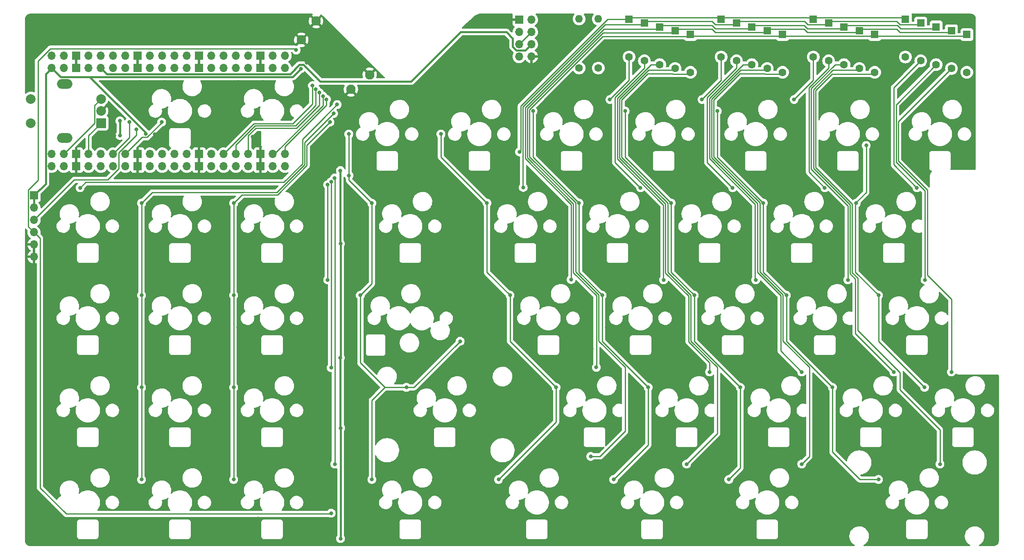
<source format=gtl>
%TF.GenerationSoftware,KiCad,Pcbnew,(6.0.5)*%
%TF.CreationDate,2022-07-20T21:42:13-06:00*%
%TF.ProjectId,kb,6b622e6b-6963-4616-945f-706362585858,rev?*%
%TF.SameCoordinates,Original*%
%TF.FileFunction,Copper,L1,Top*%
%TF.FilePolarity,Positive*%
%FSLAX46Y46*%
G04 Gerber Fmt 4.6, Leading zero omitted, Abs format (unit mm)*
G04 Created by KiCad (PCBNEW (6.0.5)) date 2022-07-20 21:42:13*
%MOMM*%
%LPD*%
G01*
G04 APERTURE LIST*
%TA.AperFunction,ComponentPad*%
%ADD10C,1.600000*%
%TD*%
%TA.AperFunction,ComponentPad*%
%ADD11O,1.600000X1.600000*%
%TD*%
%TA.AperFunction,ComponentPad*%
%ADD12R,1.600000X1.600000*%
%TD*%
%TA.AperFunction,WasherPad*%
%ADD13O,3.200000X2.000000*%
%TD*%
%TA.AperFunction,ComponentPad*%
%ADD14R,2.000000X2.000000*%
%TD*%
%TA.AperFunction,ComponentPad*%
%ADD15C,2.000000*%
%TD*%
%TA.AperFunction,ComponentPad*%
%ADD16O,1.700000X1.700000*%
%TD*%
%TA.AperFunction,ComponentPad*%
%ADD17R,1.700000X1.700000*%
%TD*%
%TA.AperFunction,ComponentPad*%
%ADD18C,1.950000*%
%TD*%
%TA.AperFunction,ViaPad*%
%ADD19C,0.800000*%
%TD*%
%TA.AperFunction,Conductor*%
%ADD20C,0.254000*%
%TD*%
%TA.AperFunction,Conductor*%
%ADD21C,0.381000*%
%TD*%
G04 APERTURE END LIST*
D10*
%TO.P,R1,1*%
%TO.N,+3V3*%
X142875000Y-57785000D03*
D11*
%TO.P,R1,2*%
%TO.N,/OLED_SDA*%
X142875000Y-47625000D03*
%TD*%
D12*
%TO.P,D26,1,K*%
%TO.N,/ROW2*%
X212725000Y-49281250D03*
D10*
%TO.P,D26,2,A*%
%TO.N,Net-(D26-Pad2)*%
X212725000Y-57081250D03*
%TD*%
D13*
%TO.P,SW1,*%
%TO.N,*%
X32543750Y-61075000D03*
X32543750Y-72275000D03*
D14*
%TO.P,SW1,A,A*%
%TO.N,/ENC_L1*%
X40043750Y-69175000D03*
D15*
%TO.P,SW1,B,B*%
%TO.N,/ENC_L2*%
X40043750Y-64175000D03*
%TO.P,SW1,C,C*%
%TO.N,GND*%
X40043750Y-66675000D03*
%TO.P,SW1,S1,S1*%
%TO.N,Net-(D0-Pad2)*%
X25543750Y-64175000D03*
%TO.P,SW1,S2,S2*%
%TO.N,/COL0*%
X25543750Y-69175000D03*
%TD*%
D12*
%TO.P,D25,1,K*%
%TO.N,/ROW2*%
X193675000Y-49281250D03*
D10*
%TO.P,D25,2,A*%
%TO.N,Net-(D25-Pad2)*%
X193675000Y-57081250D03*
%TD*%
D12*
%TO.P,D8,1,K*%
%TO.N,/ROW0*%
X206375000Y-47693750D03*
D10*
%TO.P,D8,2,A*%
%TO.N,Net-(D8-Pad2)*%
X206375000Y-55493750D03*
%TD*%
%TO.P,R2,1*%
%TO.N,+3V3*%
X138906250Y-57785000D03*
D11*
%TO.P,R2,2*%
%TO.N,/OLED_SCL*%
X138906250Y-47625000D03*
%TD*%
D12*
%TO.P,D5,1,K*%
%TO.N,/ROW0*%
X149225000Y-47693750D03*
D10*
%TO.P,D5,2,A*%
%TO.N,Net-(D5-Pad2)*%
X149225000Y-55493750D03*
%TD*%
D12*
%TO.P,D32,1,K*%
%TO.N,/ROW3*%
X158750000Y-50075000D03*
D10*
%TO.P,D32,2,A*%
%TO.N,Net-(D32-Pad2)*%
X158750000Y-57875000D03*
%TD*%
D12*
%TO.P,D35,1,K*%
%TO.N,/ROW3*%
X215900000Y-50075000D03*
D10*
%TO.P,D35,2,A*%
%TO.N,Net-(D35-Pad2)*%
X215900000Y-57875000D03*
%TD*%
D12*
%TO.P,D44,1,K*%
%TO.N,/ROW4*%
X219075000Y-50868750D03*
D10*
%TO.P,D44,2,A*%
%TO.N,Net-(D44-Pad2)*%
X219075000Y-58668750D03*
%TD*%
D12*
%TO.P,D41,1,K*%
%TO.N,/ROW4*%
X161925000Y-50868750D03*
D10*
%TO.P,D41,2,A*%
%TO.N,Net-(D41-Pad2)*%
X161925000Y-58668750D03*
%TD*%
D16*
%TO.P,U1,1,GPIO0*%
%TO.N,/COL0*%
X29845000Y-75565000D03*
X29845000Y-78105000D03*
%TO.P,U1,2,GPIO1*%
%TO.N,/ENC_L2*%
X32385000Y-75565000D03*
X32385000Y-78105000D03*
D17*
%TO.P,U1,3,GND*%
%TO.N,GND*%
X34925000Y-78105000D03*
X34925000Y-75565000D03*
D16*
%TO.P,U1,4,GPIO2*%
%TO.N,/ENC_L1*%
X37465000Y-75565000D03*
X37465000Y-78105000D03*
%TO.P,U1,5,GPIO3*%
%TO.N,/RGB_3V3*%
X40005000Y-75565000D03*
X40005000Y-78105000D03*
%TO.P,U1,6,GPIO4*%
%TO.N,/COL1*%
X42545000Y-75565000D03*
X42545000Y-78105000D03*
%TO.P,U1,7,GPIO5*%
%TO.N,/COL2*%
X45085000Y-78105000D03*
X45085000Y-75565000D03*
D17*
%TO.P,U1,8,GND*%
%TO.N,GND*%
X47625000Y-75565000D03*
X47625000Y-78105000D03*
D16*
%TO.P,U1,9,GPIO6*%
%TO.N,/ROW1*%
X50165000Y-75565000D03*
X50165000Y-78105000D03*
%TO.P,U1,10,GPIO7*%
%TO.N,/ROW2*%
X52705000Y-78105000D03*
X52705000Y-75565000D03*
%TO.P,U1,11,GPIO8*%
%TO.N,/ROW3*%
X55245000Y-75565000D03*
X55245000Y-78105000D03*
%TO.P,U1,12,GPIO9*%
%TO.N,/ROW4*%
X57785000Y-75565000D03*
X57785000Y-78105000D03*
D17*
%TO.P,U1,13,GND*%
%TO.N,GND*%
X60325000Y-78105000D03*
X60325000Y-75565000D03*
D16*
%TO.P,U1,14,GPIO10*%
%TO.N,/COL3*%
X62865000Y-75565000D03*
X62865000Y-78105000D03*
%TO.P,U1,15,GPIO11*%
%TO.N,/COL8*%
X65405000Y-78105000D03*
X65405000Y-75565000D03*
%TO.P,U1,16,GPIO12*%
%TO.N,/COL7*%
X67945000Y-78105000D03*
X67945000Y-75565000D03*
%TO.P,U1,17,GPIO13*%
%TO.N,/COL6*%
X70485000Y-75565000D03*
X70485000Y-78105000D03*
D17*
%TO.P,U1,18,GND*%
%TO.N,GND*%
X73025000Y-75565000D03*
X73025000Y-78105000D03*
D16*
%TO.P,U1,19,GPIO14*%
%TO.N,/COL5*%
X75565000Y-75565000D03*
X75565000Y-78105000D03*
%TO.P,U1,20,GPIO15*%
%TO.N,/COL4*%
X78105000Y-78105000D03*
X78105000Y-75565000D03*
%TO.P,U1,21,GPIO16*%
%TO.N,/ENC_R1*%
X78105000Y-57785000D03*
X78105000Y-55245000D03*
%TO.P,U1,22,GPIO17*%
%TO.N,/ENC_R2*%
X75565000Y-55245000D03*
X75565000Y-57785000D03*
D17*
%TO.P,U1,23,GND*%
%TO.N,GND*%
X73025000Y-57785000D03*
X73025000Y-55245000D03*
D16*
%TO.P,U1,24,GPIO18*%
%TO.N,/ROW9*%
X70485000Y-55245000D03*
X70485000Y-57785000D03*
%TO.P,U1,25,GPIO19*%
%TO.N,/ROW8*%
X67945000Y-57785000D03*
X67945000Y-55245000D03*
%TO.P,U1,26,GPIO20*%
%TO.N,/ROW7*%
X65405000Y-55245000D03*
X65405000Y-57785000D03*
%TO.P,U1,27,GPIO21*%
%TO.N,/ROW6*%
X62865000Y-57785000D03*
X62865000Y-55245000D03*
D17*
%TO.P,U1,28,GND*%
%TO.N,GND*%
X60325000Y-55245000D03*
X60325000Y-57785000D03*
D16*
%TO.P,U1,29,GPIO22*%
%TO.N,/ROW5*%
X57785000Y-55245000D03*
X57785000Y-57785000D03*
%TO.P,U1,30,RUN*%
%TO.N,unconnected-(U1-Pad30)*%
X55245000Y-57785000D03*
X55245000Y-55245000D03*
%TO.P,U1,31,GPIO26_ADC0*%
%TO.N,/OLED_SDA*%
X52705000Y-55245000D03*
X52705000Y-57785000D03*
%TO.P,U1,32,GPIO27_ADC1*%
%TO.N,/OLED_SCL*%
X50165000Y-55245000D03*
X50165000Y-57785000D03*
D17*
%TO.P,U1,33,AGND*%
%TO.N,GND*%
X47625000Y-57785000D03*
X47625000Y-55245000D03*
D16*
%TO.P,U1,34,GPIO28_ADC2*%
%TO.N,/ROW0*%
X45085000Y-57785000D03*
X45085000Y-55245000D03*
%TO.P,U1,35,ADC_VREF*%
%TO.N,unconnected-(U1-Pad35)*%
X42545000Y-55245000D03*
X42545000Y-57785000D03*
%TO.P,U1,36,3V3*%
%TO.N,+3V3*%
X40005000Y-57785000D03*
X40005000Y-55245000D03*
%TO.P,U1,37,3V3_EN*%
%TO.N,unconnected-(U1-Pad37)*%
X37465000Y-55245000D03*
X37465000Y-57785000D03*
D17*
%TO.P,U1,38,GND*%
%TO.N,GND*%
X34925000Y-57785000D03*
X34925000Y-55245000D03*
D16*
%TO.P,U1,39,VSYS*%
%TO.N,unconnected-(U1-Pad39)*%
X32385000Y-55245000D03*
X32385000Y-57785000D03*
%TO.P,U1,40,VBUS*%
%TO.N,+5V*%
X29845000Y-55245000D03*
X29845000Y-57785000D03*
%TD*%
D12*
%TO.P,D42,1,K*%
%TO.N,/ROW4*%
X180975000Y-50868750D03*
D10*
%TO.P,D42,2,A*%
%TO.N,Net-(D42-Pad2)*%
X180975000Y-58668750D03*
%TD*%
D12*
%TO.P,D33,1,K*%
%TO.N,/ROW3*%
X177800000Y-50075000D03*
D10*
%TO.P,D33,2,A*%
%TO.N,Net-(D33-Pad2)*%
X177800000Y-57875000D03*
%TD*%
D12*
%TO.P,D14,1,K*%
%TO.N,/ROW1*%
X152400000Y-48487500D03*
D10*
%TO.P,D14,2,A*%
%TO.N,Net-(D14-Pad2)*%
X152400000Y-56287500D03*
%TD*%
D12*
%TO.P,D7,1,K*%
%TO.N,/ROW0*%
X187325000Y-47693750D03*
D10*
%TO.P,D7,2,A*%
%TO.N,Net-(D7-Pad2)*%
X187325000Y-55493750D03*
%TD*%
D12*
%TO.P,D17,1,K*%
%TO.N,/ROW1*%
X209550000Y-48487500D03*
D10*
%TO.P,D17,2,A*%
%TO.N,Net-(D17-Pad2)*%
X209550000Y-56287500D03*
%TD*%
D12*
%TO.P,D6,1,K*%
%TO.N,/ROW0*%
X168275000Y-47693750D03*
D10*
%TO.P,D6,2,A*%
%TO.N,Net-(D6-Pad2)*%
X168275000Y-55493750D03*
%TD*%
D12*
%TO.P,D23,1,K*%
%TO.N,/ROW2*%
X155575000Y-49281250D03*
D10*
%TO.P,D23,2,A*%
%TO.N,Net-(D23-Pad2)*%
X155575000Y-57081250D03*
%TD*%
D12*
%TO.P,D16,1,K*%
%TO.N,/ROW1*%
X190500000Y-48487500D03*
D10*
%TO.P,D16,2,A*%
%TO.N,Net-(D16-Pad2)*%
X190500000Y-56287500D03*
%TD*%
D12*
%TO.P,D24,1,K*%
%TO.N,/ROW2*%
X174625000Y-49281250D03*
D10*
%TO.P,D24,2,A*%
%TO.N,Net-(D24-Pad2)*%
X174625000Y-57081250D03*
%TD*%
D12*
%TO.P,D34,1,K*%
%TO.N,/ROW3*%
X196850000Y-50075000D03*
D10*
%TO.P,D34,2,A*%
%TO.N,Net-(D34-Pad2)*%
X196850000Y-57875000D03*
%TD*%
D12*
%TO.P,D43,1,K*%
%TO.N,/ROW4*%
X200025000Y-50868750D03*
D10*
%TO.P,D43,2,A*%
%TO.N,Net-(D43-Pad2)*%
X200025000Y-58668750D03*
%TD*%
D12*
%TO.P,D15,1,K*%
%TO.N,/ROW1*%
X171450000Y-48487500D03*
D10*
%TO.P,D15,2,A*%
%TO.N,Net-(D15-Pad2)*%
X171450000Y-56287500D03*
%TD*%
D17*
%TO.P,J6,1,Pin_1*%
%TO.N,+5V*%
X26193750Y-84137500D03*
D16*
%TO.P,J6,2,Pin_2*%
X26193750Y-86677500D03*
%TO.P,J6,3,Pin_3*%
%TO.N,/RGB_5V*%
X26193750Y-89217500D03*
%TO.P,J6,4,Pin_4*%
%TO.N,/RGB_TO_RIGHT*%
X26193750Y-91757500D03*
%TO.P,J6,5,Pin_5*%
%TO.N,GND*%
X26193750Y-94297500D03*
%TO.P,J6,6,Pin_6*%
X26193750Y-96837500D03*
%TD*%
D18*
%TO.P,J2,S1,SHIELD*%
%TO.N,GND*%
X91710749Y-62211049D03*
%TO.P,J2,S2,SHIELD*%
X81457701Y-51958001D03*
%TO.P,J2,S3,SHIELD*%
X84498260Y-48068914D03*
%TO.P,J2,S4,SHIELD*%
X95599836Y-59170490D03*
%TD*%
D17*
%TO.P,J1,1,Pin_1*%
%TO.N,GND*%
X126503750Y-47793750D03*
D16*
%TO.P,J1,2,Pin_2*%
%TO.N,/OLED_SDA*%
X129043750Y-47793750D03*
%TO.P,J1,3,Pin_3*%
%TO.N,+3V3*%
X126503750Y-50333750D03*
%TO.P,J1,4,Pin_4*%
%TO.N,/OLED_SCL*%
X129043750Y-50333750D03*
%TO.P,J1,5,Pin_5*%
X126503750Y-52873750D03*
%TO.P,J1,6,Pin_6*%
%TO.N,+3V3*%
X129043750Y-52873750D03*
%TO.P,J1,7,Pin_7*%
%TO.N,/OLED_SDA*%
X126503750Y-55413750D03*
%TO.P,J1,8,Pin_8*%
%TO.N,GND*%
X129043750Y-55413750D03*
%TD*%
D19*
%TO.N,+3V3*%
X43942011Y-71729051D03*
X43942000Y-68707000D03*
%TO.N,GND*%
X109061250Y-80962500D03*
X164941250Y-55562500D03*
X63341250Y-111442500D03*
X185261250Y-111442500D03*
X53181250Y-141922500D03*
X32861250Y-131762500D03*
X154781250Y-65722500D03*
X114141250Y-65722500D03*
X175101250Y-121602500D03*
X134461250Y-50482500D03*
X37941250Y-136842500D03*
X134461250Y-55562500D03*
X185261250Y-136842500D03*
X220821250Y-152082500D03*
X32861250Y-136842500D03*
X200501250Y-136842500D03*
X164941250Y-111442500D03*
X154781250Y-91122500D03*
X175101250Y-141922500D03*
X114141250Y-55562500D03*
X139541250Y-50482500D03*
X93821250Y-141922500D03*
X190341250Y-65722500D03*
X83661250Y-147002500D03*
X53181250Y-60642500D03*
X98901250Y-141922500D03*
X210661250Y-121602500D03*
X88741250Y-70802500D03*
X180181250Y-80962500D03*
X93821250Y-147002500D03*
X144621250Y-101282500D03*
X175101250Y-136842500D03*
X170021250Y-106362500D03*
X144621250Y-70802500D03*
X103981250Y-80962500D03*
X93821250Y-86042500D03*
X185261250Y-60642500D03*
X73501250Y-121602500D03*
X78581250Y-126682500D03*
X195421250Y-121602500D03*
X83661250Y-126682500D03*
X43021250Y-136842500D03*
X68421250Y-60642500D03*
X37941250Y-106362500D03*
X139541250Y-121602500D03*
X139541250Y-111442500D03*
X215741250Y-60642500D03*
X68421250Y-111442500D03*
X170021250Y-136842500D03*
X114141250Y-147002500D03*
X175101250Y-111442500D03*
X63341250Y-136842500D03*
X134461250Y-65722500D03*
X32861250Y-141922500D03*
X134461250Y-136842500D03*
X139541250Y-136842500D03*
X164941250Y-80962500D03*
X154781250Y-136842500D03*
X73501250Y-60642500D03*
X124301250Y-126682500D03*
X78581250Y-136842500D03*
X220821250Y-147002500D03*
X144621250Y-147002500D03*
X144621250Y-80962500D03*
X185261250Y-101282500D03*
X83661250Y-91122500D03*
X210661250Y-65722500D03*
X103981250Y-121602500D03*
X103981250Y-86042500D03*
X63341250Y-147002500D03*
X43021250Y-111442500D03*
X98901250Y-126682500D03*
X63341250Y-91122500D03*
X58261250Y-136842500D03*
X164941250Y-141922500D03*
X98901250Y-80962500D03*
X190341250Y-101282500D03*
X190341250Y-106362500D03*
X154781250Y-80962500D03*
X119221250Y-80962500D03*
X205581250Y-136842500D03*
X205581250Y-101282500D03*
X139541250Y-80962500D03*
X114141250Y-91122500D03*
X103981250Y-136842500D03*
X154781250Y-111442500D03*
X103981250Y-141922500D03*
X200501250Y-101282500D03*
X154781250Y-101282500D03*
X83661250Y-111442500D03*
X144621250Y-86042500D03*
X93821250Y-136842500D03*
X149701250Y-141922500D03*
X93821250Y-121602500D03*
X53181250Y-111442500D03*
X200501250Y-80962500D03*
X210661250Y-136842500D03*
X149701250Y-136842500D03*
X129381250Y-126682500D03*
X119221250Y-55562500D03*
X27781250Y-152082500D03*
X215741250Y-147002500D03*
X154781250Y-121602500D03*
X205581250Y-80962500D03*
X109061250Y-116522500D03*
X73501250Y-141922500D03*
X114141250Y-136842500D03*
X205581250Y-141922500D03*
X73501250Y-86042500D03*
X159861250Y-121602500D03*
X129381250Y-80962500D03*
X73501250Y-136842500D03*
X129381250Y-111442500D03*
X53181250Y-136842500D03*
X124301250Y-80962500D03*
X180181250Y-136842500D03*
X164941250Y-101282500D03*
X215741250Y-152082500D03*
X63341250Y-126682500D03*
X83661250Y-136842500D03*
X170021250Y-65722500D03*
X119221250Y-106362500D03*
X43021250Y-126682500D03*
X32861250Y-116522500D03*
X164941250Y-147002500D03*
X134461250Y-121602500D03*
X175101250Y-65722500D03*
X129381250Y-141922500D03*
X144621250Y-111442500D03*
X124301250Y-116522500D03*
X159861250Y-80962500D03*
X164941250Y-86042500D03*
X78581250Y-111442500D03*
X139541250Y-147002500D03*
X195421250Y-147002500D03*
X129381250Y-121602500D03*
X149701250Y-101282500D03*
X195421250Y-80962500D03*
X149701250Y-65722500D03*
X190341250Y-141922500D03*
X144621250Y-141922500D03*
X190341250Y-147002500D03*
X144621250Y-55562500D03*
X53181250Y-121602500D03*
X170021250Y-101282500D03*
X93821250Y-80962500D03*
X159861250Y-111442500D03*
X37941250Y-121602500D03*
X78581250Y-91122500D03*
X114141250Y-116522500D03*
X185261250Y-147002500D03*
X32861250Y-121602500D03*
X93821250Y-126682500D03*
X119221250Y-136842500D03*
X180181250Y-101282500D03*
X119221250Y-126682500D03*
X185261250Y-55562500D03*
X185261250Y-80962500D03*
X119221250Y-116522500D03*
X109061250Y-121602500D03*
X119221250Y-141922500D03*
X195421250Y-60642500D03*
X180181250Y-121602500D03*
X27781250Y-147002500D03*
X119221250Y-111442500D03*
X114141250Y-106362500D03*
X48101250Y-60642500D03*
X109061250Y-136842500D03*
X159861250Y-136842500D03*
X53181250Y-91122500D03*
X175101250Y-80962500D03*
X78581250Y-65722500D03*
X205581250Y-111442500D03*
X215741250Y-136842500D03*
X93821250Y-91122500D03*
X119221250Y-147002500D03*
%TO.N,+5V*%
X49276000Y-71374000D03*
X89562980Y-94134980D03*
X89535000Y-78994000D03*
X89545250Y-117718750D03*
X89581730Y-132253730D03*
X81375250Y-57908500D03*
X89570520Y-155102520D03*
%TO.N,GND*%
X46228000Y-115824000D03*
X65532000Y-115722400D03*
X66243200Y-95250000D03*
X47142400Y-133350000D03*
X155244800Y-95504000D03*
X190042800Y-133451600D03*
X65379600Y-153873200D03*
X94742000Y-76200000D03*
X189941200Y-77470000D03*
X202946000Y-76200000D03*
X186639200Y-153974800D03*
X209296000Y-133350000D03*
X108712000Y-95402400D03*
X204114400Y-115519200D03*
X84277200Y-153873200D03*
X113665000Y-77597000D03*
X160578800Y-115824000D03*
X193344800Y-95554800D03*
X71374000Y-72009000D03*
X42799000Y-71719489D03*
X47294800Y-95250000D03*
X172593000Y-74676000D03*
X170789600Y-77520800D03*
X171145200Y-133400800D03*
X151993600Y-133451600D03*
X125679200Y-152450800D03*
X149606000Y-152298400D03*
X82602724Y-56646567D03*
X83921600Y-74320400D03*
X132588000Y-77470000D03*
X173278800Y-152349200D03*
X52451000Y-70739000D03*
X138633200Y-153974800D03*
X72491600Y-150977600D03*
X29921200Y-97028000D03*
X207721200Y-118313200D03*
X51176221Y-71528649D03*
X201930000Y-69215000D03*
X94894400Y-95250000D03*
X163017200Y-153924000D03*
X65074800Y-73050400D03*
X91694000Y-115671600D03*
X141528800Y-115824000D03*
X151739600Y-77520800D03*
X205740000Y-113080800D03*
X66243200Y-133400800D03*
X174040800Y-95402400D03*
X46482000Y-153822400D03*
X179527200Y-115773200D03*
X204317600Y-152450800D03*
X135737600Y-95453200D03*
X112928400Y-153873200D03*
%TO.N,/ROW0*%
X126567679Y-75120500D03*
%TO.N,/ROW1*%
X127349250Y-82487500D03*
%TO.N,/ROW2*%
X86911819Y-101600000D03*
X137255250Y-101537500D03*
X86901130Y-81924006D03*
%TO.N,/ROW3*%
X87665500Y-81280000D03*
X142462250Y-119697500D03*
X87630000Y-119761000D03*
%TO.N,/ROW4*%
X88392000Y-139700000D03*
X88362171Y-80514250D03*
X141287500Y-138112500D03*
%TO.N,/COL1*%
X48418750Y-142875000D03*
X48418750Y-104775000D03*
X45914056Y-68929041D03*
X48418750Y-123825000D03*
X48418750Y-85725000D03*
X88132286Y-67188714D03*
%TO.N,/COL2*%
X67468750Y-142875000D03*
X67468750Y-123825000D03*
X67468750Y-104775000D03*
X87381714Y-68966714D03*
X67468750Y-85725000D03*
X52578000Y-68961000D03*
%TO.N,/COL3*%
X91313000Y-80010000D03*
X93662500Y-104775000D03*
X96043750Y-85725000D03*
X96043750Y-142875000D03*
X91281250Y-71437500D03*
X114300000Y-114300000D03*
X103187500Y-123825000D03*
%TO.N,/COL4*%
X110331250Y-71437500D03*
X134143750Y-123825000D03*
X122237500Y-142875000D03*
X119856250Y-85725000D03*
X86649500Y-64262000D03*
X124618750Y-104775000D03*
%TO.N,/COL5*%
X143668750Y-104775000D03*
X138906250Y-85725000D03*
X153193750Y-123825000D03*
X85918761Y-63580071D03*
X146050000Y-142875000D03*
X129381250Y-66675000D03*
%TO.N,/COL6*%
X148431250Y-66675000D03*
X157956250Y-85725000D03*
X172243750Y-123825000D03*
X169862500Y-142875000D03*
X85196500Y-62864223D03*
X162718750Y-104775000D03*
%TO.N,/COL7*%
X200818750Y-142875000D03*
X167481250Y-66675000D03*
X84470000Y-62144033D03*
X191293750Y-123825000D03*
X177006250Y-85725000D03*
X181768750Y-104775000D03*
%TO.N,/COL8*%
X210343750Y-123825000D03*
X198267921Y-73807921D03*
X200818750Y-104775000D03*
X196215000Y-85725000D03*
X83743500Y-61420329D03*
%TO.N,/COL0*%
X35718750Y-82550000D03*
X88858038Y-65347214D03*
%TO.N,/RGB_5V*%
X47357008Y-70449500D03*
%TO.N,Net-(D5-Pad2)*%
X145256250Y-64293750D03*
%TO.N,Net-(D6-Pad2)*%
X164306250Y-64293750D03*
%TO.N,Net-(D7-Pad2)*%
X183356250Y-64293750D03*
%TO.N,Net-(D14-Pad2)*%
X151606250Y-82550000D03*
%TO.N,Net-(D15-Pad2)*%
X170656250Y-82550000D03*
%TO.N,Net-(D16-Pad2)*%
X189706250Y-82550000D03*
%TO.N,Net-(D17-Pad2)*%
X208756250Y-82550000D03*
%TO.N,Net-(D23-Pad2)*%
X156368750Y-101600000D03*
%TO.N,Net-(D24-Pad2)*%
X175418750Y-101600000D03*
%TO.N,Net-(D25-Pad2)*%
X194468750Y-101600000D03*
%TO.N,Net-(D26-Pad2)*%
X210439000Y-101600000D03*
%TO.N,Net-(D32-Pad2)*%
X165893750Y-120650000D03*
%TO.N,Net-(D33-Pad2)*%
X184943750Y-120650000D03*
%TO.N,Net-(D34-Pad2)*%
X203993750Y-120650000D03*
%TO.N,Net-(D35-Pad2)*%
X215900000Y-120650000D03*
%TO.N,Net-(D41-Pad2)*%
X161131250Y-139700000D03*
%TO.N,Net-(D42-Pad2)*%
X184943750Y-139700000D03*
%TO.N,Net-(D43-Pad2)*%
X213518750Y-139700000D03*
%TO.N,/RGB_TO_RIGHT*%
X87630000Y-149860000D03*
X80391000Y-54066500D03*
%TD*%
D20*
%TO.N,/RGB_TO_RIGHT*%
X25017239Y-90580989D02*
X26193750Y-91757500D01*
X26987500Y-56324500D02*
X26987500Y-80990728D01*
X26987500Y-80990728D02*
X25017239Y-82960989D01*
X25017239Y-82960989D02*
X25017239Y-90580989D01*
X29527500Y-53784500D02*
X26987500Y-56324500D01*
X80109000Y-53784500D02*
X29527500Y-53784500D01*
X80391000Y-54066500D02*
X80109000Y-53784500D01*
D21*
%TO.N,+5V*%
X81375250Y-57908500D02*
X79657250Y-59626500D01*
X79657250Y-59626500D02*
X37728745Y-59626500D01*
%TO.N,+3V3*%
X41245011Y-59025011D02*
X40005000Y-57785000D01*
X79141494Y-59025011D02*
X41245011Y-59025011D01*
X81048016Y-57118489D02*
X79141494Y-59025011D01*
X81883489Y-57118489D02*
X81048016Y-57118489D01*
X85344000Y-60579000D02*
X81883489Y-57118489D01*
X104171750Y-60579000D02*
X85344000Y-60579000D01*
X114417000Y-50333750D02*
X104171750Y-60579000D01*
X125190250Y-51662250D02*
X123861750Y-50333750D01*
X125190250Y-53403500D02*
X125190250Y-51662250D01*
X123861750Y-50333750D02*
X114417000Y-50333750D01*
X125952250Y-54165500D02*
X125190250Y-53403500D01*
X127767000Y-54165500D02*
X125952250Y-54165500D01*
X129058750Y-52873750D02*
X127767000Y-54165500D01*
X43942000Y-68707000D02*
X43942000Y-71729040D01*
X43942000Y-71729040D02*
X43942011Y-71729051D01*
%TO.N,+5V*%
X49276000Y-71173755D02*
X49276000Y-71374000D01*
X37728745Y-59626500D02*
X49276000Y-71173755D01*
X37306250Y-59626500D02*
X37728745Y-59626500D01*
X31686500Y-59626500D02*
X38576250Y-59626500D01*
X29845000Y-57785000D02*
X31686500Y-59626500D01*
X89581730Y-155091310D02*
X89570520Y-155102520D01*
X29845000Y-57785000D02*
X28604989Y-59025011D01*
X89518230Y-94090230D02*
X89562980Y-94134980D01*
X89562980Y-94134980D02*
X89562980Y-117701020D01*
X89545250Y-132217250D02*
X89581730Y-132253730D01*
X89518230Y-79010770D02*
X89518230Y-94090230D01*
X26193750Y-84137500D02*
X26193750Y-86677500D01*
X89545250Y-117718750D02*
X89545250Y-132217250D01*
X28604989Y-81726261D02*
X26193750Y-84137500D01*
X89535000Y-78994000D02*
X89518230Y-79010770D01*
X89581730Y-132253730D02*
X89581730Y-155091310D01*
X28604989Y-59025011D02*
X28604989Y-81726261D01*
X89562980Y-117701020D02*
X89545250Y-117718750D01*
D20*
%TO.N,/ROW0*%
X149225000Y-47693750D02*
X149557761Y-47360989D01*
X167942239Y-47360989D02*
X168275000Y-47693750D01*
X206042239Y-47360989D02*
X206375000Y-47693750D01*
X144769561Y-47693750D02*
X149225000Y-47693750D01*
X186992239Y-47360989D02*
X187325000Y-47693750D01*
X126840659Y-65622652D02*
X144769561Y-47693750D01*
X187325000Y-47693750D02*
X187657761Y-47360989D01*
X168607761Y-47360989D02*
X186992239Y-47360989D01*
X168275000Y-47693750D02*
X168607761Y-47360989D01*
X187657761Y-47360989D02*
X206042239Y-47360989D01*
X149557761Y-47360989D02*
X167942239Y-47360989D01*
X126840659Y-74847520D02*
X126840659Y-65622652D01*
X126567679Y-75120500D02*
X126840659Y-74847520D01*
%TO.N,/ROW1*%
X152067239Y-48820261D02*
X152400000Y-48487500D01*
X171117239Y-48820261D02*
X171450000Y-48487500D01*
X190167239Y-48820261D02*
X190500000Y-48487500D01*
X209217239Y-48820261D02*
X209550000Y-48487500D01*
X166423489Y-48154739D02*
X167089011Y-48820261D01*
X171450000Y-48487500D02*
X171450000Y-48418750D01*
X152732761Y-48154739D02*
X166423489Y-48154739D01*
X127349250Y-82487500D02*
X127294179Y-82432429D01*
X152400000Y-48487500D02*
X152732761Y-48154739D01*
X190832761Y-48154739D02*
X204582967Y-48154739D01*
X171450000Y-48418750D02*
X171714011Y-48154739D01*
X167089011Y-48820261D02*
X171117239Y-48820261D01*
X190500000Y-48487500D02*
X190832761Y-48154739D01*
X127294179Y-65810506D02*
X144284424Y-48820261D01*
X186198489Y-48820261D02*
X190167239Y-48820261D01*
X204582967Y-48154739D02*
X205248489Y-48820261D01*
X185532967Y-48154739D02*
X186198489Y-48820261D01*
X171714011Y-48154739D02*
X185532967Y-48154739D01*
X144284424Y-48820261D02*
X152067239Y-48820261D01*
X205248489Y-48820261D02*
X209217239Y-48820261D01*
X127294179Y-82432429D02*
X127294179Y-65810506D01*
%TO.N,/ROW2*%
X86905031Y-81927907D02*
X86905031Y-101593212D01*
X86905031Y-101593212D02*
X86911819Y-101600000D01*
X174625000Y-49281250D02*
X174957761Y-48948489D01*
X137272699Y-101520051D02*
X137272699Y-86037208D01*
X155907761Y-48948489D02*
X166423489Y-48948489D01*
X155135750Y-49720500D02*
X155575000Y-49281250D01*
X204735343Y-48948489D02*
X205400865Y-49614011D01*
X193675000Y-49281250D02*
X194007761Y-48948489D01*
X193342239Y-49614011D02*
X193675000Y-49281250D01*
X205400865Y-49614011D02*
X212392239Y-49614011D01*
X174957761Y-48948489D02*
X185473489Y-48948489D01*
X127747699Y-76512208D02*
X127747699Y-65998360D01*
X174292239Y-49614011D02*
X174625000Y-49281250D01*
X144025559Y-49720500D02*
X155135750Y-49720500D01*
X166423489Y-48948489D02*
X167089011Y-49614011D01*
X137272699Y-86037208D02*
X127747699Y-76512208D01*
X86901130Y-81924006D02*
X86905031Y-81927907D01*
X127747699Y-65998360D02*
X144025559Y-49720500D01*
X212392239Y-49614011D02*
X212725000Y-49281250D01*
X185473489Y-48948489D02*
X186139011Y-49614011D01*
X186139011Y-49614011D02*
X193342239Y-49614011D01*
X167089011Y-49614011D02*
X174292239Y-49614011D01*
X137255250Y-101537500D02*
X137272699Y-101520051D01*
X155575000Y-49281250D02*
X155907761Y-48948489D01*
X194007761Y-48948489D02*
X204735343Y-48948489D01*
%TO.N,/ROW3*%
X215567239Y-50407761D02*
X215900000Y-50075000D01*
X158342500Y-50482500D02*
X158750000Y-50075000D01*
X143904933Y-50482500D02*
X158342500Y-50482500D01*
X159082761Y-49742239D02*
X166423489Y-49742239D01*
X142462250Y-119697500D02*
X142488719Y-119671031D01*
X196517239Y-50407761D02*
X196850000Y-50075000D01*
X205241020Y-50407761D02*
X215567239Y-50407761D01*
X137726219Y-100115217D02*
X137726219Y-85849354D01*
X87630000Y-119761000D02*
X87638319Y-119752681D01*
X137726219Y-85849354D02*
X128201219Y-76324354D01*
X177800000Y-50075000D02*
X178132761Y-49742239D01*
X87638319Y-119752681D02*
X87638319Y-81307181D01*
X128201219Y-66186214D02*
X143904933Y-50482500D01*
X142488719Y-119671031D02*
X142488719Y-104877717D01*
X197182761Y-49742239D02*
X204575498Y-49742239D01*
X128201219Y-76324354D02*
X128201219Y-66186214D01*
X166423489Y-49742239D02*
X167089011Y-50407761D01*
X167089011Y-50407761D02*
X177467239Y-50407761D01*
X87638319Y-81307181D02*
X87665500Y-81280000D01*
X186139011Y-50407761D02*
X196517239Y-50407761D01*
X196850000Y-50075000D02*
X197182761Y-49742239D01*
X177467239Y-50407761D02*
X177800000Y-50075000D01*
X204575498Y-49742239D02*
X205241020Y-50407761D01*
X185473489Y-49742239D02*
X186139011Y-50407761D01*
X158750000Y-50075000D02*
X159082761Y-49742239D01*
X178132761Y-49742239D02*
X185473489Y-49742239D01*
X142488719Y-104877717D02*
X137726219Y-100115217D01*
%TO.N,/ROW4*%
X142942239Y-114214863D02*
X142942239Y-104689863D01*
X142942239Y-104689863D02*
X138179739Y-99927363D01*
X162257761Y-51201511D02*
X180642239Y-51201511D01*
X180642239Y-51201511D02*
X180975000Y-50868750D01*
X143224250Y-138112500D02*
X148431250Y-132905500D01*
X128654739Y-66374068D02*
X143784307Y-51244500D01*
X88392000Y-80544079D02*
X88362171Y-80514250D01*
X181307761Y-51201511D02*
X199692239Y-51201511D01*
X138179739Y-99927363D02*
X138179739Y-85661500D01*
X148431250Y-132905500D02*
X148431250Y-119703874D01*
X88392000Y-139700000D02*
X88392000Y-80544079D01*
X128654739Y-76136500D02*
X128654739Y-66374068D01*
X143784307Y-51244500D02*
X161549250Y-51244500D01*
X200357761Y-51201511D02*
X218742239Y-51201511D01*
X218742239Y-51201511D02*
X219075000Y-50868750D01*
X200025000Y-50868750D02*
X200357761Y-51201511D01*
X138179739Y-85661500D02*
X128654739Y-76136500D01*
X161549250Y-51244500D02*
X161925000Y-50868750D01*
X161925000Y-50868750D02*
X162257761Y-51201511D01*
X141287500Y-138112500D02*
X143224250Y-138112500D01*
X148431250Y-119703874D02*
X142942239Y-114214863D01*
X199692239Y-51201511D02*
X200025000Y-50868750D01*
X180975000Y-50868750D02*
X181307761Y-51201511D01*
%TO.N,/OLED_SCL*%
X126518750Y-52873750D02*
X129058750Y-50333750D01*
%TO.N,/COL1*%
X88132286Y-67188714D02*
X82139920Y-73181080D01*
X50612771Y-83530979D02*
X48418750Y-85725000D01*
X82139920Y-77746706D02*
X76355647Y-83530979D01*
X45914056Y-72195944D02*
X45914056Y-68929041D01*
X82139920Y-73181080D02*
X82139920Y-77746706D01*
X48418750Y-142875000D02*
X48418750Y-123825000D01*
X48418750Y-123825000D02*
X48418750Y-104775000D01*
X42545000Y-75565000D02*
X45914056Y-72195944D01*
X76355647Y-83530979D02*
X50612771Y-83530979D01*
X48418750Y-85725000D02*
X48418750Y-104775000D01*
%TO.N,/COL2*%
X49576932Y-72100511D02*
X52578000Y-69099443D01*
X67468750Y-85725000D02*
X67468750Y-104775000D01*
X67468750Y-104775000D02*
X67468750Y-123825000D01*
X45085000Y-75565000D02*
X48549489Y-72100511D01*
X87370286Y-68966714D02*
X87381714Y-68966714D01*
X76543501Y-83984499D02*
X69209251Y-83984499D01*
X48549489Y-72100511D02*
X49576932Y-72100511D01*
X82593440Y-73743560D02*
X87370286Y-68966714D01*
X82593440Y-73743560D02*
X82593440Y-77934560D01*
X52578000Y-69099443D02*
X52578000Y-68961000D01*
X82593440Y-77934560D02*
X76543501Y-83984499D01*
X67468750Y-123825000D02*
X67468750Y-142875000D01*
X69209251Y-83984499D02*
X67468750Y-85725000D01*
%TO.N,/COL3*%
X114300000Y-114300000D02*
X104775000Y-123825000D01*
X96043750Y-142875000D02*
X96043750Y-126503006D01*
X104775000Y-123825000D02*
X103187500Y-123825000D01*
X91313000Y-80994250D02*
X96043750Y-85725000D01*
X91281250Y-79978250D02*
X91313000Y-80010000D01*
X96043750Y-102393750D02*
X96043750Y-85725000D01*
X91281250Y-71437500D02*
X91281250Y-79978250D01*
X98721756Y-123825000D02*
X93662500Y-118765744D01*
X96043750Y-126503006D02*
X98721756Y-123825000D01*
X93662500Y-104775000D02*
X96043750Y-102393750D01*
X103187500Y-123825000D02*
X98721756Y-123825000D01*
X91313000Y-80010000D02*
X91313000Y-80994250D01*
X93662500Y-118765744D02*
X93662500Y-104775000D01*
%TO.N,/COL4*%
X119856250Y-85725000D02*
X119856250Y-100012500D01*
X124618750Y-114300000D02*
X134143750Y-123825000D01*
X134143750Y-130968750D02*
X122237500Y-142875000D01*
X86649500Y-64262000D02*
X86649500Y-65445700D01*
X86649500Y-65445700D02*
X78105000Y-73990200D01*
X119856250Y-100012500D02*
X124618750Y-104775000D01*
X134143750Y-123825000D02*
X134143750Y-130968750D01*
X78105000Y-73990200D02*
X78105000Y-75565000D01*
X110331250Y-71437500D02*
X110331250Y-76200000D01*
X110331250Y-76200000D02*
X119856250Y-85725000D01*
X124618750Y-104775000D02*
X124618750Y-114300000D01*
%TO.N,/COL5*%
X153193750Y-123825000D02*
X143668750Y-114300000D01*
X153193750Y-135731250D02*
X153193750Y-123825000D01*
X129381250Y-76200000D02*
X138906250Y-85725000D01*
X75888826Y-75565000D02*
X75565000Y-75565000D01*
X143668750Y-104775000D02*
X138906250Y-100012500D01*
X138906250Y-100012500D02*
X138906250Y-85725000D01*
X85918761Y-65535065D02*
X75888826Y-75565000D01*
X143668750Y-114300000D02*
X143668750Y-104775000D01*
X129381250Y-66675000D02*
X129381250Y-76200000D01*
X146050000Y-142875000D02*
X153193750Y-135731250D01*
X85918761Y-63580071D02*
X85918761Y-65535065D01*
%TO.N,/COL6*%
X80459655Y-70198240D02*
X72054508Y-70198240D01*
X157956250Y-100012500D02*
X157956250Y-85725000D01*
X85192250Y-65465645D02*
X80459655Y-70198240D01*
X162718750Y-104775000D02*
X157956250Y-100012500D01*
X172243750Y-140493750D02*
X172243750Y-123825000D01*
X85192250Y-62868473D02*
X85192250Y-65465645D01*
X162718750Y-114300000D02*
X162718750Y-104775000D01*
X70485000Y-71767748D02*
X70485000Y-75565000D01*
X148431250Y-76200000D02*
X148431250Y-66675000D01*
X169862500Y-142875000D02*
X172243750Y-140493750D01*
X85196500Y-62864223D02*
X85192250Y-62868473D01*
X172243750Y-123825000D02*
X162718750Y-114300000D01*
X72054508Y-70198240D02*
X70485000Y-71767748D01*
X157956250Y-85725000D02*
X148431250Y-76200000D01*
%TO.N,/COL7*%
X196958467Y-142875000D02*
X200818750Y-142875000D01*
X84470000Y-65517000D02*
X80242280Y-69744720D01*
X167481250Y-76200000D02*
X177006250Y-85725000D01*
X191293750Y-137210283D02*
X196958467Y-142875000D01*
X67945000Y-73666374D02*
X67945000Y-75565000D01*
X71866654Y-69744720D02*
X67945000Y-73666374D01*
X167481250Y-66675000D02*
X167481250Y-76200000D01*
X84470000Y-62144033D02*
X84470000Y-65517000D01*
X80242280Y-69744720D02*
X71866654Y-69744720D01*
X177006250Y-85725000D02*
X177006250Y-100012500D01*
X181768750Y-114300000D02*
X191293750Y-123825000D01*
X181768750Y-104775000D02*
X181768750Y-114300000D01*
X191293750Y-123825000D02*
X191293750Y-137210283D01*
X177006250Y-100012500D02*
X181768750Y-104775000D01*
%TO.N,/COL8*%
X196215000Y-85725000D02*
X196056250Y-85883750D01*
X79679800Y-69291200D02*
X71678800Y-69291200D01*
X200818750Y-104775000D02*
X200818750Y-114300000D01*
X196215000Y-85566250D02*
X198267921Y-83513329D01*
X83743500Y-65227500D02*
X79679800Y-69291200D01*
X196056250Y-100012500D02*
X200818750Y-104775000D01*
X196056250Y-85883750D02*
X196056250Y-100012500D01*
X198267921Y-83513329D02*
X198267921Y-73807921D01*
X71678800Y-69291200D02*
X65405000Y-75565000D01*
X83743500Y-61420329D02*
X83743500Y-65227500D01*
X196215000Y-85725000D02*
X196215000Y-85566250D01*
X200818750Y-114300000D02*
X210343750Y-123825000D01*
%TO.N,/COL0*%
X85943511Y-68245932D02*
X85517932Y-68671511D01*
X77838252Y-81407000D02*
X36861750Y-81407000D01*
X85506489Y-68671511D02*
X81686400Y-72491600D01*
X85517932Y-68671511D02*
X85506489Y-68671511D01*
X88830786Y-65347214D02*
X85943511Y-68234489D01*
X81686400Y-77558852D02*
X77838252Y-81407000D01*
X85943511Y-68234489D02*
X85943511Y-68245932D01*
X81686400Y-72491600D02*
X81686400Y-77558852D01*
X36861750Y-81407000D02*
X35718750Y-82550000D01*
X88858038Y-65347214D02*
X88830786Y-65347214D01*
%TO.N,/ENC_L1*%
X37465000Y-75565000D02*
X37465000Y-71753750D01*
X37465000Y-71753750D02*
X40043750Y-69175000D01*
%TO.N,/ENC_L2*%
X38717239Y-69232761D02*
X38717239Y-65501511D01*
X32385000Y-75565000D02*
X38717239Y-69232761D01*
X38717239Y-65501511D02*
X40043750Y-64175000D01*
%TO.N,/RGB_5V*%
X47357008Y-71629153D02*
X43721511Y-75264650D01*
X43721511Y-75264650D02*
X43721511Y-78592328D01*
X34512250Y-80899000D02*
X26193750Y-89217500D01*
X47357008Y-70449500D02*
X47357008Y-71629153D01*
X41414839Y-80899000D02*
X34512250Y-80899000D01*
X43721511Y-78592328D02*
X41414839Y-80899000D01*
%TO.N,Net-(D5-Pad2)*%
X149225000Y-60325000D02*
X149225000Y-55493750D01*
X145256250Y-64293750D02*
X149225000Y-60325000D01*
%TO.N,Net-(D6-Pad2)*%
X168275000Y-55493750D02*
X168275000Y-60325000D01*
X168275000Y-60325000D02*
X164306250Y-64293750D01*
%TO.N,Net-(D7-Pad2)*%
X183356250Y-64293750D02*
X187325000Y-60325000D01*
X187325000Y-60325000D02*
X187325000Y-55493750D01*
%TO.N,Net-(D14-Pad2)*%
X146344179Y-63847195D02*
X152400000Y-57791374D01*
X146344179Y-77287929D02*
X146344179Y-63847195D01*
X152400000Y-57791374D02*
X152400000Y-56287500D01*
X151606250Y-82550000D02*
X146344179Y-77287929D01*
%TO.N,Net-(D15-Pad2)*%
X171450000Y-57791374D02*
X165394179Y-63847195D01*
X171450000Y-56287500D02*
X171450000Y-57791374D01*
X165394179Y-63847195D02*
X165394179Y-77287929D01*
X165394179Y-77287929D02*
X170656250Y-82550000D01*
%TO.N,Net-(D16-Pad2)*%
X186436000Y-61855374D02*
X186436000Y-79279750D01*
X190500000Y-56287500D02*
X190500000Y-57791374D01*
X186436000Y-79279750D02*
X189706250Y-82550000D01*
X190500000Y-57791374D02*
X186436000Y-61855374D01*
%TO.N,Net-(D17-Pad2)*%
X209550000Y-56287500D02*
X203993750Y-61843750D01*
X203993750Y-61843750D02*
X203993750Y-77787500D01*
X203993750Y-77787500D02*
X208756250Y-82550000D01*
%TO.N,Net-(D23-Pad2)*%
X153751498Y-57081250D02*
X155575000Y-57081250D01*
X146797699Y-76575708D02*
X146797699Y-64035049D01*
X156322699Y-86100708D02*
X146797699Y-76575708D01*
X146797699Y-64035049D02*
X153751498Y-57081250D01*
X156368750Y-101600000D02*
X156322699Y-101553949D01*
X156322699Y-101553949D02*
X156322699Y-86100708D01*
%TO.N,Net-(D24-Pad2)*%
X165847699Y-64035049D02*
X165847699Y-76490571D01*
X174625000Y-57081250D02*
X172801498Y-57081250D01*
X165847699Y-76490571D02*
X175314480Y-85957352D01*
X175314480Y-85957352D02*
X175314480Y-101495730D01*
X175314480Y-101495730D02*
X175418750Y-101600000D01*
X172801498Y-57081250D02*
X165847699Y-64035049D01*
%TO.N,Net-(D25-Pad2)*%
X186889520Y-62043228D02*
X186889520Y-78705827D01*
X193675000Y-57081250D02*
X191851498Y-57081250D01*
X186889520Y-78705827D02*
X194468750Y-86285057D01*
X194468750Y-86285057D02*
X194468750Y-101600000D01*
X191851498Y-57081250D02*
X186889520Y-62043228D01*
%TO.N,Net-(D26-Pad2)*%
X212725000Y-57081250D02*
X204447270Y-65358980D01*
X204447270Y-77213577D02*
X210439000Y-83205307D01*
X204447270Y-65358980D02*
X204447270Y-77213577D01*
X210439000Y-83205307D02*
X210439000Y-101600000D01*
%TO.N,Net-(D32-Pad2)*%
X161538719Y-104962854D02*
X156776219Y-100200354D01*
X156776219Y-85912854D02*
X147251219Y-76387854D01*
X147251219Y-64222903D02*
X153244622Y-58229500D01*
X158395500Y-58229500D02*
X158750000Y-57875000D01*
X153244622Y-58229500D02*
X158395500Y-58229500D01*
X165893750Y-118757748D02*
X161538719Y-114402717D01*
X147251219Y-76387854D02*
X147251219Y-64222903D01*
X161538719Y-114402717D02*
X161538719Y-104962854D01*
X156776219Y-100200354D02*
X156776219Y-85912854D01*
X165893750Y-120650000D02*
X165893750Y-118757748D01*
%TO.N,Net-(D33-Pad2)*%
X166301219Y-76302717D02*
X175768000Y-85769498D01*
X180588719Y-104877717D02*
X180588719Y-116294969D01*
X177445500Y-58229500D02*
X172294622Y-58229500D01*
X166301219Y-64222903D02*
X166301219Y-76302717D01*
X175768000Y-100056998D02*
X180588719Y-104877717D01*
X175768000Y-85769498D02*
X175768000Y-100056998D01*
X177800000Y-57875000D02*
X177445500Y-58229500D01*
X172294622Y-58229500D02*
X166301219Y-64222903D01*
X180588719Y-116294969D02*
X184943750Y-120650000D01*
%TO.N,Net-(D34-Pad2)*%
X196037771Y-101422771D02*
X196037771Y-112694021D01*
X194922270Y-100307270D02*
X196037771Y-101422771D01*
X187343040Y-62231082D02*
X187343040Y-78504040D01*
X187343040Y-78504040D02*
X194922270Y-86083270D01*
X196850000Y-57875000D02*
X196517239Y-58207761D01*
X196037771Y-112694021D02*
X203993750Y-120650000D01*
X191366361Y-58207761D02*
X187343040Y-62231082D01*
X196517239Y-58207761D02*
X191366361Y-58207761D01*
X194922270Y-86083270D02*
X194922270Y-100307270D01*
%TO.N,Net-(D35-Pad2)*%
X204900790Y-77025723D02*
X210892520Y-83017453D01*
X210892520Y-100571681D02*
X215900000Y-105579161D01*
X215900000Y-105579161D02*
X215900000Y-120650000D01*
X215900000Y-57875000D02*
X204900790Y-68874210D01*
X210892520Y-83017453D02*
X210892520Y-100571681D01*
X204900790Y-68874210D02*
X204900790Y-77025723D01*
%TO.N,Net-(D41-Pad2)*%
X157229739Y-100012500D02*
X157229739Y-85725000D01*
X167481250Y-119703874D02*
X161992239Y-114214863D01*
X153123996Y-58991500D02*
X158273372Y-58991500D01*
X157229739Y-85725000D02*
X147704739Y-76200000D01*
X161131250Y-139700000D02*
X167481250Y-133350000D01*
X147704739Y-76200000D02*
X147704739Y-64410757D01*
X158273372Y-58991500D02*
X158283383Y-59001511D01*
X161992239Y-114214863D02*
X161992239Y-104775000D01*
X158283383Y-59001511D02*
X161592239Y-59001511D01*
X161992239Y-104775000D02*
X157229739Y-100012500D01*
X167481250Y-133350000D02*
X167481250Y-119703874D01*
X147704739Y-64410757D02*
X153123996Y-58991500D01*
X161592239Y-59001511D02*
X161925000Y-58668750D01*
%TO.N,Net-(D42-Pad2)*%
X181042239Y-104689863D02*
X176256938Y-99904562D01*
X181042239Y-114214863D02*
X181042239Y-104689863D01*
X180642239Y-59001511D02*
X180975000Y-58668750D01*
X186512771Y-119685395D02*
X181042239Y-114214863D01*
X184943750Y-139700000D02*
X186512771Y-138130979D01*
X166754739Y-64410757D02*
X172173996Y-58991500D01*
X177333383Y-59001511D02*
X180642239Y-59001511D01*
X176256938Y-99904562D02*
X176256938Y-85617062D01*
X186512771Y-138130979D02*
X186512771Y-119685395D01*
X166754739Y-76114863D02*
X166754739Y-64410757D01*
X172173996Y-58991500D02*
X177323372Y-58991500D01*
X176256938Y-85617062D02*
X166754739Y-76114863D01*
X177323372Y-58991500D02*
X177333383Y-59001511D01*
%TO.N,Net-(D43-Pad2)*%
X205232000Y-120777000D02*
X205232000Y-124314447D01*
X199692239Y-59001511D02*
X191213985Y-59001511D01*
X195375790Y-85895416D02*
X195375790Y-100119416D01*
X187796560Y-78316186D02*
X195375790Y-85895416D01*
X205232000Y-124314447D02*
X213518750Y-132601197D01*
X191213985Y-59001511D02*
X187796560Y-62418936D01*
X213518750Y-132601197D02*
X213518750Y-139700000D01*
X187796560Y-62418936D02*
X187796560Y-78316186D01*
X200025000Y-58668750D02*
X199692239Y-59001511D01*
X195375790Y-100119416D02*
X196491291Y-101234917D01*
X196491291Y-101234917D02*
X196491291Y-112036291D01*
X196491291Y-112036291D02*
X205232000Y-120777000D01*
%TO.N,/RGB_TO_RIGHT*%
X87482079Y-150007921D02*
X32826752Y-150007921D01*
X27432000Y-92995750D02*
X26193750Y-91757500D01*
X87630000Y-149860000D02*
X87482079Y-150007921D01*
X27432000Y-144613169D02*
X27432000Y-92995750D01*
X32826752Y-150007921D02*
X27432000Y-144613169D01*
%TD*%
%TA.AperFunction,Conductor*%
%TO.N,GND*%
G36*
X137898683Y-46566002D02*
G01*
X137945176Y-46619658D01*
X137955280Y-46689932D01*
X137925786Y-46754512D01*
X137919657Y-46761095D01*
X137900052Y-46780700D01*
X137896895Y-46785208D01*
X137896893Y-46785211D01*
X137871711Y-46821175D01*
X137768727Y-46968251D01*
X137766404Y-46973233D01*
X137766401Y-46973238D01*
X137676969Y-47165028D01*
X137671966Y-47175757D01*
X137670544Y-47181065D01*
X137670543Y-47181067D01*
X137633622Y-47318858D01*
X137612707Y-47396913D01*
X137592752Y-47625000D01*
X137612707Y-47853087D01*
X137614131Y-47858400D01*
X137614131Y-47858402D01*
X137669744Y-48065949D01*
X137671966Y-48074243D01*
X137674289Y-48079224D01*
X137674289Y-48079225D01*
X137766401Y-48276762D01*
X137766404Y-48276767D01*
X137768727Y-48281749D01*
X137781649Y-48300203D01*
X137874952Y-48433453D01*
X137900052Y-48469300D01*
X138061950Y-48631198D01*
X138066458Y-48634355D01*
X138066461Y-48634357D01*
X138121709Y-48673042D01*
X138249501Y-48762523D01*
X138254483Y-48764846D01*
X138254488Y-48764849D01*
X138433061Y-48848118D01*
X138457007Y-48859284D01*
X138462315Y-48860706D01*
X138462317Y-48860707D01*
X138672848Y-48917119D01*
X138672850Y-48917119D01*
X138678163Y-48918543D01*
X138906250Y-48938498D01*
X139134337Y-48918543D01*
X139139650Y-48917119D01*
X139139652Y-48917119D01*
X139350183Y-48860707D01*
X139350185Y-48860706D01*
X139355493Y-48859284D01*
X139379439Y-48848118D01*
X139558012Y-48764849D01*
X139558017Y-48764846D01*
X139562999Y-48762523D01*
X139690791Y-48673042D01*
X139746039Y-48634357D01*
X139746042Y-48634355D01*
X139750550Y-48631198D01*
X139912448Y-48469300D01*
X139937549Y-48433453D01*
X140030851Y-48300203D01*
X140043773Y-48281749D01*
X140046096Y-48276767D01*
X140046099Y-48276762D01*
X140138211Y-48079225D01*
X140138211Y-48079224D01*
X140140534Y-48074243D01*
X140142757Y-48065949D01*
X140198369Y-47858402D01*
X140198369Y-47858400D01*
X140199793Y-47853087D01*
X140219748Y-47625000D01*
X140199793Y-47396913D01*
X140178878Y-47318858D01*
X140141957Y-47181067D01*
X140141956Y-47181065D01*
X140140534Y-47175757D01*
X140135531Y-47165028D01*
X140046099Y-46973238D01*
X140046096Y-46973233D01*
X140043773Y-46968251D01*
X139940789Y-46821175D01*
X139915607Y-46785211D01*
X139915605Y-46785208D01*
X139912448Y-46780700D01*
X139892843Y-46761095D01*
X139858817Y-46698783D01*
X139863882Y-46627968D01*
X139906429Y-46571132D01*
X139972949Y-46546321D01*
X139981938Y-46546000D01*
X141799312Y-46546000D01*
X141867433Y-46566002D01*
X141913926Y-46619658D01*
X141924030Y-46689932D01*
X141894536Y-46754512D01*
X141888407Y-46761095D01*
X141868802Y-46780700D01*
X141865645Y-46785208D01*
X141865643Y-46785211D01*
X141840461Y-46821175D01*
X141737477Y-46968251D01*
X141735154Y-46973233D01*
X141735151Y-46973238D01*
X141645719Y-47165028D01*
X141640716Y-47175757D01*
X141639294Y-47181065D01*
X141639293Y-47181067D01*
X141602372Y-47318858D01*
X141581457Y-47396913D01*
X141561502Y-47625000D01*
X141581457Y-47853087D01*
X141582881Y-47858400D01*
X141582881Y-47858402D01*
X141638494Y-48065949D01*
X141640716Y-48074243D01*
X141643039Y-48079224D01*
X141643039Y-48079225D01*
X141735151Y-48276762D01*
X141735154Y-48276767D01*
X141737477Y-48281749D01*
X141750399Y-48300203D01*
X141843702Y-48433453D01*
X141868802Y-48469300D01*
X142030700Y-48631198D01*
X142035208Y-48634355D01*
X142035211Y-48634357D01*
X142090459Y-48673042D01*
X142218251Y-48762523D01*
X142223233Y-48764846D01*
X142223238Y-48764849D01*
X142401811Y-48848118D01*
X142425757Y-48859284D01*
X142431064Y-48860706D01*
X142431075Y-48860710D01*
X142435420Y-48861874D01*
X142496042Y-48898825D01*
X142527064Y-48962686D01*
X142518634Y-49033181D01*
X142491903Y-49072675D01*
X126447176Y-65117402D01*
X126438850Y-65124978D01*
X126432356Y-65129099D01*
X126426933Y-65134874D01*
X126385574Y-65178917D01*
X126382819Y-65181759D01*
X126363020Y-65201558D01*
X126360596Y-65204683D01*
X126360588Y-65204692D01*
X126360522Y-65204778D01*
X126352814Y-65213803D01*
X126322442Y-65246146D01*
X126318624Y-65253090D01*
X126318623Y-65253092D01*
X126312637Y-65263981D01*
X126301786Y-65280499D01*
X126289309Y-65296585D01*
X126271683Y-65337318D01*
X126266466Y-65347966D01*
X126245090Y-65386849D01*
X126243119Y-65394524D01*
X126243117Y-65394530D01*
X126240028Y-65406563D01*
X126233625Y-65425265D01*
X126225542Y-65443944D01*
X126222077Y-65465821D01*
X126218599Y-65487779D01*
X126216194Y-65499392D01*
X126205159Y-65542370D01*
X126205159Y-65562717D01*
X126203608Y-65582428D01*
X126200424Y-65602531D01*
X126201170Y-65610423D01*
X126204600Y-65646708D01*
X126205159Y-65658566D01*
X126205159Y-74205601D01*
X126185157Y-74273722D01*
X126130410Y-74320707D01*
X126116959Y-74326696D01*
X126116956Y-74326698D01*
X126110927Y-74329382D01*
X126105586Y-74333262D01*
X126105585Y-74333263D01*
X126069782Y-74359276D01*
X125956426Y-74441634D01*
X125952005Y-74446544D01*
X125952004Y-74446545D01*
X125845485Y-74564847D01*
X125828639Y-74583556D01*
X125779431Y-74668786D01*
X125739692Y-74737617D01*
X125733152Y-74748944D01*
X125674137Y-74930572D01*
X125673447Y-74937133D01*
X125673447Y-74937135D01*
X125661719Y-75048720D01*
X125654175Y-75120500D01*
X125654865Y-75127065D01*
X125673343Y-75302870D01*
X125674137Y-75310428D01*
X125733152Y-75492056D01*
X125736455Y-75497778D01*
X125736456Y-75497779D01*
X125756038Y-75531695D01*
X125828639Y-75657444D01*
X125956426Y-75799366D01*
X126110927Y-75911618D01*
X126116955Y-75914302D01*
X126116957Y-75914303D01*
X126247983Y-75972639D01*
X126285391Y-75989294D01*
X126378791Y-76009147D01*
X126465735Y-76027628D01*
X126465740Y-76027628D01*
X126472192Y-76029000D01*
X126532679Y-76029000D01*
X126600800Y-76049002D01*
X126647293Y-76102658D01*
X126658679Y-76155000D01*
X126658679Y-81848359D01*
X126638677Y-81916480D01*
X126626315Y-81932670D01*
X126610210Y-81950556D01*
X126606909Y-81956274D01*
X126606907Y-81956277D01*
X126519673Y-82107371D01*
X126514723Y-82115944D01*
X126455708Y-82297572D01*
X126455018Y-82304133D01*
X126455018Y-82304135D01*
X126441384Y-82433856D01*
X126435746Y-82487500D01*
X126436436Y-82494065D01*
X126448727Y-82611003D01*
X126455708Y-82677428D01*
X126514723Y-82859056D01*
X126518026Y-82864778D01*
X126518027Y-82864779D01*
X126535716Y-82895417D01*
X126610210Y-83024444D01*
X126614628Y-83029351D01*
X126614629Y-83029352D01*
X126684551Y-83107008D01*
X126737997Y-83166366D01*
X126892498Y-83278618D01*
X126898526Y-83281302D01*
X126898528Y-83281303D01*
X127060931Y-83353609D01*
X127066962Y-83356294D01*
X127160362Y-83376147D01*
X127247306Y-83394628D01*
X127247311Y-83394628D01*
X127253763Y-83396000D01*
X127444737Y-83396000D01*
X127451189Y-83394628D01*
X127451194Y-83394628D01*
X127538138Y-83376147D01*
X127631538Y-83356294D01*
X127637569Y-83353609D01*
X127799972Y-83281303D01*
X127799974Y-83281302D01*
X127806002Y-83278618D01*
X127960503Y-83166366D01*
X128013949Y-83107008D01*
X128083871Y-83029352D01*
X128083872Y-83029351D01*
X128088290Y-83024444D01*
X128162784Y-82895417D01*
X128180473Y-82864779D01*
X128180474Y-82864778D01*
X128183777Y-82859056D01*
X128242792Y-82677428D01*
X128249774Y-82611003D01*
X128262064Y-82494065D01*
X128262754Y-82487500D01*
X128257116Y-82433856D01*
X128243482Y-82304135D01*
X128243482Y-82304133D01*
X128242792Y-82297572D01*
X128183777Y-82115944D01*
X128178828Y-82107371D01*
X128091591Y-81956274D01*
X128088290Y-81950556D01*
X128082160Y-81943748D01*
X127962043Y-81810344D01*
X127931325Y-81746337D01*
X127929679Y-81726034D01*
X127929679Y-77897110D01*
X127949681Y-77828989D01*
X128003337Y-77782496D01*
X128073611Y-77772392D01*
X128138191Y-77801886D01*
X128144774Y-77808015D01*
X136600294Y-86263535D01*
X136634320Y-86325847D01*
X136637199Y-86352630D01*
X136637199Y-100817818D01*
X136617197Y-100885939D01*
X136604835Y-100902128D01*
X136540208Y-100973904D01*
X136516210Y-101000556D01*
X136420723Y-101165944D01*
X136361708Y-101347572D01*
X136341746Y-101537500D01*
X136342436Y-101544065D01*
X136350200Y-101617931D01*
X136361708Y-101727428D01*
X136420723Y-101909056D01*
X136516210Y-102074444D01*
X136520628Y-102079351D01*
X136520629Y-102079352D01*
X136620678Y-102190468D01*
X136643997Y-102216366D01*
X136689177Y-102249191D01*
X136766850Y-102305624D01*
X136798498Y-102328618D01*
X136804526Y-102331302D01*
X136804528Y-102331303D01*
X136966931Y-102403609D01*
X136972962Y-102406294D01*
X137066363Y-102426147D01*
X137153306Y-102444628D01*
X137153311Y-102444628D01*
X137159763Y-102446000D01*
X137350737Y-102446000D01*
X137357189Y-102444628D01*
X137357194Y-102444628D01*
X137444137Y-102426147D01*
X137537538Y-102406294D01*
X137543569Y-102403609D01*
X137705972Y-102331303D01*
X137705974Y-102331302D01*
X137712002Y-102328618D01*
X137743651Y-102305624D01*
X137821323Y-102249191D01*
X137866503Y-102216366D01*
X137889822Y-102190468D01*
X137989871Y-102079352D01*
X137989872Y-102079351D01*
X137994290Y-102074444D01*
X138089777Y-101909056D01*
X138148792Y-101727428D01*
X138149482Y-101720864D01*
X138150856Y-101714400D01*
X138153730Y-101715011D01*
X138175896Y-101661205D01*
X138234136Y-101620602D01*
X138305083Y-101617931D01*
X138363252Y-101650982D01*
X140159422Y-103447153D01*
X141816314Y-105104045D01*
X141850340Y-105166357D01*
X141853219Y-105193140D01*
X141853219Y-118967800D01*
X141833217Y-119035921D01*
X141820855Y-119052110D01*
X141817886Y-119055408D01*
X141723210Y-119160556D01*
X141627723Y-119325944D01*
X141568708Y-119507572D01*
X141568018Y-119514133D01*
X141568018Y-119514135D01*
X141553675Y-119650607D01*
X141548746Y-119697500D01*
X141549436Y-119704065D01*
X141567146Y-119872563D01*
X141568708Y-119887428D01*
X141627723Y-120069056D01*
X141723210Y-120234444D01*
X141727628Y-120239351D01*
X141727629Y-120239352D01*
X141784805Y-120302852D01*
X141850997Y-120376366D01*
X141865551Y-120386940D01*
X141965695Y-120459699D01*
X142005498Y-120488618D01*
X142011526Y-120491302D01*
X142011528Y-120491303D01*
X142173931Y-120563609D01*
X142179962Y-120566294D01*
X142245027Y-120580124D01*
X142360306Y-120604628D01*
X142360311Y-120604628D01*
X142366763Y-120606000D01*
X142557737Y-120606000D01*
X142564189Y-120604628D01*
X142564194Y-120604628D01*
X142679473Y-120580124D01*
X142744538Y-120566294D01*
X142750569Y-120563609D01*
X142912972Y-120491303D01*
X142912974Y-120491302D01*
X142919002Y-120488618D01*
X142958806Y-120459699D01*
X143058949Y-120386940D01*
X143073503Y-120376366D01*
X143139695Y-120302852D01*
X143196871Y-120239352D01*
X143196872Y-120239351D01*
X143201290Y-120234444D01*
X143296777Y-120069056D01*
X143355792Y-119887428D01*
X143357355Y-119872563D01*
X143375064Y-119704065D01*
X143375754Y-119697500D01*
X143370825Y-119650607D01*
X143356482Y-119514135D01*
X143356482Y-119514133D01*
X143355792Y-119507572D01*
X143296777Y-119325944D01*
X143201290Y-119160556D01*
X143156582Y-119110903D01*
X143125866Y-119046897D01*
X143124219Y-119026594D01*
X143124219Y-115599765D01*
X143144221Y-115531644D01*
X143197877Y-115485151D01*
X143268151Y-115475047D01*
X143332731Y-115504541D01*
X143339313Y-115510669D01*
X145553958Y-117725315D01*
X147758845Y-119930202D01*
X147792871Y-119992514D01*
X147795750Y-120019297D01*
X147795750Y-127166177D01*
X147775748Y-127234298D01*
X147722092Y-127280791D01*
X147651818Y-127290895D01*
X147626759Y-127284616D01*
X147616222Y-127280791D01*
X147597741Y-127274083D01*
X147527976Y-127248759D01*
X147527972Y-127248758D01*
X147522961Y-127246939D01*
X147517712Y-127245990D01*
X147517709Y-127245989D01*
X147436635Y-127231329D01*
X147291920Y-127205160D01*
X147287781Y-127204965D01*
X147287774Y-127204964D01*
X147268810Y-127204070D01*
X147268801Y-127204070D01*
X147267321Y-127204000D01*
X147102300Y-127204000D01*
X147020951Y-127210903D01*
X146932613Y-127218398D01*
X146932609Y-127218399D01*
X146927302Y-127218849D01*
X146922147Y-127220187D01*
X146922141Y-127220188D01*
X146744427Y-127266314D01*
X146700044Y-127277833D01*
X146695178Y-127280025D01*
X146695175Y-127280026D01*
X146490833Y-127372076D01*
X146490830Y-127372077D01*
X146485972Y-127374266D01*
X146291209Y-127505388D01*
X146121323Y-127667451D01*
X145981172Y-127855821D01*
X145978756Y-127860572D01*
X145978754Y-127860576D01*
X145917322Y-127981405D01*
X145874763Y-128065112D01*
X145805139Y-128289340D01*
X145804438Y-128294629D01*
X145787342Y-128423616D01*
X145774289Y-128522093D01*
X145783098Y-128756716D01*
X145784193Y-128761934D01*
X145809044Y-128880371D01*
X145831312Y-128986501D01*
X145917552Y-129204877D01*
X146039354Y-129405600D01*
X146193235Y-129582932D01*
X146197367Y-129586320D01*
X146370666Y-129728417D01*
X146370672Y-129728421D01*
X146374794Y-129731801D01*
X146379430Y-129734440D01*
X146379433Y-129734442D01*
X146490658Y-129797755D01*
X146578840Y-129847951D01*
X146799539Y-129928061D01*
X146804788Y-129929010D01*
X146804791Y-129929011D01*
X146885865Y-129943671D01*
X147030580Y-129969840D01*
X147034719Y-129970035D01*
X147034726Y-129970036D01*
X147053690Y-129970930D01*
X147053699Y-129970930D01*
X147055179Y-129971000D01*
X147220200Y-129971000D01*
X147301549Y-129964097D01*
X147389887Y-129956602D01*
X147389891Y-129956601D01*
X147395198Y-129956151D01*
X147400353Y-129954813D01*
X147400359Y-129954812D01*
X147617294Y-129898507D01*
X147617296Y-129898506D01*
X147622456Y-129897167D01*
X147627320Y-129894976D01*
X147627896Y-129894773D01*
X147698793Y-129891011D01*
X147760469Y-129926176D01*
X147793342Y-129989103D01*
X147795750Y-130013618D01*
X147795750Y-132590078D01*
X147775748Y-132658199D01*
X147758845Y-132679173D01*
X144459048Y-135978969D01*
X144396736Y-136012995D01*
X144325920Y-136007930D01*
X144269085Y-135965383D01*
X144244274Y-135898863D01*
X144249237Y-135853768D01*
X144254962Y-135834627D01*
X144261622Y-135817186D01*
X144268717Y-135802074D01*
X144268718Y-135802072D01*
X144272531Y-135793950D01*
X144277080Y-135764733D01*
X144280863Y-135748018D01*
X144286765Y-135728284D01*
X144286766Y-135728278D01*
X144289336Y-135719684D01*
X144289546Y-135685244D01*
X144289579Y-135684461D01*
X144289750Y-135683364D01*
X144289750Y-135652373D01*
X144289752Y-135651603D01*
X144290202Y-135577965D01*
X144290202Y-135577964D01*
X144290226Y-135574029D01*
X144289842Y-135572685D01*
X144289750Y-135571340D01*
X144289750Y-132652373D01*
X144289752Y-132651603D01*
X144290050Y-132602852D01*
X144290226Y-132574029D01*
X144282100Y-132545597D01*
X144278522Y-132528835D01*
X144275602Y-132508448D01*
X144274330Y-132499563D01*
X144263701Y-132476186D01*
X144257254Y-132458663D01*
X144255598Y-132452870D01*
X144250199Y-132433979D01*
X144245406Y-132426382D01*
X144234420Y-132408970D01*
X144226280Y-132393885D01*
X144223814Y-132388461D01*
X144214042Y-132366968D01*
X144197280Y-132347515D01*
X144186177Y-132332511D01*
X144172474Y-132310792D01*
X144165749Y-132304853D01*
X144165746Y-132304849D01*
X144150312Y-132291218D01*
X144138268Y-132279026D01*
X144124823Y-132263423D01*
X144124820Y-132263421D01*
X144118963Y-132256623D01*
X144105259Y-132247740D01*
X144097415Y-132242656D01*
X144082541Y-132231365D01*
X144070033Y-132220319D01*
X144070032Y-132220318D01*
X144063299Y-132214372D01*
X144036537Y-132201807D01*
X144021559Y-132193487D01*
X144004267Y-132182279D01*
X144004262Y-132182277D01*
X143996735Y-132177398D01*
X143988142Y-132174828D01*
X143988137Y-132174826D01*
X143972130Y-132170039D01*
X143954686Y-132163378D01*
X143939574Y-132156283D01*
X143939572Y-132156282D01*
X143931450Y-132152469D01*
X143922583Y-132151088D01*
X143922582Y-132151088D01*
X143911728Y-132149398D01*
X143902233Y-132147920D01*
X143885518Y-132144137D01*
X143865784Y-132138235D01*
X143865778Y-132138234D01*
X143857184Y-132135664D01*
X143848213Y-132135609D01*
X143848212Y-132135609D01*
X143838153Y-132135548D01*
X143822744Y-132135454D01*
X143821961Y-132135421D01*
X143820864Y-132135250D01*
X143789873Y-132135250D01*
X143789103Y-132135248D01*
X143715465Y-132134798D01*
X143715464Y-132134798D01*
X143711529Y-132134774D01*
X143710185Y-132135158D01*
X143708840Y-132135250D01*
X140389873Y-132135250D01*
X140389103Y-132135248D01*
X140388287Y-132135243D01*
X140311529Y-132134774D01*
X140289168Y-132141165D01*
X140283097Y-132142900D01*
X140266335Y-132146478D01*
X140237063Y-132150670D01*
X140228895Y-132154384D01*
X140228894Y-132154384D01*
X140213688Y-132161298D01*
X140196164Y-132167746D01*
X140171479Y-132174801D01*
X140163885Y-132179593D01*
X140163882Y-132179594D01*
X140146470Y-132190580D01*
X140131387Y-132198719D01*
X140104468Y-132210958D01*
X140097666Y-132216819D01*
X140085015Y-132227720D01*
X140070011Y-132238823D01*
X140048292Y-132252526D01*
X140042353Y-132259251D01*
X140042349Y-132259254D01*
X140028718Y-132274688D01*
X140016526Y-132286732D01*
X140000923Y-132300177D01*
X140000921Y-132300180D01*
X139994123Y-132306037D01*
X139989243Y-132313566D01*
X139989242Y-132313567D01*
X139980156Y-132327585D01*
X139968865Y-132342459D01*
X139958306Y-132354416D01*
X139951872Y-132361701D01*
X139945562Y-132375141D01*
X139939308Y-132388461D01*
X139930987Y-132403441D01*
X139919779Y-132420733D01*
X139919777Y-132420738D01*
X139914898Y-132428265D01*
X139912328Y-132436858D01*
X139912326Y-132436863D01*
X139907539Y-132452870D01*
X139900878Y-132470314D01*
X139893783Y-132485426D01*
X139889969Y-132493550D01*
X139888588Y-132502417D01*
X139888588Y-132502418D01*
X139885420Y-132522765D01*
X139881637Y-132539482D01*
X139875735Y-132559216D01*
X139875734Y-132559222D01*
X139873164Y-132567816D01*
X139873109Y-132576787D01*
X139873109Y-132576788D01*
X139872954Y-132602247D01*
X139872921Y-132603039D01*
X139872750Y-132604136D01*
X139872750Y-132635127D01*
X139872748Y-132635897D01*
X139872274Y-132713471D01*
X139872658Y-132714815D01*
X139872750Y-132716160D01*
X139872750Y-135635127D01*
X139872748Y-135635897D01*
X139872274Y-135713471D01*
X139874741Y-135722102D01*
X139880400Y-135741903D01*
X139883978Y-135758665D01*
X139888170Y-135787937D01*
X139891884Y-135796105D01*
X139891884Y-135796106D01*
X139898798Y-135811312D01*
X139905246Y-135828836D01*
X139912301Y-135853521D01*
X139917093Y-135861115D01*
X139917094Y-135861118D01*
X139928080Y-135878530D01*
X139936219Y-135893613D01*
X139948458Y-135920532D01*
X139954319Y-135927334D01*
X139965220Y-135939985D01*
X139976323Y-135954989D01*
X139990026Y-135976708D01*
X139996751Y-135982647D01*
X139996754Y-135982651D01*
X140012188Y-135996282D01*
X140024232Y-136008474D01*
X140037677Y-136024077D01*
X140037680Y-136024079D01*
X140043537Y-136030877D01*
X140051066Y-136035757D01*
X140051067Y-136035758D01*
X140065085Y-136044844D01*
X140079959Y-136056135D01*
X140092467Y-136067181D01*
X140099201Y-136073128D01*
X140125961Y-136085692D01*
X140140941Y-136094013D01*
X140158233Y-136105221D01*
X140158238Y-136105223D01*
X140165765Y-136110102D01*
X140174358Y-136112672D01*
X140174363Y-136112674D01*
X140190370Y-136117461D01*
X140207814Y-136124122D01*
X140222926Y-136131217D01*
X140222928Y-136131218D01*
X140231050Y-136135031D01*
X140239917Y-136136412D01*
X140239918Y-136136412D01*
X140242603Y-136136830D01*
X140260267Y-136139580D01*
X140276982Y-136143363D01*
X140296716Y-136149265D01*
X140296722Y-136149266D01*
X140305316Y-136151836D01*
X140314287Y-136151891D01*
X140314288Y-136151891D01*
X140324347Y-136151952D01*
X140339756Y-136152046D01*
X140340539Y-136152079D01*
X140341636Y-136152250D01*
X140372627Y-136152250D01*
X140373397Y-136152252D01*
X140447035Y-136152702D01*
X140447036Y-136152702D01*
X140450971Y-136152726D01*
X140452315Y-136152342D01*
X140453660Y-136152250D01*
X143772627Y-136152250D01*
X143773398Y-136152252D01*
X143850971Y-136152726D01*
X143879402Y-136144600D01*
X143896165Y-136141022D01*
X143897003Y-136140902D01*
X143925437Y-136136830D01*
X143948814Y-136126201D01*
X143966337Y-136119754D01*
X143982390Y-136115166D01*
X143991021Y-136112699D01*
X143992029Y-136116225D01*
X144045121Y-136109000D01*
X144109477Y-136138981D01*
X144147409Y-136198995D01*
X144146873Y-136269989D01*
X144115343Y-136322674D01*
X142997922Y-137440095D01*
X142935610Y-137474121D01*
X142908827Y-137477000D01*
X141993899Y-137477000D01*
X141925778Y-137456998D01*
X141908592Y-137442391D01*
X141908080Y-137442960D01*
X141903168Y-137438537D01*
X141898753Y-137433634D01*
X141810593Y-137369582D01*
X141749594Y-137325263D01*
X141749593Y-137325262D01*
X141744252Y-137321382D01*
X141738224Y-137318698D01*
X141738222Y-137318697D01*
X141575819Y-137246391D01*
X141575818Y-137246391D01*
X141569788Y-137243706D01*
X141476387Y-137223853D01*
X141389444Y-137205372D01*
X141389439Y-137205372D01*
X141382987Y-137204000D01*
X141192013Y-137204000D01*
X141185561Y-137205372D01*
X141185556Y-137205372D01*
X141098613Y-137223853D01*
X141005212Y-137243706D01*
X140999182Y-137246391D01*
X140999181Y-137246391D01*
X140836778Y-137318697D01*
X140836776Y-137318698D01*
X140830748Y-137321382D01*
X140825407Y-137325262D01*
X140825406Y-137325263D01*
X140788756Y-137351891D01*
X140676247Y-137433634D01*
X140671826Y-137438544D01*
X140671825Y-137438545D01*
X140564620Y-137557609D01*
X140548460Y-137575556D01*
X140452973Y-137740944D01*
X140393958Y-137922572D01*
X140393268Y-137929133D01*
X140393268Y-137929135D01*
X140375828Y-138095065D01*
X140373996Y-138112500D01*
X140374686Y-138119065D01*
X140382238Y-138190914D01*
X140393958Y-138302428D01*
X140452973Y-138484056D01*
X140548460Y-138649444D01*
X140552878Y-138654351D01*
X140552879Y-138654352D01*
X140637200Y-138748000D01*
X140676247Y-138791366D01*
X140830748Y-138903618D01*
X140836776Y-138906302D01*
X140836778Y-138906303D01*
X140999181Y-138978609D01*
X141005212Y-138981294D01*
X141091791Y-138999697D01*
X141185556Y-139019628D01*
X141185561Y-139019628D01*
X141192013Y-139021000D01*
X141382987Y-139021000D01*
X141389439Y-139019628D01*
X141389444Y-139019628D01*
X141483209Y-138999697D01*
X141569788Y-138981294D01*
X141575819Y-138978609D01*
X141738222Y-138906303D01*
X141738224Y-138906302D01*
X141744252Y-138903618D01*
X141898753Y-138791366D01*
X141903168Y-138786463D01*
X141908080Y-138782040D01*
X141909721Y-138783862D01*
X141960710Y-138752450D01*
X141993899Y-138748000D01*
X143145230Y-138748000D01*
X143156464Y-138748530D01*
X143163969Y-138750208D01*
X143232262Y-138748062D01*
X143236219Y-138748000D01*
X143264233Y-138748000D01*
X143268158Y-138747504D01*
X143268159Y-138747504D01*
X143268254Y-138747492D01*
X143280099Y-138746559D01*
X143309920Y-138745622D01*
X143316532Y-138745414D01*
X143316533Y-138745414D01*
X143324455Y-138745165D01*
X143343999Y-138739487D01*
X143363362Y-138735477D01*
X143375690Y-138733920D01*
X143375692Y-138733920D01*
X143383549Y-138732927D01*
X143390913Y-138730011D01*
X143390918Y-138730010D01*
X143424806Y-138716593D01*
X143436035Y-138712748D01*
X143452715Y-138707902D01*
X143478643Y-138700369D01*
X143485470Y-138696331D01*
X143485473Y-138696330D01*
X143496156Y-138690012D01*
X143513914Y-138681312D01*
X143525465Y-138676739D01*
X143525471Y-138676735D01*
X143532838Y-138673819D01*
X143541686Y-138667391D01*
X143568738Y-138647736D01*
X143578660Y-138641219D01*
X143610018Y-138622674D01*
X143610022Y-138622671D01*
X143616848Y-138618634D01*
X143631232Y-138604250D01*
X143646266Y-138591409D01*
X143656323Y-138584102D01*
X143662737Y-138579442D01*
X143691028Y-138545244D01*
X143699017Y-138536465D01*
X148824733Y-133410750D01*
X148833059Y-133403174D01*
X148839553Y-133399053D01*
X148886336Y-133349234D01*
X148889090Y-133346393D01*
X148908889Y-133326594D01*
X148911313Y-133323469D01*
X148911321Y-133323460D01*
X148911387Y-133323374D01*
X148919095Y-133314349D01*
X148944040Y-133287785D01*
X148949467Y-133282006D01*
X148959273Y-133264169D01*
X148970123Y-133247653D01*
X148982600Y-133231567D01*
X149000226Y-133190834D01*
X149005443Y-133180186D01*
X149022999Y-133148251D01*
X149026819Y-133141303D01*
X149028790Y-133133628D01*
X149028792Y-133133622D01*
X149031881Y-133121589D01*
X149038284Y-133102887D01*
X149046367Y-133084208D01*
X149053310Y-133040373D01*
X149055717Y-133028751D01*
X149066750Y-132985782D01*
X149066750Y-132965435D01*
X149068301Y-132945724D01*
X149070245Y-132933450D01*
X149071485Y-132925621D01*
X149067309Y-132881444D01*
X149066750Y-132869586D01*
X149066750Y-120900922D01*
X149086752Y-120832801D01*
X149140408Y-120786308D01*
X149210682Y-120776204D01*
X149275262Y-120805698D01*
X149281845Y-120811827D01*
X152246960Y-123776942D01*
X152280986Y-123839254D01*
X152283175Y-123852865D01*
X152300208Y-124014928D01*
X152359223Y-124196556D01*
X152454710Y-124361944D01*
X152459128Y-124366851D01*
X152459129Y-124366852D01*
X152525886Y-124440993D01*
X152556604Y-124505000D01*
X152558250Y-124525303D01*
X152558250Y-135415827D01*
X152538248Y-135483948D01*
X152521345Y-135504922D01*
X146096672Y-141929595D01*
X146034360Y-141963621D01*
X146007577Y-141966500D01*
X145954513Y-141966500D01*
X145948061Y-141967872D01*
X145948056Y-141967872D01*
X145861113Y-141986353D01*
X145767712Y-142006206D01*
X145761682Y-142008891D01*
X145761681Y-142008891D01*
X145599278Y-142081197D01*
X145599276Y-142081198D01*
X145593248Y-142083882D01*
X145438747Y-142196134D01*
X145434326Y-142201044D01*
X145434325Y-142201045D01*
X145396713Y-142242818D01*
X145310960Y-142338056D01*
X145252686Y-142438990D01*
X145222296Y-142491627D01*
X145215473Y-142503444D01*
X145156458Y-142685072D01*
X145155768Y-142691633D01*
X145155768Y-142691635D01*
X145147746Y-142767958D01*
X145136496Y-142875000D01*
X145156458Y-143064928D01*
X145215473Y-143246556D01*
X145218776Y-143252278D01*
X145218777Y-143252279D01*
X145231754Y-143274756D01*
X145310960Y-143411944D01*
X145315378Y-143416851D01*
X145315379Y-143416852D01*
X145417710Y-143530502D01*
X145438747Y-143553866D01*
X145593248Y-143666118D01*
X145599276Y-143668802D01*
X145599278Y-143668803D01*
X145639806Y-143686847D01*
X145767712Y-143743794D01*
X145861112Y-143763647D01*
X145948056Y-143782128D01*
X145948061Y-143782128D01*
X145954513Y-143783500D01*
X146145487Y-143783500D01*
X146151939Y-143782128D01*
X146151944Y-143782128D01*
X146238888Y-143763647D01*
X146332288Y-143743794D01*
X146460194Y-143686847D01*
X146500722Y-143668803D01*
X146500724Y-143668802D01*
X146506752Y-143666118D01*
X146661253Y-143553866D01*
X146682290Y-143530502D01*
X146784621Y-143416852D01*
X146784622Y-143416851D01*
X146789040Y-143411944D01*
X146868246Y-143274756D01*
X146881223Y-143252279D01*
X146881224Y-143252278D01*
X146884527Y-143246556D01*
X146943542Y-143064928D01*
X146960575Y-142902867D01*
X146987588Y-142837210D01*
X146996790Y-142826942D01*
X147336499Y-142487233D01*
X154515322Y-142487233D01*
X154515475Y-142491621D01*
X154515475Y-142491627D01*
X154522460Y-142691635D01*
X154525125Y-142767958D01*
X154525887Y-142772281D01*
X154525888Y-142772288D01*
X154548913Y-142902867D01*
X154573902Y-143044587D01*
X154660703Y-143311735D01*
X154662631Y-143315688D01*
X154662633Y-143315693D01*
X154707556Y-143407798D01*
X154783840Y-143564202D01*
X154786295Y-143567841D01*
X154786298Y-143567847D01*
X154839253Y-143646356D01*
X154940915Y-143797076D01*
X155128871Y-144005822D01*
X155344050Y-144186379D01*
X155582264Y-144335231D01*
X155838875Y-144449482D01*
X156108890Y-144526907D01*
X156113240Y-144527518D01*
X156113243Y-144527519D01*
X156216190Y-144541987D01*
X156387052Y-144566000D01*
X156597646Y-144566000D01*
X156599832Y-144565847D01*
X156599836Y-144565847D01*
X156803327Y-144551618D01*
X156803332Y-144551617D01*
X156807712Y-144551311D01*
X157082470Y-144492909D01*
X157086599Y-144491406D01*
X157086603Y-144491405D01*
X157342281Y-144398346D01*
X157342285Y-144398344D01*
X157346426Y-144396837D01*
X157594442Y-144264964D01*
X157663376Y-144214881D01*
X157818129Y-144102447D01*
X157818132Y-144102444D01*
X157821692Y-144099858D01*
X157826982Y-144094750D01*
X157954488Y-143971618D01*
X158023752Y-143904731D01*
X158196688Y-143683382D01*
X158198884Y-143679578D01*
X158198889Y-143679571D01*
X158334935Y-143443931D01*
X158337136Y-143440119D01*
X158442362Y-143179676D01*
X158443428Y-143175401D01*
X158509253Y-142911393D01*
X158509254Y-142911388D01*
X158510317Y-142907124D01*
X158513004Y-142881565D01*
X158539219Y-142632136D01*
X158539219Y-142632133D01*
X158539678Y-142627767D01*
X158539525Y-142623373D01*
X158530029Y-142351439D01*
X158530028Y-142351433D01*
X158529875Y-142347042D01*
X158527426Y-142333148D01*
X158483344Y-142083151D01*
X158481098Y-142070413D01*
X158394297Y-141803265D01*
X158271160Y-141550798D01*
X158268705Y-141547159D01*
X158268702Y-141547153D01*
X158178288Y-141413109D01*
X158114085Y-141317924D01*
X157926129Y-141109178D01*
X157710950Y-140928621D01*
X157472736Y-140779769D01*
X157248041Y-140679728D01*
X157220139Y-140667305D01*
X157220137Y-140667304D01*
X157216125Y-140665518D01*
X157017278Y-140608500D01*
X156950337Y-140589305D01*
X156950336Y-140589305D01*
X156946110Y-140588093D01*
X156941760Y-140587482D01*
X156941757Y-140587481D01*
X156808790Y-140568794D01*
X156667948Y-140549000D01*
X156457354Y-140549000D01*
X156455168Y-140549153D01*
X156455164Y-140549153D01*
X156251673Y-140563382D01*
X156251668Y-140563383D01*
X156247288Y-140563689D01*
X155972530Y-140622091D01*
X155968401Y-140623594D01*
X155968397Y-140623595D01*
X155712719Y-140716654D01*
X155712715Y-140716656D01*
X155708574Y-140718163D01*
X155460558Y-140850036D01*
X155456999Y-140852622D01*
X155456997Y-140852623D01*
X155255526Y-140999000D01*
X155233308Y-141015142D01*
X155031248Y-141210269D01*
X154858312Y-141431618D01*
X154856116Y-141435422D01*
X154856111Y-141435429D01*
X154772813Y-141579706D01*
X154717864Y-141674881D01*
X154612638Y-141935324D01*
X154611573Y-141939597D01*
X154611572Y-141939599D01*
X154546000Y-142202595D01*
X154544683Y-142207876D01*
X154544224Y-142212244D01*
X154544223Y-142212249D01*
X154531001Y-142338056D01*
X154515322Y-142487233D01*
X147336499Y-142487233D01*
X150279864Y-139543869D01*
X153587233Y-136236500D01*
X153595559Y-136228924D01*
X153602053Y-136224803D01*
X153648836Y-136174984D01*
X153651590Y-136172143D01*
X153671389Y-136152344D01*
X153673818Y-136149213D01*
X153673822Y-136149208D01*
X153673889Y-136149122D01*
X153681597Y-136140097D01*
X153706541Y-136113535D01*
X153706544Y-136113531D01*
X153711967Y-136107756D01*
X153715786Y-136100810D01*
X153715789Y-136100805D01*
X153721772Y-136089922D01*
X153732628Y-136073394D01*
X153740242Y-136063579D01*
X153740244Y-136063576D01*
X153745099Y-136057317D01*
X153748245Y-136050047D01*
X153748248Y-136050042D01*
X153762719Y-136016600D01*
X153767942Y-136005939D01*
X153785499Y-135974003D01*
X153785501Y-135973998D01*
X153789319Y-135967053D01*
X153791289Y-135959379D01*
X153791292Y-135959372D01*
X153794382Y-135947337D01*
X153800786Y-135928632D01*
X153805717Y-135917237D01*
X153808867Y-135909958D01*
X153815810Y-135866123D01*
X153818217Y-135854501D01*
X153829250Y-135811532D01*
X153829250Y-135791185D01*
X153830801Y-135771474D01*
X153832745Y-135759200D01*
X153833985Y-135751371D01*
X153831218Y-135722102D01*
X153830402Y-135713471D01*
X158922274Y-135713471D01*
X158924741Y-135722102D01*
X158930400Y-135741903D01*
X158933978Y-135758665D01*
X158938170Y-135787937D01*
X158941884Y-135796105D01*
X158941884Y-135796106D01*
X158948798Y-135811312D01*
X158955246Y-135828836D01*
X158962301Y-135853521D01*
X158967093Y-135861115D01*
X158967094Y-135861118D01*
X158978080Y-135878530D01*
X158986219Y-135893613D01*
X158998458Y-135920532D01*
X159004319Y-135927334D01*
X159015220Y-135939985D01*
X159026323Y-135954989D01*
X159040026Y-135976708D01*
X159046751Y-135982647D01*
X159046754Y-135982651D01*
X159062188Y-135996282D01*
X159074232Y-136008474D01*
X159087677Y-136024077D01*
X159087680Y-136024079D01*
X159093537Y-136030877D01*
X159101066Y-136035757D01*
X159101067Y-136035758D01*
X159115085Y-136044844D01*
X159129959Y-136056135D01*
X159142467Y-136067181D01*
X159149201Y-136073128D01*
X159175961Y-136085692D01*
X159190941Y-136094013D01*
X159208233Y-136105221D01*
X159208238Y-136105223D01*
X159215765Y-136110102D01*
X159224358Y-136112672D01*
X159224363Y-136112674D01*
X159240370Y-136117461D01*
X159257814Y-136124122D01*
X159272926Y-136131217D01*
X159272928Y-136131218D01*
X159281050Y-136135031D01*
X159289917Y-136136412D01*
X159289918Y-136136412D01*
X159292603Y-136136830D01*
X159310267Y-136139580D01*
X159326982Y-136143363D01*
X159346716Y-136149265D01*
X159346722Y-136149266D01*
X159355316Y-136151836D01*
X159364287Y-136151891D01*
X159364288Y-136151891D01*
X159374347Y-136151952D01*
X159389756Y-136152046D01*
X159390539Y-136152079D01*
X159391636Y-136152250D01*
X159422627Y-136152250D01*
X159423397Y-136152252D01*
X159497035Y-136152702D01*
X159497036Y-136152702D01*
X159500971Y-136152726D01*
X159502315Y-136152342D01*
X159503660Y-136152250D01*
X162822627Y-136152250D01*
X162823398Y-136152252D01*
X162900971Y-136152726D01*
X162929402Y-136144600D01*
X162946165Y-136141022D01*
X162947003Y-136140902D01*
X162975437Y-136136830D01*
X162998814Y-136126201D01*
X163016337Y-136119754D01*
X163041021Y-136112699D01*
X163048615Y-136107907D01*
X163048618Y-136107906D01*
X163066030Y-136096920D01*
X163081115Y-136088780D01*
X163108032Y-136076542D01*
X163127485Y-136059780D01*
X163142489Y-136048677D01*
X163164208Y-136034974D01*
X163170147Y-136028249D01*
X163170151Y-136028246D01*
X163183782Y-136012812D01*
X163195974Y-136000768D01*
X163211577Y-135987323D01*
X163211579Y-135987320D01*
X163218377Y-135981463D01*
X163232344Y-135959915D01*
X163243635Y-135945041D01*
X163254681Y-135932533D01*
X163254682Y-135932532D01*
X163260628Y-135925799D01*
X163273193Y-135899037D01*
X163281513Y-135884059D01*
X163292721Y-135866767D01*
X163292723Y-135866762D01*
X163297602Y-135859235D01*
X163300172Y-135850642D01*
X163300174Y-135850637D01*
X163304961Y-135834630D01*
X163311622Y-135817186D01*
X163318717Y-135802074D01*
X163318718Y-135802072D01*
X163322531Y-135793950D01*
X163327080Y-135764733D01*
X163330863Y-135748018D01*
X163336765Y-135728284D01*
X163336766Y-135728278D01*
X163339336Y-135719684D01*
X163339546Y-135685244D01*
X163339579Y-135684461D01*
X163339750Y-135683364D01*
X163339750Y-135652373D01*
X163339752Y-135651603D01*
X163340202Y-135577965D01*
X163340202Y-135577964D01*
X163340226Y-135574029D01*
X163339842Y-135572685D01*
X163339750Y-135571340D01*
X163339750Y-132652373D01*
X163339752Y-132651603D01*
X163340050Y-132602852D01*
X163340226Y-132574029D01*
X163332100Y-132545597D01*
X163328522Y-132528835D01*
X163325602Y-132508448D01*
X163324330Y-132499563D01*
X163313701Y-132476186D01*
X163307254Y-132458663D01*
X163305598Y-132452870D01*
X163300199Y-132433979D01*
X163295406Y-132426382D01*
X163284420Y-132408970D01*
X163276280Y-132393885D01*
X163273814Y-132388461D01*
X163264042Y-132366968D01*
X163247280Y-132347515D01*
X163236177Y-132332511D01*
X163222474Y-132310792D01*
X163215749Y-132304853D01*
X163215746Y-132304849D01*
X163200312Y-132291218D01*
X163188268Y-132279026D01*
X163174823Y-132263423D01*
X163174820Y-132263421D01*
X163168963Y-132256623D01*
X163155259Y-132247740D01*
X163147415Y-132242656D01*
X163132541Y-132231365D01*
X163120033Y-132220319D01*
X163120032Y-132220318D01*
X163113299Y-132214372D01*
X163086537Y-132201807D01*
X163071559Y-132193487D01*
X163054267Y-132182279D01*
X163054262Y-132182277D01*
X163046735Y-132177398D01*
X163038142Y-132174828D01*
X163038137Y-132174826D01*
X163022130Y-132170039D01*
X163004686Y-132163378D01*
X162989574Y-132156283D01*
X162989572Y-132156282D01*
X162981450Y-132152469D01*
X162972583Y-132151088D01*
X162972582Y-132151088D01*
X162961728Y-132149398D01*
X162952233Y-132147920D01*
X162935518Y-132144137D01*
X162915784Y-132138235D01*
X162915778Y-132138234D01*
X162907184Y-132135664D01*
X162898213Y-132135609D01*
X162898212Y-132135609D01*
X162888153Y-132135548D01*
X162872744Y-132135454D01*
X162871961Y-132135421D01*
X162870864Y-132135250D01*
X162839873Y-132135250D01*
X162839103Y-132135248D01*
X162765465Y-132134798D01*
X162765464Y-132134798D01*
X162761529Y-132134774D01*
X162760185Y-132135158D01*
X162758840Y-132135250D01*
X159439873Y-132135250D01*
X159439103Y-132135248D01*
X159438287Y-132135243D01*
X159361529Y-132134774D01*
X159339168Y-132141165D01*
X159333097Y-132142900D01*
X159316335Y-132146478D01*
X159287063Y-132150670D01*
X159278895Y-132154384D01*
X159278894Y-132154384D01*
X159263688Y-132161298D01*
X159246164Y-132167746D01*
X159221479Y-132174801D01*
X159213885Y-132179593D01*
X159213882Y-132179594D01*
X159196470Y-132190580D01*
X159181387Y-132198719D01*
X159154468Y-132210958D01*
X159147666Y-132216819D01*
X159135015Y-132227720D01*
X159120011Y-132238823D01*
X159098292Y-132252526D01*
X159092353Y-132259251D01*
X159092349Y-132259254D01*
X159078718Y-132274688D01*
X159066526Y-132286732D01*
X159050923Y-132300177D01*
X159050921Y-132300180D01*
X159044123Y-132306037D01*
X159039243Y-132313566D01*
X159039242Y-132313567D01*
X159030156Y-132327585D01*
X159018865Y-132342459D01*
X159008306Y-132354416D01*
X159001872Y-132361701D01*
X158995562Y-132375141D01*
X158989308Y-132388461D01*
X158980987Y-132403441D01*
X158969779Y-132420733D01*
X158969777Y-132420738D01*
X158964898Y-132428265D01*
X158962328Y-132436858D01*
X158962326Y-132436863D01*
X158957539Y-132452870D01*
X158950878Y-132470314D01*
X158943783Y-132485426D01*
X158939969Y-132493550D01*
X158938588Y-132502417D01*
X158938588Y-132502418D01*
X158935420Y-132522765D01*
X158931637Y-132539482D01*
X158925735Y-132559216D01*
X158925734Y-132559222D01*
X158923164Y-132567816D01*
X158923109Y-132576787D01*
X158923109Y-132576788D01*
X158922954Y-132602247D01*
X158922921Y-132603039D01*
X158922750Y-132604136D01*
X158922750Y-132635127D01*
X158922748Y-132635897D01*
X158922274Y-132713471D01*
X158922658Y-132714815D01*
X158922750Y-132716160D01*
X158922750Y-135635127D01*
X158922748Y-135635897D01*
X158922274Y-135713471D01*
X153830402Y-135713471D01*
X153829809Y-135707194D01*
X153829250Y-135695336D01*
X153829250Y-128522093D01*
X154664289Y-128522093D01*
X154673098Y-128756716D01*
X154674193Y-128761934D01*
X154699044Y-128880371D01*
X154721312Y-128986501D01*
X154807552Y-129204877D01*
X154929354Y-129405600D01*
X155083235Y-129582932D01*
X155087367Y-129586320D01*
X155260666Y-129728417D01*
X155260672Y-129728421D01*
X155264794Y-129731801D01*
X155269430Y-129734440D01*
X155269433Y-129734442D01*
X155380658Y-129797755D01*
X155468840Y-129847951D01*
X155689539Y-129928061D01*
X155694788Y-129929010D01*
X155694791Y-129929011D01*
X155775865Y-129943671D01*
X155920580Y-129969840D01*
X155924719Y-129970035D01*
X155924726Y-129970036D01*
X155943690Y-129970930D01*
X155943699Y-129970930D01*
X155945179Y-129971000D01*
X156110200Y-129971000D01*
X156191549Y-129964097D01*
X156279887Y-129956602D01*
X156279891Y-129956601D01*
X156285198Y-129956151D01*
X156290353Y-129954813D01*
X156290359Y-129954812D01*
X156507285Y-129898509D01*
X156507284Y-129898509D01*
X156512456Y-129897167D01*
X156517322Y-129894975D01*
X156517325Y-129894974D01*
X156721667Y-129802924D01*
X156721670Y-129802923D01*
X156726528Y-129800734D01*
X156921291Y-129669612D01*
X157091177Y-129507549D01*
X157231328Y-129319179D01*
X157291969Y-129199908D01*
X157335319Y-129114644D01*
X157335319Y-129114643D01*
X157337737Y-129109888D01*
X157407361Y-128885660D01*
X157424452Y-128756716D01*
X157437511Y-128658190D01*
X157437511Y-128658187D01*
X157438211Y-128652907D01*
X157429402Y-128418284D01*
X157416940Y-128358892D01*
X157383623Y-128200102D01*
X157389210Y-128129326D01*
X157432175Y-128072805D01*
X157498148Y-128048535D01*
X157531605Y-128046196D01*
X157597078Y-128041618D01*
X157597084Y-128041617D01*
X157601462Y-128041311D01*
X157876220Y-127982909D01*
X157880349Y-127981406D01*
X157880353Y-127981405D01*
X158136031Y-127888346D01*
X158136035Y-127888344D01*
X158140176Y-127886837D01*
X158388192Y-127754964D01*
X158572577Y-127621001D01*
X158639445Y-127597142D01*
X158708597Y-127613223D01*
X158758077Y-127664137D01*
X158772176Y-127733720D01*
X158763790Y-127769320D01*
X158746620Y-127812687D01*
X158668314Y-128117670D01*
X158628850Y-128430062D01*
X158628850Y-128744938D01*
X158668314Y-129057330D01*
X158746620Y-129362313D01*
X158862534Y-129655077D01*
X158864436Y-129658536D01*
X158864437Y-129658539D01*
X158996362Y-129898509D01*
X159014226Y-129931004D01*
X159199305Y-130185744D01*
X159414852Y-130415278D01*
X159657468Y-130615987D01*
X159923326Y-130784706D01*
X159926905Y-130786390D01*
X159926912Y-130786394D01*
X160204644Y-130917084D01*
X160204648Y-130917086D01*
X160208234Y-130918773D01*
X160507698Y-131016075D01*
X160816996Y-131075077D01*
X160910550Y-131080963D01*
X161050608Y-131089775D01*
X161050624Y-131089776D01*
X161052603Y-131089900D01*
X161209897Y-131089900D01*
X161211876Y-131089776D01*
X161211892Y-131089775D01*
X161351950Y-131080963D01*
X161445504Y-131075077D01*
X161754802Y-131016075D01*
X162054266Y-130918773D01*
X162057852Y-130917086D01*
X162057856Y-130917084D01*
X162335588Y-130786394D01*
X162335595Y-130786390D01*
X162339174Y-130784706D01*
X162605032Y-130615987D01*
X162847648Y-130415278D01*
X163063195Y-130185744D01*
X163248274Y-129931004D01*
X163266139Y-129898509D01*
X163398063Y-129658539D01*
X163398064Y-129658536D01*
X163399966Y-129655077D01*
X163515880Y-129362313D01*
X163594186Y-129057330D01*
X163633650Y-128744938D01*
X163633650Y-128430062D01*
X163594186Y-128117670D01*
X163515880Y-127812687D01*
X163399966Y-127519923D01*
X163393999Y-127509069D01*
X163250183Y-127247468D01*
X163250181Y-127247465D01*
X163248274Y-127243996D01*
X163063195Y-126989256D01*
X162847648Y-126759722D01*
X162605032Y-126559013D01*
X162339174Y-126390294D01*
X162335595Y-126388610D01*
X162335588Y-126388606D01*
X162057856Y-126257916D01*
X162057852Y-126257914D01*
X162054266Y-126256227D01*
X161754802Y-126158925D01*
X161445504Y-126099923D01*
X161351950Y-126094037D01*
X161211892Y-126085225D01*
X161211876Y-126085224D01*
X161209897Y-126085100D01*
X161052603Y-126085100D01*
X161050624Y-126085224D01*
X161050608Y-126085225D01*
X160910550Y-126094037D01*
X160816996Y-126099923D01*
X160507698Y-126158925D01*
X160208234Y-126256227D01*
X160204648Y-126257914D01*
X160204644Y-126257916D01*
X159926912Y-126388606D01*
X159926905Y-126388610D01*
X159923326Y-126390294D01*
X159657468Y-126559013D01*
X159577499Y-126625169D01*
X159456663Y-126725133D01*
X159391426Y-126753143D01*
X159321401Y-126741436D01*
X159268821Y-126693729D01*
X159250381Y-126625169D01*
X159254091Y-126597566D01*
X159303003Y-126401393D01*
X159303004Y-126401388D01*
X159304067Y-126397124D01*
X159304963Y-126388606D01*
X159332969Y-126122136D01*
X159332969Y-126122133D01*
X159333428Y-126117767D01*
X159332805Y-126099923D01*
X159323779Y-125841439D01*
X159323778Y-125841433D01*
X159323625Y-125837042D01*
X159299858Y-125702249D01*
X159275610Y-125564736D01*
X159274848Y-125560413D01*
X159188047Y-125293265D01*
X159185000Y-125287016D01*
X159123570Y-125161069D01*
X159064910Y-125040798D01*
X159062455Y-125037159D01*
X159062452Y-125037153D01*
X158941468Y-124857787D01*
X158907835Y-124807924D01*
X158890989Y-124789214D01*
X158778014Y-124663743D01*
X158719879Y-124599178D01*
X158674649Y-124561225D01*
X158652145Y-124542343D01*
X158504700Y-124418621D01*
X158266486Y-124269769D01*
X158009875Y-124155518D01*
X157739860Y-124078093D01*
X157735510Y-124077482D01*
X157735507Y-124077481D01*
X157632560Y-124063013D01*
X157461698Y-124039000D01*
X157251104Y-124039000D01*
X157248918Y-124039153D01*
X157248914Y-124039153D01*
X157045423Y-124053382D01*
X157045418Y-124053383D01*
X157041038Y-124053689D01*
X156766280Y-124112091D01*
X156762151Y-124113594D01*
X156762147Y-124113595D01*
X156506469Y-124206654D01*
X156506465Y-124206656D01*
X156502324Y-124208163D01*
X156254308Y-124340036D01*
X156250749Y-124342622D01*
X156250747Y-124342623D01*
X156035574Y-124498955D01*
X156027058Y-124505142D01*
X156023894Y-124508198D01*
X156023891Y-124508200D01*
X155935115Y-124593931D01*
X155824998Y-124700269D01*
X155652062Y-124921618D01*
X155649866Y-124925422D01*
X155649861Y-124925429D01*
X155576528Y-125052447D01*
X155511614Y-125164881D01*
X155406388Y-125425324D01*
X155405323Y-125429597D01*
X155405322Y-125429599D01*
X155371629Y-125564736D01*
X155338433Y-125697876D01*
X155309072Y-125977233D01*
X155309225Y-125981621D01*
X155309225Y-125981627D01*
X155317468Y-126217657D01*
X155318875Y-126257958D01*
X155319637Y-126262281D01*
X155319638Y-126262288D01*
X155343414Y-126397124D01*
X155367652Y-126534587D01*
X155454453Y-126801735D01*
X155456381Y-126805688D01*
X155456383Y-126805693D01*
X155511563Y-126918828D01*
X155577590Y-127054202D01*
X155580049Y-127057847D01*
X155612584Y-127106083D01*
X155634094Y-127173743D01*
X155615610Y-127242291D01*
X155559876Y-127291423D01*
X155380833Y-127372076D01*
X155380830Y-127372077D01*
X155375972Y-127374266D01*
X155181209Y-127505388D01*
X155011323Y-127667451D01*
X154871172Y-127855821D01*
X154868756Y-127860572D01*
X154868754Y-127860576D01*
X154807322Y-127981405D01*
X154764763Y-128065112D01*
X154695139Y-128289340D01*
X154694438Y-128294629D01*
X154677342Y-128423616D01*
X154664289Y-128522093D01*
X153829250Y-128522093D01*
X153829250Y-124525303D01*
X153849252Y-124457182D01*
X153861614Y-124440993D01*
X153928371Y-124366852D01*
X153928372Y-124366851D01*
X153932790Y-124361944D01*
X154028277Y-124196556D01*
X154087292Y-124014928D01*
X154107254Y-123825000D01*
X154096004Y-123717958D01*
X154087982Y-123641635D01*
X154087982Y-123641633D01*
X154087292Y-123635072D01*
X154028277Y-123453444D01*
X154021455Y-123441627D01*
X154018918Y-123437233D01*
X161659072Y-123437233D01*
X161659225Y-123441621D01*
X161659225Y-123441627D01*
X161666210Y-123641635D01*
X161668875Y-123717958D01*
X161669637Y-123722281D01*
X161669638Y-123722288D01*
X161692663Y-123852867D01*
X161717652Y-123994587D01*
X161804453Y-124261735D01*
X161806381Y-124265688D01*
X161806383Y-124265693D01*
X161850792Y-124356743D01*
X161927590Y-124514202D01*
X161930045Y-124517841D01*
X161930048Y-124517847D01*
X161976256Y-124586353D01*
X162084665Y-124747076D01*
X162087610Y-124750347D01*
X162087611Y-124750348D01*
X162094489Y-124757987D01*
X162272621Y-124955822D01*
X162487800Y-125136379D01*
X162726014Y-125285231D01*
X162982625Y-125399482D01*
X163252640Y-125476907D01*
X163256990Y-125477518D01*
X163256993Y-125477519D01*
X163359940Y-125491987D01*
X163530802Y-125516000D01*
X163741396Y-125516000D01*
X163743582Y-125515847D01*
X163743586Y-125515847D01*
X163947077Y-125501618D01*
X163947082Y-125501617D01*
X163951462Y-125501311D01*
X164226220Y-125442909D01*
X164230349Y-125441406D01*
X164230353Y-125441405D01*
X164486031Y-125348346D01*
X164486035Y-125348344D01*
X164490176Y-125346837D01*
X164738192Y-125214964D01*
X164807126Y-125164881D01*
X164961879Y-125052447D01*
X164961882Y-125052444D01*
X164965442Y-125049858D01*
X164970732Y-125044750D01*
X165098238Y-124921618D01*
X165167502Y-124854731D01*
X165312722Y-124668857D01*
X165337731Y-124636847D01*
X165337732Y-124636846D01*
X165340438Y-124633382D01*
X165342634Y-124629578D01*
X165342639Y-124629571D01*
X165478685Y-124393931D01*
X165480886Y-124390119D01*
X165586112Y-124129676D01*
X165587178Y-124125401D01*
X165653003Y-123861393D01*
X165653004Y-123861388D01*
X165654067Y-123857124D01*
X165655946Y-123839254D01*
X165682969Y-123582136D01*
X165682969Y-123582133D01*
X165683428Y-123577767D01*
X165682844Y-123561035D01*
X165673779Y-123301439D01*
X165673778Y-123301433D01*
X165673625Y-123297042D01*
X165671176Y-123283148D01*
X165627223Y-123033882D01*
X165624848Y-123020413D01*
X165538047Y-122753265D01*
X165532473Y-122741835D01*
X165471722Y-122617279D01*
X165414910Y-122500798D01*
X165412455Y-122497159D01*
X165412452Y-122497153D01*
X165320992Y-122361558D01*
X165257835Y-122267924D01*
X165069879Y-122059178D01*
X164854700Y-121878621D01*
X164616486Y-121729769D01*
X164359875Y-121615518D01*
X164205242Y-121571178D01*
X164094087Y-121539305D01*
X164094086Y-121539305D01*
X164089860Y-121538093D01*
X164085510Y-121537482D01*
X164085507Y-121537481D01*
X163952540Y-121518794D01*
X163811698Y-121499000D01*
X163601104Y-121499000D01*
X163598918Y-121499153D01*
X163598914Y-121499153D01*
X163395423Y-121513382D01*
X163395418Y-121513383D01*
X163391038Y-121513689D01*
X163116280Y-121572091D01*
X163112151Y-121573594D01*
X163112147Y-121573595D01*
X162856469Y-121666654D01*
X162856465Y-121666656D01*
X162852324Y-121668163D01*
X162604308Y-121800036D01*
X162600749Y-121802622D01*
X162600747Y-121802623D01*
X162383347Y-121960573D01*
X162377058Y-121965142D01*
X162174998Y-122160269D01*
X162090889Y-122267924D01*
X162017735Y-122361558D01*
X162002062Y-122381618D01*
X161999866Y-122385422D01*
X161999861Y-122385429D01*
X161886044Y-122582567D01*
X161861614Y-122624881D01*
X161756388Y-122885324D01*
X161755323Y-122889597D01*
X161755322Y-122889599D01*
X161689750Y-123152595D01*
X161688433Y-123157876D01*
X161687974Y-123162244D01*
X161687973Y-123162249D01*
X161674751Y-123288056D01*
X161659072Y-123437233D01*
X154018918Y-123437233D01*
X153957218Y-123330367D01*
X153932790Y-123288056D01*
X153899283Y-123250842D01*
X153809425Y-123151045D01*
X153809424Y-123151044D01*
X153805003Y-123146134D01*
X153693131Y-123064854D01*
X153655844Y-123037763D01*
X153655843Y-123037762D01*
X153650502Y-123033882D01*
X153644474Y-123031198D01*
X153644472Y-123031197D01*
X153482069Y-122958891D01*
X153482068Y-122958891D01*
X153476038Y-122956206D01*
X153382638Y-122936353D01*
X153295694Y-122917872D01*
X153295689Y-122917872D01*
X153289237Y-122916500D01*
X153236173Y-122916500D01*
X153168052Y-122896498D01*
X153147078Y-122879595D01*
X146930954Y-116663471D01*
X149397274Y-116663471D01*
X149399741Y-116672102D01*
X149405400Y-116691903D01*
X149408978Y-116708665D01*
X149413170Y-116737937D01*
X149416884Y-116746105D01*
X149416884Y-116746106D01*
X149423798Y-116761312D01*
X149430246Y-116778836D01*
X149437301Y-116803521D01*
X149442093Y-116811115D01*
X149442094Y-116811118D01*
X149453080Y-116828530D01*
X149461219Y-116843613D01*
X149473458Y-116870532D01*
X149479319Y-116877334D01*
X149490220Y-116889985D01*
X149501323Y-116904989D01*
X149515026Y-116926708D01*
X149521751Y-116932647D01*
X149521754Y-116932651D01*
X149537188Y-116946282D01*
X149549232Y-116958474D01*
X149562677Y-116974077D01*
X149562680Y-116974079D01*
X149568537Y-116980877D01*
X149576066Y-116985757D01*
X149576067Y-116985758D01*
X149590085Y-116994844D01*
X149604959Y-117006135D01*
X149617467Y-117017181D01*
X149624201Y-117023128D01*
X149647483Y-117034059D01*
X149650961Y-117035692D01*
X149665941Y-117044013D01*
X149683233Y-117055221D01*
X149683238Y-117055223D01*
X149690765Y-117060102D01*
X149699358Y-117062672D01*
X149699363Y-117062674D01*
X149715370Y-117067461D01*
X149732814Y-117074122D01*
X149747926Y-117081217D01*
X149747928Y-117081218D01*
X149756050Y-117085031D01*
X149764917Y-117086412D01*
X149764918Y-117086412D01*
X149767603Y-117086830D01*
X149785267Y-117089580D01*
X149801982Y-117093363D01*
X149821716Y-117099265D01*
X149821722Y-117099266D01*
X149830316Y-117101836D01*
X149839287Y-117101891D01*
X149839288Y-117101891D01*
X149849347Y-117101952D01*
X149864756Y-117102046D01*
X149865539Y-117102079D01*
X149866636Y-117102250D01*
X149897627Y-117102250D01*
X149898397Y-117102252D01*
X149972035Y-117102702D01*
X149972036Y-117102702D01*
X149975971Y-117102726D01*
X149977315Y-117102342D01*
X149978660Y-117102250D01*
X153297627Y-117102250D01*
X153298398Y-117102252D01*
X153375971Y-117102726D01*
X153404402Y-117094600D01*
X153421165Y-117091022D01*
X153422003Y-117090902D01*
X153450437Y-117086830D01*
X153473814Y-117076201D01*
X153491337Y-117069754D01*
X153516021Y-117062699D01*
X153523615Y-117057907D01*
X153523618Y-117057906D01*
X153541030Y-117046920D01*
X153556115Y-117038780D01*
X153583032Y-117026542D01*
X153602485Y-117009780D01*
X153617489Y-116998677D01*
X153639208Y-116984974D01*
X153645147Y-116978249D01*
X153645151Y-116978246D01*
X153658782Y-116962812D01*
X153670974Y-116950768D01*
X153686577Y-116937323D01*
X153686579Y-116937320D01*
X153693377Y-116931463D01*
X153707344Y-116909915D01*
X153718635Y-116895041D01*
X153729681Y-116882533D01*
X153729682Y-116882532D01*
X153735628Y-116875799D01*
X153748193Y-116849037D01*
X153756513Y-116834059D01*
X153767721Y-116816767D01*
X153767723Y-116816762D01*
X153772602Y-116809235D01*
X153775172Y-116800642D01*
X153775174Y-116800637D01*
X153779961Y-116784630D01*
X153786622Y-116767186D01*
X153793717Y-116752074D01*
X153793718Y-116752072D01*
X153797531Y-116743950D01*
X153802080Y-116714733D01*
X153805863Y-116698018D01*
X153811765Y-116678284D01*
X153811766Y-116678278D01*
X153814336Y-116669684D01*
X153814546Y-116635244D01*
X153814579Y-116634461D01*
X153814750Y-116633364D01*
X153814750Y-116602373D01*
X153814752Y-116601603D01*
X153815202Y-116527965D01*
X153815202Y-116527964D01*
X153815226Y-116524029D01*
X153814842Y-116522685D01*
X153814750Y-116521340D01*
X153814750Y-113602373D01*
X153814752Y-113601603D01*
X153815050Y-113552852D01*
X153815226Y-113524029D01*
X153807100Y-113495597D01*
X153803522Y-113478835D01*
X153801560Y-113465136D01*
X153799330Y-113449563D01*
X153788701Y-113426186D01*
X153782254Y-113408663D01*
X153780456Y-113402373D01*
X153775199Y-113383979D01*
X153769314Y-113374652D01*
X153759420Y-113358970D01*
X153751280Y-113343885D01*
X153748814Y-113338461D01*
X153739042Y-113316968D01*
X153722280Y-113297515D01*
X153711177Y-113282511D01*
X153697474Y-113260792D01*
X153690749Y-113254853D01*
X153690746Y-113254849D01*
X153675312Y-113241218D01*
X153663268Y-113229026D01*
X153649823Y-113213423D01*
X153649820Y-113213421D01*
X153643963Y-113206623D01*
X153633084Y-113199571D01*
X153622415Y-113192656D01*
X153607541Y-113181365D01*
X153595033Y-113170319D01*
X153595032Y-113170318D01*
X153588299Y-113164372D01*
X153561537Y-113151807D01*
X153546559Y-113143487D01*
X153529267Y-113132279D01*
X153529262Y-113132277D01*
X153521735Y-113127398D01*
X153513142Y-113124828D01*
X153513137Y-113124826D01*
X153497130Y-113120039D01*
X153479686Y-113113378D01*
X153464574Y-113106283D01*
X153464572Y-113106282D01*
X153456450Y-113102469D01*
X153447583Y-113101088D01*
X153447582Y-113101088D01*
X153436728Y-113099398D01*
X153427233Y-113097920D01*
X153410518Y-113094137D01*
X153390784Y-113088235D01*
X153390778Y-113088234D01*
X153382184Y-113085664D01*
X153373213Y-113085609D01*
X153373212Y-113085609D01*
X153363153Y-113085548D01*
X153347744Y-113085454D01*
X153346961Y-113085421D01*
X153345864Y-113085250D01*
X153314873Y-113085250D01*
X153314103Y-113085248D01*
X153240465Y-113084798D01*
X153240464Y-113084798D01*
X153236529Y-113084774D01*
X153235185Y-113085158D01*
X153233840Y-113085250D01*
X149914873Y-113085250D01*
X149914103Y-113085248D01*
X149913287Y-113085243D01*
X149836529Y-113084774D01*
X149814168Y-113091165D01*
X149808097Y-113092900D01*
X149791335Y-113096478D01*
X149762063Y-113100670D01*
X149741178Y-113110166D01*
X149738688Y-113111298D01*
X149721164Y-113117746D01*
X149696479Y-113124801D01*
X149688885Y-113129593D01*
X149688882Y-113129594D01*
X149671470Y-113140580D01*
X149656387Y-113148719D01*
X149629468Y-113160958D01*
X149622666Y-113166819D01*
X149610015Y-113177720D01*
X149595011Y-113188823D01*
X149573292Y-113202526D01*
X149567353Y-113209251D01*
X149567349Y-113209254D01*
X149553718Y-113224688D01*
X149541526Y-113236732D01*
X149525923Y-113250177D01*
X149525921Y-113250180D01*
X149519123Y-113256037D01*
X149514243Y-113263566D01*
X149514242Y-113263567D01*
X149505156Y-113277585D01*
X149493865Y-113292459D01*
X149482819Y-113304967D01*
X149476872Y-113311701D01*
X149466870Y-113333004D01*
X149464308Y-113338461D01*
X149455987Y-113353441D01*
X149444779Y-113370733D01*
X149444777Y-113370738D01*
X149439898Y-113378265D01*
X149437328Y-113386858D01*
X149437326Y-113386863D01*
X149432539Y-113402870D01*
X149425878Y-113420314D01*
X149419504Y-113433891D01*
X149414969Y-113443550D01*
X149413588Y-113452417D01*
X149413588Y-113452418D01*
X149410420Y-113472765D01*
X149406637Y-113489482D01*
X149400735Y-113509216D01*
X149400734Y-113509222D01*
X149398164Y-113517816D01*
X149398109Y-113526787D01*
X149398109Y-113526788D01*
X149397954Y-113552247D01*
X149397921Y-113553039D01*
X149397750Y-113554136D01*
X149397750Y-113585127D01*
X149397748Y-113585897D01*
X149397274Y-113663471D01*
X149397658Y-113664815D01*
X149397750Y-113666160D01*
X149397750Y-116585127D01*
X149397749Y-116585695D01*
X149397274Y-116663471D01*
X146930954Y-116663471D01*
X144341155Y-114073672D01*
X144307129Y-114011360D01*
X144304250Y-113984577D01*
X144304250Y-109472093D01*
X145139289Y-109472093D01*
X145148098Y-109706716D01*
X145149193Y-109711934D01*
X145174044Y-109830371D01*
X145196312Y-109936501D01*
X145282552Y-110154877D01*
X145285321Y-110159440D01*
X145374803Y-110306901D01*
X145404354Y-110355600D01*
X145558235Y-110532932D01*
X145562367Y-110536320D01*
X145735666Y-110678417D01*
X145735672Y-110678421D01*
X145739794Y-110681801D01*
X145744430Y-110684440D01*
X145744433Y-110684442D01*
X145824940Y-110730269D01*
X145943840Y-110797951D01*
X146164539Y-110878061D01*
X146169788Y-110879010D01*
X146169791Y-110879011D01*
X146250865Y-110893671D01*
X146395580Y-110919840D01*
X146399719Y-110920035D01*
X146399726Y-110920036D01*
X146418690Y-110920930D01*
X146418699Y-110920930D01*
X146420179Y-110921000D01*
X146585200Y-110921000D01*
X146666549Y-110914097D01*
X146754887Y-110906602D01*
X146754891Y-110906601D01*
X146760198Y-110906151D01*
X146765353Y-110904813D01*
X146765359Y-110904812D01*
X146982285Y-110848509D01*
X146982284Y-110848509D01*
X146987456Y-110847167D01*
X146992322Y-110844975D01*
X146992325Y-110844974D01*
X147196667Y-110752924D01*
X147196670Y-110752923D01*
X147201528Y-110750734D01*
X147396291Y-110619612D01*
X147407894Y-110608544D01*
X147562320Y-110461228D01*
X147566177Y-110457549D01*
X147706328Y-110269179D01*
X147708749Y-110264419D01*
X147810319Y-110064644D01*
X147810319Y-110064643D01*
X147812737Y-110059888D01*
X147882361Y-109835660D01*
X147899452Y-109706716D01*
X147912511Y-109608190D01*
X147912511Y-109608187D01*
X147913211Y-109602907D01*
X147904402Y-109368284D01*
X147891940Y-109308892D01*
X147858623Y-109150102D01*
X147864210Y-109079326D01*
X147907175Y-109022805D01*
X147973148Y-108998535D01*
X148006605Y-108996196D01*
X148072078Y-108991618D01*
X148072084Y-108991617D01*
X148076462Y-108991311D01*
X148351220Y-108932909D01*
X148355349Y-108931406D01*
X148355353Y-108931405D01*
X148611031Y-108838346D01*
X148611035Y-108838344D01*
X148615176Y-108836837D01*
X148863192Y-108704964D01*
X149047577Y-108571001D01*
X149114445Y-108547142D01*
X149183597Y-108563223D01*
X149233077Y-108614137D01*
X149247176Y-108683720D01*
X149238790Y-108719320D01*
X149221620Y-108762687D01*
X149143314Y-109067670D01*
X149103850Y-109380062D01*
X149103850Y-109694938D01*
X149143314Y-110007330D01*
X149221620Y-110312313D01*
X149337534Y-110605077D01*
X149339436Y-110608536D01*
X149339437Y-110608539D01*
X149471362Y-110848509D01*
X149489226Y-110881004D01*
X149674305Y-111135744D01*
X149889852Y-111365278D01*
X150132468Y-111565987D01*
X150398326Y-111734706D01*
X150401905Y-111736390D01*
X150401912Y-111736394D01*
X150679644Y-111867084D01*
X150679648Y-111867086D01*
X150683234Y-111868773D01*
X150982698Y-111966075D01*
X151291996Y-112025077D01*
X151385550Y-112030963D01*
X151525608Y-112039775D01*
X151525624Y-112039776D01*
X151527603Y-112039900D01*
X151684897Y-112039900D01*
X151686876Y-112039776D01*
X151686892Y-112039775D01*
X151826950Y-112030963D01*
X151920504Y-112025077D01*
X152229802Y-111966075D01*
X152529266Y-111868773D01*
X152532852Y-111867086D01*
X152532856Y-111867084D01*
X152810588Y-111736394D01*
X152810595Y-111736390D01*
X152814174Y-111734706D01*
X153080032Y-111565987D01*
X153322648Y-111365278D01*
X153538195Y-111135744D01*
X153723274Y-110881004D01*
X153741139Y-110848509D01*
X153873063Y-110608539D01*
X153873064Y-110608536D01*
X153874966Y-110605077D01*
X153990880Y-110312313D01*
X154069186Y-110007330D01*
X154108650Y-109694938D01*
X154108650Y-109472093D01*
X155299289Y-109472093D01*
X155308098Y-109706716D01*
X155309193Y-109711934D01*
X155334044Y-109830371D01*
X155356312Y-109936501D01*
X155442552Y-110154877D01*
X155445321Y-110159440D01*
X155534803Y-110306901D01*
X155564354Y-110355600D01*
X155718235Y-110532932D01*
X155722367Y-110536320D01*
X155895666Y-110678417D01*
X155895672Y-110678421D01*
X155899794Y-110681801D01*
X155904430Y-110684440D01*
X155904433Y-110684442D01*
X155984940Y-110730269D01*
X156103840Y-110797951D01*
X156324539Y-110878061D01*
X156329788Y-110879010D01*
X156329791Y-110879011D01*
X156410865Y-110893671D01*
X156555580Y-110919840D01*
X156559719Y-110920035D01*
X156559726Y-110920036D01*
X156578690Y-110920930D01*
X156578699Y-110920930D01*
X156580179Y-110921000D01*
X156745200Y-110921000D01*
X156826549Y-110914097D01*
X156914887Y-110906602D01*
X156914891Y-110906601D01*
X156920198Y-110906151D01*
X156925353Y-110904813D01*
X156925359Y-110904812D01*
X157142285Y-110848509D01*
X157142284Y-110848509D01*
X157147456Y-110847167D01*
X157152322Y-110844975D01*
X157152325Y-110844974D01*
X157356667Y-110752924D01*
X157356670Y-110752923D01*
X157361528Y-110750734D01*
X157556291Y-110619612D01*
X157567894Y-110608544D01*
X157722320Y-110461228D01*
X157726177Y-110457549D01*
X157866328Y-110269179D01*
X157868749Y-110264419D01*
X157970319Y-110064644D01*
X157970319Y-110064643D01*
X157972737Y-110059888D01*
X158042361Y-109835660D01*
X158059452Y-109706716D01*
X158072511Y-109608190D01*
X158072511Y-109608187D01*
X158073211Y-109602907D01*
X158064402Y-109368284D01*
X158046608Y-109283478D01*
X158017285Y-109143726D01*
X158017284Y-109143723D01*
X158016188Y-109138499D01*
X157929948Y-108920123D01*
X157898899Y-108868956D01*
X157810914Y-108723961D01*
X157810912Y-108723958D01*
X157808146Y-108719400D01*
X157654265Y-108542068D01*
X157626055Y-108518937D01*
X157476834Y-108396583D01*
X157476828Y-108396579D01*
X157472706Y-108393199D01*
X157468070Y-108390560D01*
X157468067Y-108390558D01*
X157273303Y-108279692D01*
X157268660Y-108277049D01*
X157047961Y-108196939D01*
X157042712Y-108195990D01*
X157042709Y-108195989D01*
X156961635Y-108181329D01*
X156816920Y-108155160D01*
X156812781Y-108154965D01*
X156812774Y-108154964D01*
X156793810Y-108154070D01*
X156793801Y-108154070D01*
X156792321Y-108154000D01*
X156627300Y-108154000D01*
X156545951Y-108160903D01*
X156457613Y-108168398D01*
X156457609Y-108168399D01*
X156452302Y-108168849D01*
X156447147Y-108170187D01*
X156447141Y-108170188D01*
X156269427Y-108216314D01*
X156225044Y-108227833D01*
X156220178Y-108230025D01*
X156220175Y-108230026D01*
X156015833Y-108322076D01*
X156015830Y-108322077D01*
X156010972Y-108324266D01*
X155816209Y-108455388D01*
X155812352Y-108459067D01*
X155812350Y-108459069D01*
X155800972Y-108469923D01*
X155646323Y-108617451D01*
X155506172Y-108805821D01*
X155503756Y-108810572D01*
X155503754Y-108810576D01*
X155442322Y-108931405D01*
X155399763Y-109015112D01*
X155330139Y-109239340D01*
X155329438Y-109244629D01*
X155312342Y-109373616D01*
X155299289Y-109472093D01*
X154108650Y-109472093D01*
X154108650Y-109380062D01*
X154069186Y-109067670D01*
X153990880Y-108762687D01*
X153874966Y-108469923D01*
X153868999Y-108459069D01*
X153725183Y-108197468D01*
X153725181Y-108197465D01*
X153723274Y-108193996D01*
X153538195Y-107939256D01*
X153322648Y-107709722D01*
X153080032Y-107509013D01*
X152814174Y-107340294D01*
X152810595Y-107338610D01*
X152810588Y-107338606D01*
X152532856Y-107207916D01*
X152532852Y-107207914D01*
X152529266Y-107206227D01*
X152229802Y-107108925D01*
X151920504Y-107049923D01*
X151826950Y-107044037D01*
X151686892Y-107035225D01*
X151686876Y-107035224D01*
X151684897Y-107035100D01*
X151527603Y-107035100D01*
X151525624Y-107035224D01*
X151525608Y-107035225D01*
X151385550Y-107044037D01*
X151291996Y-107049923D01*
X150982698Y-107108925D01*
X150683234Y-107206227D01*
X150679648Y-107207914D01*
X150679644Y-107207916D01*
X150401912Y-107338606D01*
X150401905Y-107338610D01*
X150398326Y-107340294D01*
X150132468Y-107509013D01*
X150052499Y-107575169D01*
X149931663Y-107675133D01*
X149866426Y-107703143D01*
X149796401Y-107691436D01*
X149743821Y-107643729D01*
X149725381Y-107575169D01*
X149729091Y-107547566D01*
X149778003Y-107351393D01*
X149778004Y-107351388D01*
X149779067Y-107347124D01*
X149779963Y-107338606D01*
X149807969Y-107072136D01*
X149807969Y-107072133D01*
X149808428Y-107067767D01*
X149807805Y-107049923D01*
X149798779Y-106791439D01*
X149798778Y-106791433D01*
X149798625Y-106787042D01*
X149774858Y-106652249D01*
X149750610Y-106514736D01*
X149749848Y-106510413D01*
X149663047Y-106243265D01*
X149660000Y-106237016D01*
X149598570Y-106111069D01*
X149539910Y-105990798D01*
X149537455Y-105987159D01*
X149537452Y-105987153D01*
X149456948Y-105867801D01*
X149382835Y-105757924D01*
X149194879Y-105549178D01*
X148979700Y-105368621D01*
X148741486Y-105219769D01*
X148484875Y-105105518D01*
X148214860Y-105028093D01*
X148210510Y-105027482D01*
X148210507Y-105027481D01*
X148107560Y-105013013D01*
X147936698Y-104989000D01*
X147726104Y-104989000D01*
X147723918Y-104989153D01*
X147723914Y-104989153D01*
X147520423Y-105003382D01*
X147520418Y-105003383D01*
X147516038Y-105003689D01*
X147241280Y-105062091D01*
X147237151Y-105063594D01*
X147237147Y-105063595D01*
X146981469Y-105156654D01*
X146981465Y-105156656D01*
X146977324Y-105158163D01*
X146729308Y-105290036D01*
X146725749Y-105292622D01*
X146725747Y-105292623D01*
X146568070Y-105407182D01*
X146502058Y-105455142D01*
X146498894Y-105458198D01*
X146498891Y-105458200D01*
X146410115Y-105543931D01*
X146299998Y-105650269D01*
X146127062Y-105871618D01*
X146124866Y-105875422D01*
X146124861Y-105875429D01*
X146051528Y-106002447D01*
X145986614Y-106114881D01*
X145881388Y-106375324D01*
X145880323Y-106379597D01*
X145880322Y-106379599D01*
X145846629Y-106514736D01*
X145813433Y-106647876D01*
X145784072Y-106927233D01*
X145784225Y-106931621D01*
X145784225Y-106931627D01*
X145790460Y-107110152D01*
X145793875Y-107207958D01*
X145794637Y-107212281D01*
X145794638Y-107212288D01*
X145818414Y-107347124D01*
X145842652Y-107484587D01*
X145929453Y-107751735D01*
X146052590Y-108004202D01*
X146055049Y-108007847D01*
X146087584Y-108056083D01*
X146109094Y-108123743D01*
X146090610Y-108192291D01*
X146034876Y-108241423D01*
X145855833Y-108322076D01*
X145855830Y-108322077D01*
X145850972Y-108324266D01*
X145656209Y-108455388D01*
X145652352Y-108459067D01*
X145652350Y-108459069D01*
X145640972Y-108469923D01*
X145486323Y-108617451D01*
X145346172Y-108805821D01*
X145343756Y-108810572D01*
X145343754Y-108810576D01*
X145282322Y-108931405D01*
X145239763Y-109015112D01*
X145170139Y-109239340D01*
X145169438Y-109244629D01*
X145152342Y-109373616D01*
X145139289Y-109472093D01*
X144304250Y-109472093D01*
X144304250Y-105475303D01*
X144324252Y-105407182D01*
X144336614Y-105390993D01*
X144403371Y-105316852D01*
X144403372Y-105316851D01*
X144407790Y-105311944D01*
X144491845Y-105166357D01*
X144499973Y-105152279D01*
X144499974Y-105152278D01*
X144503277Y-105146556D01*
X144562292Y-104964928D01*
X144582254Y-104775000D01*
X144571004Y-104667958D01*
X144562982Y-104591635D01*
X144562982Y-104591633D01*
X144562292Y-104585072D01*
X144503277Y-104403444D01*
X144496455Y-104391627D01*
X144493918Y-104387233D01*
X152134072Y-104387233D01*
X152134225Y-104391621D01*
X152134225Y-104391627D01*
X152141210Y-104591635D01*
X152143875Y-104667958D01*
X152144637Y-104672281D01*
X152144638Y-104672288D01*
X152167663Y-104802867D01*
X152192652Y-104944587D01*
X152279453Y-105211735D01*
X152281381Y-105215688D01*
X152281383Y-105215693D01*
X152328328Y-105311944D01*
X152402590Y-105464202D01*
X152405045Y-105467841D01*
X152405048Y-105467847D01*
X152458003Y-105546356D01*
X152559665Y-105697076D01*
X152747621Y-105905822D01*
X152962800Y-106086379D01*
X153201014Y-106235231D01*
X153457625Y-106349482D01*
X153727640Y-106426907D01*
X153731990Y-106427518D01*
X153731993Y-106427519D01*
X153834940Y-106441987D01*
X154005802Y-106466000D01*
X154216396Y-106466000D01*
X154218582Y-106465847D01*
X154218586Y-106465847D01*
X154422077Y-106451618D01*
X154422082Y-106451617D01*
X154426462Y-106451311D01*
X154701220Y-106392909D01*
X154705349Y-106391406D01*
X154705353Y-106391405D01*
X154961031Y-106298346D01*
X154961035Y-106298344D01*
X154965176Y-106296837D01*
X155213192Y-106164964D01*
X155282126Y-106114881D01*
X155436879Y-106002447D01*
X155436882Y-106002444D01*
X155440442Y-105999858D01*
X155445732Y-105994750D01*
X155573238Y-105871618D01*
X155642502Y-105804731D01*
X155815438Y-105583382D01*
X155817634Y-105579578D01*
X155817639Y-105579571D01*
X155953685Y-105343931D01*
X155955886Y-105340119D01*
X156061112Y-105079676D01*
X156062178Y-105075401D01*
X156128003Y-104811393D01*
X156128004Y-104811388D01*
X156129067Y-104807124D01*
X156131754Y-104781565D01*
X156157969Y-104532136D01*
X156157969Y-104532133D01*
X156158428Y-104527767D01*
X156158275Y-104523373D01*
X156148779Y-104251439D01*
X156148778Y-104251433D01*
X156148625Y-104247042D01*
X156146176Y-104233148D01*
X156102223Y-103983882D01*
X156099848Y-103970413D01*
X156013047Y-103703265D01*
X155889910Y-103450798D01*
X155887455Y-103447159D01*
X155887452Y-103447153D01*
X155807185Y-103328153D01*
X155732835Y-103217924D01*
X155544879Y-103009178D01*
X155329700Y-102828621D01*
X155091486Y-102679769D01*
X154866791Y-102579728D01*
X154838889Y-102567305D01*
X154838887Y-102567304D01*
X154834875Y-102565518D01*
X154683426Y-102522091D01*
X154569087Y-102489305D01*
X154569086Y-102489305D01*
X154564860Y-102488093D01*
X154560510Y-102487482D01*
X154560507Y-102487481D01*
X154427540Y-102468794D01*
X154286698Y-102449000D01*
X154076104Y-102449000D01*
X154073918Y-102449153D01*
X154073914Y-102449153D01*
X153870423Y-102463382D01*
X153870418Y-102463383D01*
X153866038Y-102463689D01*
X153591280Y-102522091D01*
X153587151Y-102523594D01*
X153587147Y-102523595D01*
X153331469Y-102616654D01*
X153331465Y-102616656D01*
X153327324Y-102618163D01*
X153079308Y-102750036D01*
X153075749Y-102752622D01*
X153075747Y-102752623D01*
X152874276Y-102899000D01*
X152852058Y-102915142D01*
X152649998Y-103110269D01*
X152477062Y-103331618D01*
X152474866Y-103335422D01*
X152474861Y-103335429D01*
X152361044Y-103532567D01*
X152336614Y-103574881D01*
X152231388Y-103835324D01*
X152230323Y-103839597D01*
X152230322Y-103839599D01*
X152166361Y-104096134D01*
X152163433Y-104107876D01*
X152162974Y-104112244D01*
X152162973Y-104112249D01*
X152149751Y-104238056D01*
X152134072Y-104387233D01*
X144493918Y-104387233D01*
X144466064Y-104338990D01*
X144407790Y-104238056D01*
X144322038Y-104142818D01*
X144284425Y-104101045D01*
X144284424Y-104101044D01*
X144280003Y-104096134D01*
X144125502Y-103983882D01*
X144119474Y-103981198D01*
X144119472Y-103981197D01*
X143957069Y-103908891D01*
X143957068Y-103908891D01*
X143951038Y-103906206D01*
X143857637Y-103886353D01*
X143770694Y-103867872D01*
X143770689Y-103867872D01*
X143764237Y-103866500D01*
X143711172Y-103866500D01*
X143643051Y-103846498D01*
X143622077Y-103829595D01*
X139578655Y-99786172D01*
X139544629Y-99723860D01*
X139541750Y-99697077D01*
X139541750Y-97613471D01*
X144634774Y-97613471D01*
X144637241Y-97622102D01*
X144642900Y-97641903D01*
X144646478Y-97658665D01*
X144650670Y-97687937D01*
X144654384Y-97696105D01*
X144654384Y-97696106D01*
X144661298Y-97711312D01*
X144667746Y-97728836D01*
X144674801Y-97753521D01*
X144679593Y-97761115D01*
X144679594Y-97761118D01*
X144690580Y-97778530D01*
X144698719Y-97793613D01*
X144710958Y-97820532D01*
X144716819Y-97827334D01*
X144727720Y-97839985D01*
X144738823Y-97854989D01*
X144752526Y-97876708D01*
X144759251Y-97882647D01*
X144759254Y-97882651D01*
X144774688Y-97896282D01*
X144786732Y-97908474D01*
X144800177Y-97924077D01*
X144800180Y-97924079D01*
X144806037Y-97930877D01*
X144813566Y-97935757D01*
X144813567Y-97935758D01*
X144827585Y-97944844D01*
X144842459Y-97956135D01*
X144854967Y-97967181D01*
X144861701Y-97973128D01*
X144888461Y-97985692D01*
X144903441Y-97994013D01*
X144920733Y-98005221D01*
X144920738Y-98005223D01*
X144928265Y-98010102D01*
X144936858Y-98012672D01*
X144936863Y-98012674D01*
X144952870Y-98017461D01*
X144970314Y-98024122D01*
X144985426Y-98031217D01*
X144985428Y-98031218D01*
X144993550Y-98035031D01*
X145002417Y-98036412D01*
X145002418Y-98036412D01*
X145005103Y-98036830D01*
X145022767Y-98039580D01*
X145039482Y-98043363D01*
X145059216Y-98049265D01*
X145059222Y-98049266D01*
X145067816Y-98051836D01*
X145076787Y-98051891D01*
X145076788Y-98051891D01*
X145086847Y-98051952D01*
X145102256Y-98052046D01*
X145103039Y-98052079D01*
X145104136Y-98052250D01*
X145135127Y-98052250D01*
X145135897Y-98052252D01*
X145209535Y-98052702D01*
X145209536Y-98052702D01*
X145213471Y-98052726D01*
X145214815Y-98052342D01*
X145216160Y-98052250D01*
X148535127Y-98052250D01*
X148535898Y-98052252D01*
X148613471Y-98052726D01*
X148641902Y-98044600D01*
X148658665Y-98041022D01*
X148659503Y-98040902D01*
X148687937Y-98036830D01*
X148711314Y-98026201D01*
X148728837Y-98019754D01*
X148753521Y-98012699D01*
X148761115Y-98007907D01*
X148761118Y-98007906D01*
X148778530Y-97996920D01*
X148793615Y-97988780D01*
X148820532Y-97976542D01*
X148839985Y-97959780D01*
X148854989Y-97948677D01*
X148876708Y-97934974D01*
X148882647Y-97928249D01*
X148882651Y-97928246D01*
X148896282Y-97912812D01*
X148908474Y-97900768D01*
X148924077Y-97887323D01*
X148924079Y-97887320D01*
X148930877Y-97881463D01*
X148944844Y-97859915D01*
X148956135Y-97845041D01*
X148967181Y-97832533D01*
X148967182Y-97832532D01*
X148973128Y-97825799D01*
X148985693Y-97799037D01*
X148994013Y-97784059D01*
X149005221Y-97766767D01*
X149005223Y-97766762D01*
X149010102Y-97759235D01*
X149012672Y-97750642D01*
X149012674Y-97750637D01*
X149017461Y-97734630D01*
X149024122Y-97717186D01*
X149031217Y-97702074D01*
X149031218Y-97702072D01*
X149035031Y-97693950D01*
X149039580Y-97664733D01*
X149043363Y-97648018D01*
X149049265Y-97628284D01*
X149049266Y-97628278D01*
X149051836Y-97619684D01*
X149052046Y-97585244D01*
X149052079Y-97584461D01*
X149052250Y-97583364D01*
X149052250Y-97552373D01*
X149052252Y-97551603D01*
X149052702Y-97477965D01*
X149052702Y-97477964D01*
X149052726Y-97474029D01*
X149052342Y-97472685D01*
X149052250Y-97471340D01*
X149052250Y-94552361D01*
X149052252Y-94551591D01*
X149052550Y-94502852D01*
X149052726Y-94474029D01*
X149044600Y-94445597D01*
X149041022Y-94428835D01*
X149038102Y-94408448D01*
X149036830Y-94399563D01*
X149026201Y-94376186D01*
X149019754Y-94358663D01*
X149015166Y-94342612D01*
X149012699Y-94333979D01*
X149007906Y-94326382D01*
X148996920Y-94308970D01*
X148988780Y-94293885D01*
X148986314Y-94288461D01*
X148976542Y-94266968D01*
X148959780Y-94247515D01*
X148948677Y-94232511D01*
X148934974Y-94210792D01*
X148928249Y-94204853D01*
X148928246Y-94204849D01*
X148912812Y-94191218D01*
X148900768Y-94179026D01*
X148887323Y-94163423D01*
X148887320Y-94163421D01*
X148881463Y-94156623D01*
X148867759Y-94147740D01*
X148859915Y-94142656D01*
X148845041Y-94131365D01*
X148832533Y-94120319D01*
X148832532Y-94120318D01*
X148825799Y-94114372D01*
X148799037Y-94101807D01*
X148784059Y-94093487D01*
X148766767Y-94082279D01*
X148766762Y-94082277D01*
X148759235Y-94077398D01*
X148750642Y-94074828D01*
X148750637Y-94074826D01*
X148734630Y-94070039D01*
X148717186Y-94063378D01*
X148702074Y-94056283D01*
X148702072Y-94056282D01*
X148693950Y-94052469D01*
X148685083Y-94051088D01*
X148685082Y-94051088D01*
X148674228Y-94049398D01*
X148664733Y-94047920D01*
X148648018Y-94044137D01*
X148628284Y-94038235D01*
X148628278Y-94038234D01*
X148619684Y-94035664D01*
X148610713Y-94035609D01*
X148610712Y-94035609D01*
X148600653Y-94035548D01*
X148585244Y-94035454D01*
X148584461Y-94035421D01*
X148583364Y-94035250D01*
X148552373Y-94035250D01*
X148551603Y-94035248D01*
X148477965Y-94034798D01*
X148477964Y-94034798D01*
X148474029Y-94034774D01*
X148472685Y-94035158D01*
X148471340Y-94035250D01*
X145152373Y-94035250D01*
X145151603Y-94035248D01*
X145150787Y-94035243D01*
X145074029Y-94034774D01*
X145055370Y-94040107D01*
X145045597Y-94042900D01*
X145028835Y-94046478D01*
X144999563Y-94050670D01*
X144991395Y-94054384D01*
X144991394Y-94054384D01*
X144976188Y-94061298D01*
X144958664Y-94067746D01*
X144933979Y-94074801D01*
X144926385Y-94079593D01*
X144926382Y-94079594D01*
X144908970Y-94090580D01*
X144893887Y-94098719D01*
X144866968Y-94110958D01*
X144860166Y-94116819D01*
X144847515Y-94127720D01*
X144832511Y-94138823D01*
X144810792Y-94152526D01*
X144804853Y-94159251D01*
X144804849Y-94159254D01*
X144791218Y-94174688D01*
X144779026Y-94186732D01*
X144763423Y-94200177D01*
X144763421Y-94200180D01*
X144756623Y-94206037D01*
X144751743Y-94213566D01*
X144751742Y-94213567D01*
X144742656Y-94227585D01*
X144731365Y-94242459D01*
X144720319Y-94254967D01*
X144714372Y-94261701D01*
X144708062Y-94275141D01*
X144701808Y-94288461D01*
X144693487Y-94303441D01*
X144682279Y-94320733D01*
X144682277Y-94320738D01*
X144677398Y-94328265D01*
X144674828Y-94336858D01*
X144674826Y-94336863D01*
X144670039Y-94352870D01*
X144663378Y-94370314D01*
X144656283Y-94385426D01*
X144652469Y-94393550D01*
X144651088Y-94402417D01*
X144651088Y-94402418D01*
X144647920Y-94422765D01*
X144644137Y-94439482D01*
X144638235Y-94459216D01*
X144638234Y-94459222D01*
X144635664Y-94467816D01*
X144635609Y-94476787D01*
X144635609Y-94476788D01*
X144635454Y-94502247D01*
X144635421Y-94503039D01*
X144635250Y-94504136D01*
X144635250Y-94535127D01*
X144635248Y-94535897D01*
X144634774Y-94613471D01*
X144635158Y-94614815D01*
X144635250Y-94616160D01*
X144635250Y-97535127D01*
X144635248Y-97535897D01*
X144634774Y-97613471D01*
X139541750Y-97613471D01*
X139541750Y-90422093D01*
X140376789Y-90422093D01*
X140385598Y-90656716D01*
X140386693Y-90661934D01*
X140411544Y-90780371D01*
X140433812Y-90886501D01*
X140520052Y-91104877D01*
X140641854Y-91305600D01*
X140795735Y-91482932D01*
X140799867Y-91486320D01*
X140973166Y-91628417D01*
X140973172Y-91628421D01*
X140977294Y-91631801D01*
X140981930Y-91634440D01*
X140981933Y-91634442D01*
X141093158Y-91697755D01*
X141181340Y-91747951D01*
X141402039Y-91828061D01*
X141407288Y-91829010D01*
X141407291Y-91829011D01*
X141488365Y-91843671D01*
X141633080Y-91869840D01*
X141637219Y-91870035D01*
X141637226Y-91870036D01*
X141656190Y-91870930D01*
X141656199Y-91870930D01*
X141657679Y-91871000D01*
X141822700Y-91871000D01*
X141904049Y-91864097D01*
X141992387Y-91856602D01*
X141992391Y-91856601D01*
X141997698Y-91856151D01*
X142002853Y-91854813D01*
X142002859Y-91854812D01*
X142219785Y-91798509D01*
X142219784Y-91798509D01*
X142224956Y-91797167D01*
X142229822Y-91794975D01*
X142229825Y-91794974D01*
X142434167Y-91702924D01*
X142434170Y-91702923D01*
X142439028Y-91700734D01*
X142633791Y-91569612D01*
X142664810Y-91540022D01*
X142799820Y-91411228D01*
X142803677Y-91407549D01*
X142833320Y-91367708D01*
X142940642Y-91223461D01*
X142943828Y-91219179D01*
X142995225Y-91118090D01*
X143047819Y-91014644D01*
X143047819Y-91014643D01*
X143050237Y-91009888D01*
X143119861Y-90785660D01*
X143136952Y-90656716D01*
X143150011Y-90558190D01*
X143150011Y-90558187D01*
X143150711Y-90552907D01*
X143141902Y-90318284D01*
X143128630Y-90255029D01*
X143096123Y-90100102D01*
X143101710Y-90029326D01*
X143144675Y-89972805D01*
X143210648Y-89948535D01*
X143244105Y-89946196D01*
X143309578Y-89941618D01*
X143309584Y-89941617D01*
X143313962Y-89941311D01*
X143588720Y-89882909D01*
X143592849Y-89881406D01*
X143592853Y-89881405D01*
X143848531Y-89788346D01*
X143848535Y-89788344D01*
X143852676Y-89786837D01*
X144100692Y-89654964D01*
X144285077Y-89521001D01*
X144351945Y-89497142D01*
X144421097Y-89513223D01*
X144470577Y-89564137D01*
X144484676Y-89633720D01*
X144476290Y-89669320D01*
X144459120Y-89712687D01*
X144380814Y-90017670D01*
X144341350Y-90330062D01*
X144341350Y-90644938D01*
X144380814Y-90957330D01*
X144459120Y-91262313D01*
X144575034Y-91555077D01*
X144576936Y-91558536D01*
X144576937Y-91558539D01*
X144708862Y-91798509D01*
X144726726Y-91831004D01*
X144911805Y-92085744D01*
X145127352Y-92315278D01*
X145369968Y-92515987D01*
X145635826Y-92684706D01*
X145639405Y-92686390D01*
X145639412Y-92686394D01*
X145917144Y-92817084D01*
X145917148Y-92817086D01*
X145920734Y-92818773D01*
X146220198Y-92916075D01*
X146529496Y-92975077D01*
X146623050Y-92980963D01*
X146763108Y-92989775D01*
X146763124Y-92989776D01*
X146765103Y-92989900D01*
X146922397Y-92989900D01*
X146924376Y-92989776D01*
X146924392Y-92989775D01*
X147064450Y-92980963D01*
X147158004Y-92975077D01*
X147467302Y-92916075D01*
X147766766Y-92818773D01*
X147770352Y-92817086D01*
X147770356Y-92817084D01*
X148048088Y-92686394D01*
X148048095Y-92686390D01*
X148051674Y-92684706D01*
X148317532Y-92515987D01*
X148560148Y-92315278D01*
X148775695Y-92085744D01*
X148960774Y-91831004D01*
X148978639Y-91798509D01*
X149110563Y-91558539D01*
X149110564Y-91558536D01*
X149112466Y-91555077D01*
X149228380Y-91262313D01*
X149306686Y-90957330D01*
X149346150Y-90644938D01*
X149346150Y-90422093D01*
X150536789Y-90422093D01*
X150545598Y-90656716D01*
X150546693Y-90661934D01*
X150571544Y-90780371D01*
X150593812Y-90886501D01*
X150680052Y-91104877D01*
X150801854Y-91305600D01*
X150955735Y-91482932D01*
X150959867Y-91486320D01*
X151133166Y-91628417D01*
X151133172Y-91628421D01*
X151137294Y-91631801D01*
X151141930Y-91634440D01*
X151141933Y-91634442D01*
X151253158Y-91697755D01*
X151341340Y-91747951D01*
X151562039Y-91828061D01*
X151567288Y-91829010D01*
X151567291Y-91829011D01*
X151648365Y-91843671D01*
X151793080Y-91869840D01*
X151797219Y-91870035D01*
X151797226Y-91870036D01*
X151816190Y-91870930D01*
X151816199Y-91870930D01*
X151817679Y-91871000D01*
X151982700Y-91871000D01*
X152064049Y-91864097D01*
X152152387Y-91856602D01*
X152152391Y-91856601D01*
X152157698Y-91856151D01*
X152162853Y-91854813D01*
X152162859Y-91854812D01*
X152379785Y-91798509D01*
X152379784Y-91798509D01*
X152384956Y-91797167D01*
X152389822Y-91794975D01*
X152389825Y-91794974D01*
X152594167Y-91702924D01*
X152594170Y-91702923D01*
X152599028Y-91700734D01*
X152793791Y-91569612D01*
X152824810Y-91540022D01*
X152959820Y-91411228D01*
X152963677Y-91407549D01*
X152993320Y-91367708D01*
X153100642Y-91223461D01*
X153103828Y-91219179D01*
X153155225Y-91118090D01*
X153207819Y-91014644D01*
X153207819Y-91014643D01*
X153210237Y-91009888D01*
X153279861Y-90785660D01*
X153296952Y-90656716D01*
X153310011Y-90558190D01*
X153310011Y-90558187D01*
X153310711Y-90552907D01*
X153301902Y-90318284D01*
X153284108Y-90233478D01*
X153254785Y-90093726D01*
X153254784Y-90093723D01*
X153253688Y-90088499D01*
X153167448Y-89870123D01*
X153045646Y-89669400D01*
X152891765Y-89492068D01*
X152881688Y-89483806D01*
X152714334Y-89346583D01*
X152714328Y-89346579D01*
X152710206Y-89343199D01*
X152705570Y-89340560D01*
X152705567Y-89340558D01*
X152510803Y-89229692D01*
X152506160Y-89227049D01*
X152285461Y-89146939D01*
X152280212Y-89145990D01*
X152280209Y-89145989D01*
X152199135Y-89131329D01*
X152054420Y-89105160D01*
X152050281Y-89104965D01*
X152050274Y-89104964D01*
X152031310Y-89104070D01*
X152031301Y-89104070D01*
X152029821Y-89104000D01*
X151864800Y-89104000D01*
X151783451Y-89110903D01*
X151695113Y-89118398D01*
X151695109Y-89118399D01*
X151689802Y-89118849D01*
X151684647Y-89120187D01*
X151684641Y-89120188D01*
X151506927Y-89166314D01*
X151462544Y-89177833D01*
X151457678Y-89180025D01*
X151457675Y-89180026D01*
X151253333Y-89272076D01*
X151253330Y-89272077D01*
X151248472Y-89274266D01*
X151053709Y-89405388D01*
X150883823Y-89567451D01*
X150743672Y-89755821D01*
X150741256Y-89760572D01*
X150741254Y-89760576D01*
X150679822Y-89881405D01*
X150637263Y-89965112D01*
X150567639Y-90189340D01*
X150566938Y-90194629D01*
X150549842Y-90323616D01*
X150536789Y-90422093D01*
X149346150Y-90422093D01*
X149346150Y-90330062D01*
X149306686Y-90017670D01*
X149228380Y-89712687D01*
X149112466Y-89419923D01*
X149106499Y-89409069D01*
X148962683Y-89147468D01*
X148962681Y-89147465D01*
X148960774Y-89143996D01*
X148775695Y-88889256D01*
X148560148Y-88659722D01*
X148317532Y-88459013D01*
X148051674Y-88290294D01*
X148048095Y-88288610D01*
X148048088Y-88288606D01*
X147770356Y-88157916D01*
X147770352Y-88157914D01*
X147766766Y-88156227D01*
X147467302Y-88058925D01*
X147158004Y-87999923D01*
X147064450Y-87994037D01*
X146924392Y-87985225D01*
X146924376Y-87985224D01*
X146922397Y-87985100D01*
X146765103Y-87985100D01*
X146763124Y-87985224D01*
X146763108Y-87985225D01*
X146623050Y-87994037D01*
X146529496Y-87999923D01*
X146220198Y-88058925D01*
X145920734Y-88156227D01*
X145917148Y-88157914D01*
X145917144Y-88157916D01*
X145639412Y-88288606D01*
X145639405Y-88288610D01*
X145635826Y-88290294D01*
X145369968Y-88459013D01*
X145289999Y-88525169D01*
X145169163Y-88625133D01*
X145103926Y-88653143D01*
X145033901Y-88641436D01*
X144981321Y-88593729D01*
X144962881Y-88525169D01*
X144966591Y-88497566D01*
X145015503Y-88301393D01*
X145015504Y-88301388D01*
X145016567Y-88297124D01*
X145017463Y-88288606D01*
X145045469Y-88022136D01*
X145045469Y-88022133D01*
X145045928Y-88017767D01*
X145045305Y-87999923D01*
X145036279Y-87741439D01*
X145036278Y-87741433D01*
X145036125Y-87737042D01*
X145012358Y-87602249D01*
X144988110Y-87464736D01*
X144987348Y-87460413D01*
X144900547Y-87193265D01*
X144897500Y-87187016D01*
X144836070Y-87061069D01*
X144777410Y-86940798D01*
X144774955Y-86937159D01*
X144774952Y-86937153D01*
X144666341Y-86776131D01*
X144620335Y-86707924D01*
X144432379Y-86499178D01*
X144217200Y-86318621D01*
X143978986Y-86169769D01*
X143722375Y-86055518D01*
X143452360Y-85978093D01*
X143448010Y-85977482D01*
X143448007Y-85977481D01*
X143345060Y-85963013D01*
X143174198Y-85939000D01*
X142963604Y-85939000D01*
X142961418Y-85939153D01*
X142961414Y-85939153D01*
X142757923Y-85953382D01*
X142757918Y-85953383D01*
X142753538Y-85953689D01*
X142478780Y-86012091D01*
X142474651Y-86013594D01*
X142474647Y-86013595D01*
X142218969Y-86106654D01*
X142218965Y-86106656D01*
X142214824Y-86108163D01*
X141966808Y-86240036D01*
X141963249Y-86242622D01*
X141963247Y-86242623D01*
X141748074Y-86398955D01*
X141739558Y-86405142D01*
X141736394Y-86408198D01*
X141736391Y-86408200D01*
X141693270Y-86449842D01*
X141537498Y-86600269D01*
X141364562Y-86821618D01*
X141362366Y-86825422D01*
X141362361Y-86825429D01*
X141289028Y-86952447D01*
X141224114Y-87064881D01*
X141118888Y-87325324D01*
X141117823Y-87329597D01*
X141117822Y-87329599D01*
X141084129Y-87464736D01*
X141050933Y-87597876D01*
X141021572Y-87877233D01*
X141021725Y-87881621D01*
X141021725Y-87881627D01*
X141027960Y-88060152D01*
X141031375Y-88157958D01*
X141032137Y-88162281D01*
X141032138Y-88162288D01*
X141055914Y-88297124D01*
X141080152Y-88434587D01*
X141166953Y-88701735D01*
X141168881Y-88705688D01*
X141168883Y-88705693D01*
X141221993Y-88814583D01*
X141290090Y-88954202D01*
X141292549Y-88957847D01*
X141325084Y-89006083D01*
X141346594Y-89073743D01*
X141328110Y-89142291D01*
X141272377Y-89191423D01*
X141207017Y-89220865D01*
X141093333Y-89272076D01*
X141093330Y-89272077D01*
X141088472Y-89274266D01*
X140893709Y-89405388D01*
X140723823Y-89567451D01*
X140583672Y-89755821D01*
X140581256Y-89760572D01*
X140581254Y-89760576D01*
X140519822Y-89881405D01*
X140477263Y-89965112D01*
X140407639Y-90189340D01*
X140406938Y-90194629D01*
X140389842Y-90323616D01*
X140376789Y-90422093D01*
X139541750Y-90422093D01*
X139541750Y-86425303D01*
X139561752Y-86357182D01*
X139574114Y-86340993D01*
X139640871Y-86266852D01*
X139640872Y-86266851D01*
X139645290Y-86261944D01*
X139740777Y-86096556D01*
X139799792Y-85914928D01*
X139819754Y-85725000D01*
X139808504Y-85617958D01*
X139800482Y-85541635D01*
X139800482Y-85541633D01*
X139799792Y-85535072D01*
X139740777Y-85353444D01*
X139733955Y-85341627D01*
X139731418Y-85337233D01*
X147371572Y-85337233D01*
X147371725Y-85341621D01*
X147371725Y-85341627D01*
X147379630Y-85567981D01*
X147381375Y-85617958D01*
X147382137Y-85622281D01*
X147382138Y-85622288D01*
X147405163Y-85752867D01*
X147430152Y-85894587D01*
X147516953Y-86161735D01*
X147518881Y-86165688D01*
X147518883Y-86165693D01*
X147565828Y-86261944D01*
X147640090Y-86414202D01*
X147642545Y-86417841D01*
X147642548Y-86417847D01*
X147715640Y-86526210D01*
X147797165Y-86647076D01*
X147985121Y-86855822D01*
X148200300Y-87036379D01*
X148438514Y-87185231D01*
X148695125Y-87299482D01*
X148965140Y-87376907D01*
X148969490Y-87377518D01*
X148969493Y-87377519D01*
X149072440Y-87391987D01*
X149243302Y-87416000D01*
X149453896Y-87416000D01*
X149456082Y-87415847D01*
X149456086Y-87415847D01*
X149659577Y-87401618D01*
X149659582Y-87401617D01*
X149663962Y-87401311D01*
X149938720Y-87342909D01*
X149942849Y-87341406D01*
X149942853Y-87341405D01*
X150198531Y-87248346D01*
X150198535Y-87248344D01*
X150202676Y-87246837D01*
X150450692Y-87114964D01*
X150519626Y-87064881D01*
X150674379Y-86952447D01*
X150674382Y-86952444D01*
X150677942Y-86949858D01*
X150683232Y-86944750D01*
X150810738Y-86821618D01*
X150880002Y-86754731D01*
X151052938Y-86533382D01*
X151055134Y-86529578D01*
X151055139Y-86529571D01*
X151191185Y-86293931D01*
X151193386Y-86290119D01*
X151298612Y-86029676D01*
X151299678Y-86025401D01*
X151365503Y-85761393D01*
X151365504Y-85761388D01*
X151366567Y-85757124D01*
X151368446Y-85739254D01*
X151395469Y-85482136D01*
X151395469Y-85482133D01*
X151395928Y-85477767D01*
X151395775Y-85473373D01*
X151386279Y-85201439D01*
X151386278Y-85201433D01*
X151386125Y-85197042D01*
X151383676Y-85183148D01*
X151339723Y-84933882D01*
X151337348Y-84920413D01*
X151250547Y-84653265D01*
X151235727Y-84622878D01*
X151186070Y-84521069D01*
X151127410Y-84400798D01*
X151124955Y-84397159D01*
X151124952Y-84397153D01*
X151019043Y-84240137D01*
X150970335Y-84167924D01*
X150782379Y-83959178D01*
X150567200Y-83778621D01*
X150328986Y-83629769D01*
X150094925Y-83525558D01*
X150076389Y-83517305D01*
X150076387Y-83517304D01*
X150072375Y-83515518D01*
X149873528Y-83458500D01*
X149806587Y-83439305D01*
X149806586Y-83439305D01*
X149802360Y-83438093D01*
X149798010Y-83437482D01*
X149798007Y-83437481D01*
X149665040Y-83418794D01*
X149524198Y-83399000D01*
X149313604Y-83399000D01*
X149311418Y-83399153D01*
X149311414Y-83399153D01*
X149107923Y-83413382D01*
X149107918Y-83413383D01*
X149103538Y-83413689D01*
X148828780Y-83472091D01*
X148824651Y-83473594D01*
X148824647Y-83473595D01*
X148568969Y-83566654D01*
X148568965Y-83566656D01*
X148564824Y-83568163D01*
X148316808Y-83700036D01*
X148313249Y-83702622D01*
X148313247Y-83702623D01*
X148102865Y-83855474D01*
X148089558Y-83865142D01*
X148086394Y-83868198D01*
X148086391Y-83868200D01*
X148021150Y-83931203D01*
X147887498Y-84060269D01*
X147714562Y-84281618D01*
X147712366Y-84285422D01*
X147712361Y-84285429D01*
X147598544Y-84482567D01*
X147574114Y-84524881D01*
X147468888Y-84785324D01*
X147467823Y-84789597D01*
X147467822Y-84789599D01*
X147403861Y-85046134D01*
X147400933Y-85057876D01*
X147400474Y-85062244D01*
X147400473Y-85062249D01*
X147387251Y-85188056D01*
X147371572Y-85337233D01*
X139731418Y-85337233D01*
X139667080Y-85225797D01*
X139645290Y-85188056D01*
X139517503Y-85046134D01*
X139363002Y-84933882D01*
X139356974Y-84931198D01*
X139356972Y-84931197D01*
X139194569Y-84858891D01*
X139194566Y-84858890D01*
X139188538Y-84856206D01*
X139095138Y-84836353D01*
X139008194Y-84817872D01*
X139008189Y-84817872D01*
X139001737Y-84816500D01*
X138948673Y-84816500D01*
X138880552Y-84796498D01*
X138859578Y-84779595D01*
X132643454Y-78563471D01*
X135109774Y-78563471D01*
X135112241Y-78572102D01*
X135117900Y-78591903D01*
X135121478Y-78608665D01*
X135125670Y-78637937D01*
X135129384Y-78646105D01*
X135129384Y-78646106D01*
X135136298Y-78661312D01*
X135142746Y-78678836D01*
X135149801Y-78703521D01*
X135154593Y-78711115D01*
X135154594Y-78711118D01*
X135165580Y-78728530D01*
X135173719Y-78743613D01*
X135185958Y-78770532D01*
X135191819Y-78777334D01*
X135202720Y-78789985D01*
X135213823Y-78804989D01*
X135227526Y-78826708D01*
X135234251Y-78832647D01*
X135234254Y-78832651D01*
X135249688Y-78846282D01*
X135261732Y-78858474D01*
X135275177Y-78874077D01*
X135275180Y-78874079D01*
X135281037Y-78880877D01*
X135288566Y-78885757D01*
X135288567Y-78885758D01*
X135302585Y-78894844D01*
X135317459Y-78906135D01*
X135326354Y-78913990D01*
X135336701Y-78923128D01*
X135363461Y-78935692D01*
X135378441Y-78944013D01*
X135395733Y-78955221D01*
X135395738Y-78955223D01*
X135403265Y-78960102D01*
X135411858Y-78962672D01*
X135411863Y-78962674D01*
X135427870Y-78967461D01*
X135445314Y-78974122D01*
X135460426Y-78981217D01*
X135460428Y-78981218D01*
X135468550Y-78985031D01*
X135477417Y-78986412D01*
X135477418Y-78986412D01*
X135487060Y-78987913D01*
X135497767Y-78989580D01*
X135514482Y-78993363D01*
X135534216Y-78999265D01*
X135534222Y-78999266D01*
X135542816Y-79001836D01*
X135551787Y-79001891D01*
X135551788Y-79001891D01*
X135561847Y-79001952D01*
X135577256Y-79002046D01*
X135578039Y-79002079D01*
X135579136Y-79002250D01*
X135610127Y-79002250D01*
X135610897Y-79002252D01*
X135684535Y-79002702D01*
X135684536Y-79002702D01*
X135688471Y-79002726D01*
X135689815Y-79002342D01*
X135691160Y-79002250D01*
X139010127Y-79002250D01*
X139010898Y-79002252D01*
X139088471Y-79002726D01*
X139116902Y-78994600D01*
X139133665Y-78991022D01*
X139134503Y-78990902D01*
X139162937Y-78986830D01*
X139186314Y-78976201D01*
X139203837Y-78969754D01*
X139228521Y-78962699D01*
X139236115Y-78957907D01*
X139236118Y-78957906D01*
X139253530Y-78946920D01*
X139268615Y-78938780D01*
X139295532Y-78926542D01*
X139314985Y-78909780D01*
X139329989Y-78898677D01*
X139351708Y-78884974D01*
X139357647Y-78878249D01*
X139357651Y-78878246D01*
X139371282Y-78862812D01*
X139383474Y-78850768D01*
X139399077Y-78837323D01*
X139399079Y-78837320D01*
X139405877Y-78831463D01*
X139419844Y-78809915D01*
X139431135Y-78795041D01*
X139442181Y-78782533D01*
X139442182Y-78782532D01*
X139448128Y-78775799D01*
X139460693Y-78749037D01*
X139469013Y-78734059D01*
X139480221Y-78716767D01*
X139480223Y-78716762D01*
X139485102Y-78709235D01*
X139487672Y-78700642D01*
X139487674Y-78700637D01*
X139492461Y-78684630D01*
X139499122Y-78667186D01*
X139506217Y-78652074D01*
X139506218Y-78652072D01*
X139510031Y-78643950D01*
X139514580Y-78614733D01*
X139518363Y-78598018D01*
X139524265Y-78578284D01*
X139524266Y-78578278D01*
X139526836Y-78569684D01*
X139527046Y-78535244D01*
X139527079Y-78534461D01*
X139527250Y-78533364D01*
X139527250Y-78502373D01*
X139527252Y-78501603D01*
X139527702Y-78427965D01*
X139527702Y-78427964D01*
X139527726Y-78424029D01*
X139527342Y-78422685D01*
X139527250Y-78421340D01*
X139527250Y-75502373D01*
X139527252Y-75501603D01*
X139527550Y-75452852D01*
X139527726Y-75424029D01*
X139519600Y-75395597D01*
X139516022Y-75378835D01*
X139513102Y-75358448D01*
X139511830Y-75349563D01*
X139501201Y-75326186D01*
X139494754Y-75308663D01*
X139490166Y-75292612D01*
X139487699Y-75283979D01*
X139482906Y-75276382D01*
X139471920Y-75258970D01*
X139463780Y-75243885D01*
X139461314Y-75238461D01*
X139451542Y-75216968D01*
X139434780Y-75197515D01*
X139423677Y-75182511D01*
X139409974Y-75160792D01*
X139403249Y-75154853D01*
X139403246Y-75154849D01*
X139387812Y-75141218D01*
X139375768Y-75129026D01*
X139362323Y-75113423D01*
X139362320Y-75113421D01*
X139356463Y-75106623D01*
X139342759Y-75097740D01*
X139334915Y-75092656D01*
X139320041Y-75081365D01*
X139307533Y-75070319D01*
X139307532Y-75070318D01*
X139300799Y-75064372D01*
X139274037Y-75051807D01*
X139259059Y-75043487D01*
X139241767Y-75032279D01*
X139241762Y-75032277D01*
X139234235Y-75027398D01*
X139225642Y-75024828D01*
X139225637Y-75024826D01*
X139209630Y-75020039D01*
X139192186Y-75013378D01*
X139177074Y-75006283D01*
X139177072Y-75006282D01*
X139168950Y-75002469D01*
X139160083Y-75001088D01*
X139160082Y-75001088D01*
X139149228Y-74999398D01*
X139139733Y-74997920D01*
X139123018Y-74994137D01*
X139103284Y-74988235D01*
X139103278Y-74988234D01*
X139094684Y-74985664D01*
X139085713Y-74985609D01*
X139085712Y-74985609D01*
X139075653Y-74985548D01*
X139060244Y-74985454D01*
X139059461Y-74985421D01*
X139058364Y-74985250D01*
X139027373Y-74985250D01*
X139026603Y-74985248D01*
X138952965Y-74984798D01*
X138952964Y-74984798D01*
X138949029Y-74984774D01*
X138947685Y-74985158D01*
X138946340Y-74985250D01*
X135627373Y-74985250D01*
X135626603Y-74985248D01*
X135625787Y-74985243D01*
X135549029Y-74984774D01*
X135526668Y-74991165D01*
X135520597Y-74992900D01*
X135503835Y-74996478D01*
X135474563Y-75000670D01*
X135466395Y-75004384D01*
X135466394Y-75004384D01*
X135451188Y-75011298D01*
X135433664Y-75017746D01*
X135408979Y-75024801D01*
X135401385Y-75029593D01*
X135401382Y-75029594D01*
X135383970Y-75040580D01*
X135368887Y-75048719D01*
X135341968Y-75060958D01*
X135335166Y-75066819D01*
X135322515Y-75077720D01*
X135307511Y-75088823D01*
X135285792Y-75102526D01*
X135279853Y-75109251D01*
X135279849Y-75109254D01*
X135266218Y-75124688D01*
X135254026Y-75136732D01*
X135238423Y-75150177D01*
X135238421Y-75150180D01*
X135231623Y-75156037D01*
X135226743Y-75163566D01*
X135226742Y-75163567D01*
X135217656Y-75177585D01*
X135206365Y-75192459D01*
X135195319Y-75204967D01*
X135189372Y-75211701D01*
X135183062Y-75225141D01*
X135176808Y-75238461D01*
X135168487Y-75253441D01*
X135157279Y-75270733D01*
X135157277Y-75270738D01*
X135152398Y-75278265D01*
X135149828Y-75286858D01*
X135149826Y-75286863D01*
X135145039Y-75302870D01*
X135138378Y-75320314D01*
X135131283Y-75335426D01*
X135127469Y-75343550D01*
X135126088Y-75352417D01*
X135126088Y-75352418D01*
X135122920Y-75372765D01*
X135119137Y-75389482D01*
X135113235Y-75409216D01*
X135113234Y-75409222D01*
X135110664Y-75417816D01*
X135110609Y-75426787D01*
X135110609Y-75426788D01*
X135110454Y-75452247D01*
X135110421Y-75453039D01*
X135110250Y-75454136D01*
X135110250Y-75485127D01*
X135110248Y-75485897D01*
X135109774Y-75563471D01*
X135110158Y-75564815D01*
X135110250Y-75566160D01*
X135110250Y-78485127D01*
X135110248Y-78485897D01*
X135109774Y-78563471D01*
X132643454Y-78563471D01*
X130053655Y-75973672D01*
X130019629Y-75911360D01*
X130016750Y-75884577D01*
X130016750Y-71372093D01*
X130851789Y-71372093D01*
X130851989Y-71377422D01*
X130851989Y-71377423D01*
X130853260Y-71411278D01*
X130860598Y-71606716D01*
X130864944Y-71627428D01*
X130901735Y-71802771D01*
X130908812Y-71836501D01*
X130995052Y-72054877D01*
X131003932Y-72069511D01*
X131108286Y-72241480D01*
X131116854Y-72255600D01*
X131270735Y-72432932D01*
X131274867Y-72436320D01*
X131448166Y-72578417D01*
X131448172Y-72578421D01*
X131452294Y-72581801D01*
X131456930Y-72584440D01*
X131456933Y-72584442D01*
X131598014Y-72664750D01*
X131656340Y-72697951D01*
X131877039Y-72778061D01*
X131882288Y-72779010D01*
X131882291Y-72779011D01*
X131963365Y-72793671D01*
X132108080Y-72819840D01*
X132112219Y-72820035D01*
X132112226Y-72820036D01*
X132131190Y-72820930D01*
X132131199Y-72820930D01*
X132132679Y-72821000D01*
X132297700Y-72821000D01*
X132379049Y-72814097D01*
X132467387Y-72806602D01*
X132467391Y-72806601D01*
X132472698Y-72806151D01*
X132477853Y-72804813D01*
X132477859Y-72804812D01*
X132694785Y-72748509D01*
X132694784Y-72748509D01*
X132699956Y-72747167D01*
X132704822Y-72744975D01*
X132704825Y-72744974D01*
X132909167Y-72652924D01*
X132909170Y-72652923D01*
X132914028Y-72650734D01*
X132933610Y-72637551D01*
X133016418Y-72581801D01*
X133108791Y-72519612D01*
X133150975Y-72479371D01*
X133189921Y-72442218D01*
X133278677Y-72357549D01*
X133304559Y-72322763D01*
X133401251Y-72192803D01*
X133418828Y-72169179D01*
X133434781Y-72137803D01*
X133522819Y-71964644D01*
X133522819Y-71964643D01*
X133525237Y-71959888D01*
X133594861Y-71735660D01*
X133602349Y-71679169D01*
X133625011Y-71508190D01*
X133625011Y-71508187D01*
X133625711Y-71502907D01*
X133616902Y-71268284D01*
X133595735Y-71167404D01*
X133571123Y-71050102D01*
X133576710Y-70979326D01*
X133619675Y-70922805D01*
X133685648Y-70898535D01*
X133719105Y-70896196D01*
X133784578Y-70891618D01*
X133784584Y-70891617D01*
X133788962Y-70891311D01*
X134063720Y-70832909D01*
X134067849Y-70831406D01*
X134067853Y-70831405D01*
X134323531Y-70738346D01*
X134323535Y-70738344D01*
X134327676Y-70736837D01*
X134575692Y-70604964D01*
X134606086Y-70582882D01*
X134760077Y-70471001D01*
X134826945Y-70447142D01*
X134896097Y-70463223D01*
X134945577Y-70514137D01*
X134959676Y-70583720D01*
X134951290Y-70619320D01*
X134934120Y-70662687D01*
X134855814Y-70967670D01*
X134816350Y-71280062D01*
X134816350Y-71594938D01*
X134855814Y-71907330D01*
X134934120Y-72212313D01*
X135050034Y-72505077D01*
X135051936Y-72508536D01*
X135051937Y-72508539D01*
X135197280Y-72772916D01*
X135201726Y-72781004D01*
X135230621Y-72820775D01*
X135373044Y-73016803D01*
X135386805Y-73035744D01*
X135602352Y-73265278D01*
X135844968Y-73465987D01*
X136110826Y-73634706D01*
X136114405Y-73636390D01*
X136114412Y-73636394D01*
X136392144Y-73767084D01*
X136392148Y-73767086D01*
X136395734Y-73768773D01*
X136399506Y-73769999D01*
X136399507Y-73769999D01*
X136434916Y-73781504D01*
X136695198Y-73866075D01*
X137004496Y-73925077D01*
X137098050Y-73930963D01*
X137238108Y-73939775D01*
X137238124Y-73939776D01*
X137240103Y-73939900D01*
X137397397Y-73939900D01*
X137399376Y-73939776D01*
X137399392Y-73939775D01*
X137539450Y-73930963D01*
X137633004Y-73925077D01*
X137942302Y-73866075D01*
X138202584Y-73781504D01*
X138237993Y-73769999D01*
X138237994Y-73769999D01*
X138241766Y-73768773D01*
X138245352Y-73767086D01*
X138245356Y-73767084D01*
X138523088Y-73636394D01*
X138523095Y-73636390D01*
X138526674Y-73634706D01*
X138792532Y-73465987D01*
X139035148Y-73265278D01*
X139250695Y-73035744D01*
X139264457Y-73016803D01*
X139406879Y-72820775D01*
X139435774Y-72781004D01*
X139440221Y-72772916D01*
X139585563Y-72508539D01*
X139585564Y-72508536D01*
X139587466Y-72505077D01*
X139703380Y-72212313D01*
X139781686Y-71907330D01*
X139821150Y-71594938D01*
X139821150Y-71372093D01*
X141011789Y-71372093D01*
X141011989Y-71377422D01*
X141011989Y-71377423D01*
X141013260Y-71411278D01*
X141020598Y-71606716D01*
X141024944Y-71627428D01*
X141061735Y-71802771D01*
X141068812Y-71836501D01*
X141155052Y-72054877D01*
X141163932Y-72069511D01*
X141268286Y-72241480D01*
X141276854Y-72255600D01*
X141430735Y-72432932D01*
X141434867Y-72436320D01*
X141608166Y-72578417D01*
X141608172Y-72578421D01*
X141612294Y-72581801D01*
X141616930Y-72584440D01*
X141616933Y-72584442D01*
X141758014Y-72664750D01*
X141816340Y-72697951D01*
X142037039Y-72778061D01*
X142042288Y-72779010D01*
X142042291Y-72779011D01*
X142123365Y-72793671D01*
X142268080Y-72819840D01*
X142272219Y-72820035D01*
X142272226Y-72820036D01*
X142291190Y-72820930D01*
X142291199Y-72820930D01*
X142292679Y-72821000D01*
X142457700Y-72821000D01*
X142539049Y-72814097D01*
X142627387Y-72806602D01*
X142627391Y-72806601D01*
X142632698Y-72806151D01*
X142637853Y-72804813D01*
X142637859Y-72804812D01*
X142854785Y-72748509D01*
X142854784Y-72748509D01*
X142859956Y-72747167D01*
X142864822Y-72744975D01*
X142864825Y-72744974D01*
X143069167Y-72652924D01*
X143069170Y-72652923D01*
X143074028Y-72650734D01*
X143093610Y-72637551D01*
X143176418Y-72581801D01*
X143268791Y-72519612D01*
X143310975Y-72479371D01*
X143349921Y-72442218D01*
X143438677Y-72357549D01*
X143464559Y-72322763D01*
X143561251Y-72192803D01*
X143578828Y-72169179D01*
X143594781Y-72137803D01*
X143682819Y-71964644D01*
X143682819Y-71964643D01*
X143685237Y-71959888D01*
X143754861Y-71735660D01*
X143762349Y-71679169D01*
X143785011Y-71508190D01*
X143785011Y-71508187D01*
X143785711Y-71502907D01*
X143776902Y-71268284D01*
X143755735Y-71167404D01*
X143729785Y-71043726D01*
X143729784Y-71043723D01*
X143728688Y-71038499D01*
X143642448Y-70820123D01*
X143583286Y-70722627D01*
X143523414Y-70623961D01*
X143523412Y-70623958D01*
X143520646Y-70619400D01*
X143366765Y-70442068D01*
X143351997Y-70429959D01*
X143189334Y-70296583D01*
X143189328Y-70296579D01*
X143185206Y-70293199D01*
X143180570Y-70290560D01*
X143180567Y-70290558D01*
X142985803Y-70179692D01*
X142981160Y-70177049D01*
X142760461Y-70096939D01*
X142755212Y-70095990D01*
X142755209Y-70095989D01*
X142674135Y-70081329D01*
X142529420Y-70055160D01*
X142525281Y-70054965D01*
X142525274Y-70054964D01*
X142506310Y-70054070D01*
X142506301Y-70054070D01*
X142504821Y-70054000D01*
X142339800Y-70054000D01*
X142258451Y-70060903D01*
X142170113Y-70068398D01*
X142170109Y-70068399D01*
X142164802Y-70068849D01*
X142159647Y-70070187D01*
X142159641Y-70070188D01*
X141981927Y-70116314D01*
X141937544Y-70127833D01*
X141932678Y-70130025D01*
X141932675Y-70130026D01*
X141728333Y-70222076D01*
X141728330Y-70222077D01*
X141723472Y-70224266D01*
X141528709Y-70355388D01*
X141524852Y-70359067D01*
X141524850Y-70359069D01*
X141475781Y-70405879D01*
X141358823Y-70517451D01*
X141355641Y-70521728D01*
X141355640Y-70521729D01*
X141307030Y-70587063D01*
X141218672Y-70705821D01*
X141216256Y-70710572D01*
X141216254Y-70710576D01*
X141124828Y-70890398D01*
X141112263Y-70915112D01*
X141042639Y-71139340D01*
X141041938Y-71144629D01*
X141023928Y-71280512D01*
X141011789Y-71372093D01*
X139821150Y-71372093D01*
X139821150Y-71280062D01*
X139781686Y-70967670D01*
X139703380Y-70662687D01*
X139587466Y-70369923D01*
X139581499Y-70359069D01*
X139437683Y-70097468D01*
X139437681Y-70097465D01*
X139435774Y-70093996D01*
X139275823Y-69873842D01*
X139253023Y-69842460D01*
X139253022Y-69842458D01*
X139250695Y-69839256D01*
X139035148Y-69609722D01*
X138792532Y-69409013D01*
X138602497Y-69288413D01*
X138530021Y-69242418D01*
X138530020Y-69242418D01*
X138526674Y-69240294D01*
X138523095Y-69238610D01*
X138523088Y-69238606D01*
X138245356Y-69107916D01*
X138245352Y-69107914D01*
X138241766Y-69106227D01*
X137942302Y-69008925D01*
X137633004Y-68949923D01*
X137539450Y-68944037D01*
X137399392Y-68935225D01*
X137399376Y-68935224D01*
X137397397Y-68935100D01*
X137240103Y-68935100D01*
X137238124Y-68935224D01*
X137238108Y-68935225D01*
X137098050Y-68944037D01*
X137004496Y-68949923D01*
X136695198Y-69008925D01*
X136395734Y-69106227D01*
X136392148Y-69107914D01*
X136392144Y-69107916D01*
X136114412Y-69238606D01*
X136114405Y-69238610D01*
X136110826Y-69240294D01*
X136107480Y-69242418D01*
X136107479Y-69242418D01*
X136035003Y-69288413D01*
X135844968Y-69409013D01*
X135776101Y-69465985D01*
X135644163Y-69575133D01*
X135578926Y-69603143D01*
X135508901Y-69591436D01*
X135456321Y-69543729D01*
X135437881Y-69475169D01*
X135441591Y-69447566D01*
X135490503Y-69251393D01*
X135490504Y-69251388D01*
X135491567Y-69247124D01*
X135492463Y-69238606D01*
X135520469Y-68972136D01*
X135520469Y-68972133D01*
X135520928Y-68967767D01*
X135520662Y-68960149D01*
X135511279Y-68691439D01*
X135511278Y-68691433D01*
X135511125Y-68687042D01*
X135508257Y-68670773D01*
X135465761Y-68429770D01*
X135462348Y-68410413D01*
X135375547Y-68143265D01*
X135372500Y-68137016D01*
X135304450Y-67997496D01*
X135252410Y-67890798D01*
X135249955Y-67887159D01*
X135249952Y-67887153D01*
X135151327Y-67740936D01*
X135095335Y-67657924D01*
X134907379Y-67449178D01*
X134692200Y-67268621D01*
X134453986Y-67119769D01*
X134197375Y-67005518D01*
X133927360Y-66928093D01*
X133923010Y-66927482D01*
X133923007Y-66927481D01*
X133775133Y-66906699D01*
X133649198Y-66889000D01*
X133438604Y-66889000D01*
X133436418Y-66889153D01*
X133436414Y-66889153D01*
X133232923Y-66903382D01*
X133232918Y-66903383D01*
X133228538Y-66903689D01*
X132953780Y-66962091D01*
X132949651Y-66963594D01*
X132949647Y-66963595D01*
X132693969Y-67056654D01*
X132693965Y-67056656D01*
X132689824Y-67058163D01*
X132441808Y-67190036D01*
X132438249Y-67192622D01*
X132438247Y-67192623D01*
X132280570Y-67307182D01*
X132214558Y-67355142D01*
X132211394Y-67358198D01*
X132211391Y-67358200D01*
X132190223Y-67378642D01*
X132012498Y-67550269D01*
X131839562Y-67771618D01*
X131837366Y-67775422D01*
X131837361Y-67775429D01*
X131764814Y-67901085D01*
X131699114Y-68014881D01*
X131593888Y-68275324D01*
X131592823Y-68279597D01*
X131592822Y-68279599D01*
X131534936Y-68511768D01*
X131525933Y-68547876D01*
X131525474Y-68552244D01*
X131525473Y-68552249D01*
X131501874Y-68776786D01*
X131496572Y-68827233D01*
X131496725Y-68831621D01*
X131496725Y-68831627D01*
X131506116Y-69100537D01*
X131506375Y-69107958D01*
X131507137Y-69112281D01*
X131507138Y-69112288D01*
X131530353Y-69243944D01*
X131555152Y-69384587D01*
X131641953Y-69651735D01*
X131765090Y-69904202D01*
X131767549Y-69907847D01*
X131800084Y-69956083D01*
X131821594Y-70023743D01*
X131803110Y-70092291D01*
X131747376Y-70141423D01*
X131568333Y-70222076D01*
X131568330Y-70222077D01*
X131563472Y-70224266D01*
X131368709Y-70355388D01*
X131364852Y-70359067D01*
X131364850Y-70359069D01*
X131315781Y-70405879D01*
X131198823Y-70517451D01*
X131195641Y-70521728D01*
X131195640Y-70521729D01*
X131147030Y-70587063D01*
X131058672Y-70705821D01*
X131056256Y-70710572D01*
X131056254Y-70710576D01*
X130964828Y-70890398D01*
X130952263Y-70915112D01*
X130882639Y-71139340D01*
X130881938Y-71144629D01*
X130863928Y-71280512D01*
X130851789Y-71372093D01*
X130016750Y-71372093D01*
X130016750Y-67375303D01*
X130036752Y-67307182D01*
X130049114Y-67290993D01*
X130115871Y-67216852D01*
X130115872Y-67216851D01*
X130120290Y-67211944D01*
X130199932Y-67074001D01*
X130212473Y-67052279D01*
X130212474Y-67052278D01*
X130215777Y-67046556D01*
X130274792Y-66864928D01*
X130276421Y-66849434D01*
X130294064Y-66681565D01*
X130294754Y-66675000D01*
X130283504Y-66567958D01*
X130275482Y-66491635D01*
X130275482Y-66491633D01*
X130274792Y-66485072D01*
X130215777Y-66303444D01*
X130208955Y-66291627D01*
X130206418Y-66287233D01*
X137846572Y-66287233D01*
X137846725Y-66291621D01*
X137846725Y-66291627D01*
X137854478Y-66513631D01*
X137856375Y-66567958D01*
X137857137Y-66572281D01*
X137857138Y-66572288D01*
X137880914Y-66707124D01*
X137905152Y-66844587D01*
X137991953Y-67111735D01*
X137993881Y-67115688D01*
X137993883Y-67115693D01*
X138040828Y-67211944D01*
X138115090Y-67364202D01*
X138117545Y-67367841D01*
X138117548Y-67367847D01*
X138190640Y-67476210D01*
X138272165Y-67597076D01*
X138275110Y-67600347D01*
X138275111Y-67600348D01*
X138281427Y-67607363D01*
X138460121Y-67805822D01*
X138463483Y-67808643D01*
X138463484Y-67808644D01*
X138522284Y-67857983D01*
X138675300Y-67986379D01*
X138913514Y-68135231D01*
X139047234Y-68194767D01*
X139113950Y-68224471D01*
X139170125Y-68249482D01*
X139440140Y-68326907D01*
X139444490Y-68327518D01*
X139444493Y-68327519D01*
X139545604Y-68341729D01*
X139718302Y-68366000D01*
X139928896Y-68366000D01*
X139931082Y-68365847D01*
X139931086Y-68365847D01*
X140134577Y-68351618D01*
X140134582Y-68351617D01*
X140138962Y-68351311D01*
X140413720Y-68292909D01*
X140417849Y-68291406D01*
X140417853Y-68291405D01*
X140673531Y-68198346D01*
X140673535Y-68198344D01*
X140677676Y-68196837D01*
X140925692Y-68064964D01*
X140934589Y-68058500D01*
X141149379Y-67902447D01*
X141149382Y-67902444D01*
X141152942Y-67899858D01*
X141158232Y-67894750D01*
X141285738Y-67771618D01*
X141355002Y-67704731D01*
X141527938Y-67483382D01*
X141530134Y-67479578D01*
X141530139Y-67479571D01*
X141666185Y-67243931D01*
X141668386Y-67240119D01*
X141773612Y-66979676D01*
X141776555Y-66967871D01*
X141840503Y-66711393D01*
X141840504Y-66711388D01*
X141841567Y-66707124D01*
X141842129Y-66701783D01*
X141870469Y-66432136D01*
X141870469Y-66432133D01*
X141870928Y-66427767D01*
X141869402Y-66384064D01*
X141861279Y-66151439D01*
X141861278Y-66151433D01*
X141861125Y-66147042D01*
X141859590Y-66138332D01*
X141824486Y-65939253D01*
X141812348Y-65870413D01*
X141725547Y-65603265D01*
X141722282Y-65596569D01*
X141655465Y-65459576D01*
X141602410Y-65350798D01*
X141599955Y-65347159D01*
X141599952Y-65347153D01*
X141507084Y-65209471D01*
X141445335Y-65117924D01*
X141417305Y-65086793D01*
X141260316Y-64912440D01*
X141257379Y-64909178D01*
X141042200Y-64728621D01*
X140803986Y-64579769D01*
X140624126Y-64499690D01*
X140551389Y-64467305D01*
X140551387Y-64467304D01*
X140547375Y-64465518D01*
X140277360Y-64388093D01*
X140273010Y-64387482D01*
X140273007Y-64387481D01*
X140170060Y-64373013D01*
X139999198Y-64349000D01*
X139788604Y-64349000D01*
X139786418Y-64349153D01*
X139786414Y-64349153D01*
X139582923Y-64363382D01*
X139582918Y-64363383D01*
X139578538Y-64363689D01*
X139303780Y-64422091D01*
X139299651Y-64423594D01*
X139299647Y-64423595D01*
X139043969Y-64516654D01*
X139043965Y-64516656D01*
X139039824Y-64518163D01*
X138791808Y-64650036D01*
X138788249Y-64652622D01*
X138788247Y-64652623D01*
X138571264Y-64810270D01*
X138564558Y-64815142D01*
X138561394Y-64818198D01*
X138561391Y-64818200D01*
X138520810Y-64857389D01*
X138362498Y-65010269D01*
X138259812Y-65141702D01*
X138203481Y-65213803D01*
X138189562Y-65231618D01*
X138187366Y-65235422D01*
X138187361Y-65235429D01*
X138111608Y-65366638D01*
X138049114Y-65474881D01*
X137943888Y-65735324D01*
X137942823Y-65739597D01*
X137942822Y-65739599D01*
X137878861Y-65996134D01*
X137875933Y-66007876D01*
X137875474Y-66012244D01*
X137875473Y-66012249D01*
X137848275Y-66271029D01*
X137846572Y-66287233D01*
X130206418Y-66287233D01*
X130165296Y-66216008D01*
X130120290Y-66138056D01*
X130097161Y-66112368D01*
X130070843Y-66083140D01*
X130043562Y-66052841D01*
X130012845Y-65988834D01*
X130021609Y-65918380D01*
X130048103Y-65879436D01*
X131633789Y-64293750D01*
X144342746Y-64293750D01*
X144343436Y-64300315D01*
X144350065Y-64363382D01*
X144362708Y-64483678D01*
X144421723Y-64665306D01*
X144517210Y-64830694D01*
X144521628Y-64835601D01*
X144521629Y-64835602D01*
X144640575Y-64967705D01*
X144644997Y-64972616D01*
X144701594Y-65013736D01*
X144793372Y-65080417D01*
X144799498Y-65084868D01*
X144805526Y-65087552D01*
X144805528Y-65087553D01*
X144962152Y-65157286D01*
X144973962Y-65162544D01*
X145057709Y-65180345D01*
X145154306Y-65200878D01*
X145154311Y-65200878D01*
X145160763Y-65202250D01*
X145351737Y-65202250D01*
X145358189Y-65200878D01*
X145358194Y-65200878D01*
X145532080Y-65163917D01*
X145532083Y-65163916D01*
X145538538Y-65162544D01*
X145543980Y-65160121D01*
X145614707Y-65158098D01*
X145675506Y-65194759D01*
X145706833Y-65258470D01*
X145708679Y-65279960D01*
X145708679Y-77208909D01*
X145708149Y-77220143D01*
X145706471Y-77227648D01*
X145707785Y-77269457D01*
X145708617Y-77295941D01*
X145708679Y-77299898D01*
X145708679Y-77327912D01*
X145709175Y-77331837D01*
X145709175Y-77331838D01*
X145709187Y-77331933D01*
X145710120Y-77343778D01*
X145711514Y-77388134D01*
X145713726Y-77395746D01*
X145717192Y-77407677D01*
X145721202Y-77427041D01*
X145723752Y-77447228D01*
X145726668Y-77454592D01*
X145726669Y-77454597D01*
X145740086Y-77488485D01*
X145743931Y-77499714D01*
X145756310Y-77542322D01*
X145760348Y-77549149D01*
X145760349Y-77549152D01*
X145766667Y-77559835D01*
X145775367Y-77577593D01*
X145779940Y-77589144D01*
X145779944Y-77589150D01*
X145782860Y-77596517D01*
X145787518Y-77602928D01*
X145787519Y-77602930D01*
X145808943Y-77632417D01*
X145815460Y-77642339D01*
X145834005Y-77673697D01*
X145834008Y-77673701D01*
X145838045Y-77680527D01*
X145852429Y-77694911D01*
X145865270Y-77709945D01*
X145877237Y-77726416D01*
X145883345Y-77731469D01*
X145911434Y-77754706D01*
X145920214Y-77762696D01*
X150659460Y-82501942D01*
X150693486Y-82564254D01*
X150695675Y-82577865D01*
X150695928Y-82580275D01*
X150711159Y-82725186D01*
X150712708Y-82739928D01*
X150771723Y-82921556D01*
X150775026Y-82927278D01*
X150775027Y-82927279D01*
X150808936Y-82986010D01*
X150867210Y-83086944D01*
X150871628Y-83091851D01*
X150871629Y-83091852D01*
X150986516Y-83219447D01*
X150994997Y-83228866D01*
X151149498Y-83341118D01*
X151155526Y-83343802D01*
X151155528Y-83343803D01*
X151317931Y-83416109D01*
X151323962Y-83418794D01*
X151411877Y-83437481D01*
X151504306Y-83457128D01*
X151504311Y-83457128D01*
X151510763Y-83458500D01*
X151701737Y-83458500D01*
X151708189Y-83457128D01*
X151708194Y-83457128D01*
X151800623Y-83437481D01*
X151888538Y-83418794D01*
X151894569Y-83416109D01*
X152056972Y-83343803D01*
X152056974Y-83343802D01*
X152063002Y-83341118D01*
X152217503Y-83228866D01*
X152287203Y-83151456D01*
X152347646Y-83114218D01*
X152418630Y-83115570D01*
X152469932Y-83146673D01*
X155650294Y-86327035D01*
X155684320Y-86389347D01*
X155687199Y-86416130D01*
X155687199Y-100950842D01*
X155667197Y-101018963D01*
X155654841Y-101035146D01*
X155629710Y-101063056D01*
X155534223Y-101228444D01*
X155475208Y-101410072D01*
X155455246Y-101600000D01*
X155455936Y-101606565D01*
X155470453Y-101744682D01*
X155475208Y-101789928D01*
X155534223Y-101971556D01*
X155629710Y-102136944D01*
X155634128Y-102141851D01*
X155634129Y-102141852D01*
X155731899Y-102250437D01*
X155757497Y-102278866D01*
X155829670Y-102331303D01*
X155888417Y-102373985D01*
X155911998Y-102391118D01*
X155918026Y-102393802D01*
X155918028Y-102393803D01*
X156080422Y-102466105D01*
X156086462Y-102468794D01*
X156179863Y-102488647D01*
X156266806Y-102507128D01*
X156266811Y-102507128D01*
X156273263Y-102508500D01*
X156464237Y-102508500D01*
X156470689Y-102507128D01*
X156470694Y-102507128D01*
X156557638Y-102488647D01*
X156651038Y-102468794D01*
X156657078Y-102466105D01*
X156819472Y-102393803D01*
X156819474Y-102393802D01*
X156825502Y-102391118D01*
X156849084Y-102373985D01*
X156907830Y-102331303D01*
X156980003Y-102278866D01*
X157005601Y-102250437D01*
X157103371Y-102141852D01*
X157103372Y-102141851D01*
X157107790Y-102136944D01*
X157203277Y-101971556D01*
X157248971Y-101830925D01*
X157289045Y-101772319D01*
X157354441Y-101744682D01*
X157424398Y-101756789D01*
X157457899Y-101780766D01*
X159248201Y-103571069D01*
X160866314Y-105189182D01*
X160900340Y-105251494D01*
X160903219Y-105278277D01*
X160903219Y-114323697D01*
X160902689Y-114334931D01*
X160901011Y-114342436D01*
X160903139Y-114410146D01*
X160903157Y-114410729D01*
X160903219Y-114414686D01*
X160903219Y-114442700D01*
X160903715Y-114446625D01*
X160903715Y-114446626D01*
X160903727Y-114446721D01*
X160904660Y-114458566D01*
X160906054Y-114502922D01*
X160908266Y-114510534D01*
X160911732Y-114522465D01*
X160915742Y-114541829D01*
X160916980Y-114551627D01*
X160918292Y-114562016D01*
X160921208Y-114569380D01*
X160921209Y-114569385D01*
X160934626Y-114603273D01*
X160938471Y-114614502D01*
X160950850Y-114657110D01*
X160954888Y-114663937D01*
X160954889Y-114663940D01*
X160961207Y-114674623D01*
X160969907Y-114692381D01*
X160974480Y-114703932D01*
X160974484Y-114703938D01*
X160977400Y-114711305D01*
X160982058Y-114717716D01*
X160982059Y-114717718D01*
X161003483Y-114747205D01*
X161010000Y-114757127D01*
X161028545Y-114788485D01*
X161028548Y-114788489D01*
X161032585Y-114795315D01*
X161046969Y-114809699D01*
X161059810Y-114824733D01*
X161071777Y-114841204D01*
X161077885Y-114846257D01*
X161105974Y-114869494D01*
X161114754Y-114877484D01*
X165221345Y-118984076D01*
X165255371Y-119046388D01*
X165258250Y-119073171D01*
X165258250Y-119949697D01*
X165238248Y-120017818D01*
X165225886Y-120034007D01*
X165178156Y-120087017D01*
X165154710Y-120113056D01*
X165139670Y-120139106D01*
X165083661Y-120236117D01*
X165059223Y-120278444D01*
X165000208Y-120460072D01*
X164999518Y-120466633D01*
X164999518Y-120466635D01*
X164981651Y-120636633D01*
X164980246Y-120650000D01*
X164980936Y-120656565D01*
X164997255Y-120811827D01*
X165000208Y-120839928D01*
X165059223Y-121021556D01*
X165154710Y-121186944D01*
X165159128Y-121191851D01*
X165159129Y-121191852D01*
X165278075Y-121323955D01*
X165282497Y-121328866D01*
X165319326Y-121355624D01*
X165413417Y-121423985D01*
X165436998Y-121441118D01*
X165443026Y-121443802D01*
X165443028Y-121443803D01*
X165605429Y-121516108D01*
X165611462Y-121518794D01*
X165699377Y-121537481D01*
X165791806Y-121557128D01*
X165791811Y-121557128D01*
X165798263Y-121558500D01*
X165989237Y-121558500D01*
X165995689Y-121557128D01*
X165995694Y-121557128D01*
X166088123Y-121537481D01*
X166176038Y-121518794D01*
X166182071Y-121516108D01*
X166344472Y-121443803D01*
X166344474Y-121443802D01*
X166350502Y-121441118D01*
X166374084Y-121423985D01*
X166468174Y-121355624D01*
X166505003Y-121328866D01*
X166626115Y-121194357D01*
X166686560Y-121157118D01*
X166757543Y-121158470D01*
X166816528Y-121197983D01*
X166844786Y-121263114D01*
X166845750Y-121278668D01*
X166845750Y-127166177D01*
X166825748Y-127234298D01*
X166772092Y-127280791D01*
X166701818Y-127290895D01*
X166676759Y-127284616D01*
X166666222Y-127280791D01*
X166647741Y-127274083D01*
X166577976Y-127248759D01*
X166577972Y-127248758D01*
X166572961Y-127246939D01*
X166567712Y-127245990D01*
X166567709Y-127245989D01*
X166486635Y-127231329D01*
X166341920Y-127205160D01*
X166337781Y-127204965D01*
X166337774Y-127204964D01*
X166318810Y-127204070D01*
X166318801Y-127204070D01*
X166317321Y-127204000D01*
X166152300Y-127204000D01*
X166070951Y-127210903D01*
X165982613Y-127218398D01*
X165982609Y-127218399D01*
X165977302Y-127218849D01*
X165972147Y-127220187D01*
X165972141Y-127220188D01*
X165794427Y-127266314D01*
X165750044Y-127277833D01*
X165745178Y-127280025D01*
X165745175Y-127280026D01*
X165540833Y-127372076D01*
X165540830Y-127372077D01*
X165535972Y-127374266D01*
X165341209Y-127505388D01*
X165171323Y-127667451D01*
X165031172Y-127855821D01*
X165028756Y-127860572D01*
X165028754Y-127860576D01*
X164967322Y-127981405D01*
X164924763Y-128065112D01*
X164855139Y-128289340D01*
X164854438Y-128294629D01*
X164837342Y-128423616D01*
X164824289Y-128522093D01*
X164833098Y-128756716D01*
X164834193Y-128761934D01*
X164859044Y-128880371D01*
X164881312Y-128986501D01*
X164967552Y-129204877D01*
X165089354Y-129405600D01*
X165243235Y-129582932D01*
X165247367Y-129586320D01*
X165420666Y-129728417D01*
X165420672Y-129728421D01*
X165424794Y-129731801D01*
X165429430Y-129734440D01*
X165429433Y-129734442D01*
X165540658Y-129797755D01*
X165628840Y-129847951D01*
X165849539Y-129928061D01*
X165854788Y-129929010D01*
X165854791Y-129929011D01*
X165935865Y-129943671D01*
X166080580Y-129969840D01*
X166084719Y-129970035D01*
X166084726Y-129970036D01*
X166103690Y-129970930D01*
X166103699Y-129970930D01*
X166105179Y-129971000D01*
X166270200Y-129971000D01*
X166351549Y-129964097D01*
X166439887Y-129956602D01*
X166439891Y-129956601D01*
X166445198Y-129956151D01*
X166450353Y-129954813D01*
X166450359Y-129954812D01*
X166667294Y-129898507D01*
X166667296Y-129898506D01*
X166672456Y-129897167D01*
X166677320Y-129894976D01*
X166677896Y-129894773D01*
X166748793Y-129891011D01*
X166810469Y-129926176D01*
X166843342Y-129989103D01*
X166845750Y-130013618D01*
X166845750Y-133034578D01*
X166825748Y-133102699D01*
X166808845Y-133123673D01*
X161177922Y-138754595D01*
X161115610Y-138788621D01*
X161088827Y-138791500D01*
X161035763Y-138791500D01*
X161029311Y-138792872D01*
X161029306Y-138792872D01*
X160942362Y-138811353D01*
X160848962Y-138831206D01*
X160842932Y-138833891D01*
X160842931Y-138833891D01*
X160680528Y-138906197D01*
X160680526Y-138906198D01*
X160674498Y-138908882D01*
X160519997Y-139021134D01*
X160515576Y-139026044D01*
X160515575Y-139026045D01*
X160477963Y-139067818D01*
X160392210Y-139163056D01*
X160296723Y-139328444D01*
X160237708Y-139510072D01*
X160217746Y-139700000D01*
X160218436Y-139706565D01*
X160233343Y-139848394D01*
X160237708Y-139889928D01*
X160296723Y-140071556D01*
X160392210Y-140236944D01*
X160519997Y-140378866D01*
X160612955Y-140446404D01*
X160645011Y-140469694D01*
X160674498Y-140491118D01*
X160680526Y-140493802D01*
X160680528Y-140493803D01*
X160842922Y-140566105D01*
X160848962Y-140568794D01*
X160936877Y-140587481D01*
X161029306Y-140607128D01*
X161029311Y-140607128D01*
X161035763Y-140608500D01*
X161226737Y-140608500D01*
X161233189Y-140607128D01*
X161233194Y-140607128D01*
X161325623Y-140587481D01*
X161413538Y-140568794D01*
X161419578Y-140566105D01*
X161581972Y-140493803D01*
X161581974Y-140493802D01*
X161588002Y-140491118D01*
X161617490Y-140469694D01*
X161649545Y-140446404D01*
X161742503Y-140378866D01*
X161870290Y-140236944D01*
X161965777Y-140071556D01*
X162024792Y-139889928D01*
X162041825Y-139727867D01*
X162068838Y-139662210D01*
X162078040Y-139651942D01*
X167874733Y-133855250D01*
X167883059Y-133847674D01*
X167889553Y-133843553D01*
X167936336Y-133793734D01*
X167939090Y-133790893D01*
X167958889Y-133771094D01*
X167961318Y-133767963D01*
X167961322Y-133767958D01*
X167961389Y-133767872D01*
X167969097Y-133758847D01*
X167994041Y-133732285D01*
X167994044Y-133732281D01*
X167999467Y-133726506D01*
X168003286Y-133719560D01*
X168003289Y-133719555D01*
X168009272Y-133708672D01*
X168020128Y-133692144D01*
X168027742Y-133682329D01*
X168027744Y-133682326D01*
X168032599Y-133676067D01*
X168035745Y-133668797D01*
X168035748Y-133668792D01*
X168050219Y-133635350D01*
X168055442Y-133624689D01*
X168072999Y-133592753D01*
X168073001Y-133592748D01*
X168076819Y-133585803D01*
X168078789Y-133578129D01*
X168078792Y-133578122D01*
X168081882Y-133566087D01*
X168088286Y-133547382D01*
X168093217Y-133535987D01*
X168096367Y-133528708D01*
X168103310Y-133484873D01*
X168105717Y-133473251D01*
X168116750Y-133430282D01*
X168116750Y-133409935D01*
X168118301Y-133390224D01*
X168120245Y-133377950D01*
X168121485Y-133370121D01*
X168117309Y-133325944D01*
X168116750Y-133314086D01*
X168116750Y-120900922D01*
X168136752Y-120832801D01*
X168190408Y-120786308D01*
X168260682Y-120776204D01*
X168325262Y-120805698D01*
X168331845Y-120811827D01*
X171296960Y-123776942D01*
X171330986Y-123839254D01*
X171333175Y-123852865D01*
X171350208Y-124014928D01*
X171409223Y-124196556D01*
X171504710Y-124361944D01*
X171509128Y-124366851D01*
X171509129Y-124366852D01*
X171575886Y-124440993D01*
X171606604Y-124505000D01*
X171608250Y-124525303D01*
X171608250Y-140178328D01*
X171588248Y-140246449D01*
X171571345Y-140267423D01*
X169909172Y-141929595D01*
X169846860Y-141963621D01*
X169820077Y-141966500D01*
X169767013Y-141966500D01*
X169760561Y-141967872D01*
X169760556Y-141967872D01*
X169673613Y-141986353D01*
X169580212Y-142006206D01*
X169574182Y-142008891D01*
X169574181Y-142008891D01*
X169411778Y-142081197D01*
X169411776Y-142081198D01*
X169405748Y-142083882D01*
X169251247Y-142196134D01*
X169246826Y-142201044D01*
X169246825Y-142201045D01*
X169209213Y-142242818D01*
X169123460Y-142338056D01*
X169065186Y-142438990D01*
X169034796Y-142491627D01*
X169027973Y-142503444D01*
X168968958Y-142685072D01*
X168968268Y-142691633D01*
X168968268Y-142691635D01*
X168960246Y-142767958D01*
X168948996Y-142875000D01*
X168968958Y-143064928D01*
X169027973Y-143246556D01*
X169031276Y-143252278D01*
X169031277Y-143252279D01*
X169044254Y-143274756D01*
X169123460Y-143411944D01*
X169127878Y-143416851D01*
X169127879Y-143416852D01*
X169230210Y-143530502D01*
X169251247Y-143553866D01*
X169405748Y-143666118D01*
X169411776Y-143668802D01*
X169411778Y-143668803D01*
X169452306Y-143686847D01*
X169580212Y-143743794D01*
X169673612Y-143763647D01*
X169760556Y-143782128D01*
X169760561Y-143782128D01*
X169767013Y-143783500D01*
X169957987Y-143783500D01*
X169964439Y-143782128D01*
X169964444Y-143782128D01*
X170051388Y-143763647D01*
X170144788Y-143743794D01*
X170272694Y-143686847D01*
X170313222Y-143668803D01*
X170313224Y-143668802D01*
X170319252Y-143666118D01*
X170473753Y-143553866D01*
X170494790Y-143530502D01*
X170597121Y-143416852D01*
X170597122Y-143416851D01*
X170601540Y-143411944D01*
X170680746Y-143274756D01*
X170693723Y-143252279D01*
X170693724Y-143252278D01*
X170697027Y-143246556D01*
X170756042Y-143064928D01*
X170773075Y-142902867D01*
X170800088Y-142837210D01*
X170809290Y-142826942D01*
X171148999Y-142487233D01*
X178327822Y-142487233D01*
X178327975Y-142491621D01*
X178327975Y-142491627D01*
X178334960Y-142691635D01*
X178337625Y-142767958D01*
X178338387Y-142772281D01*
X178338388Y-142772288D01*
X178361413Y-142902867D01*
X178386402Y-143044587D01*
X178473203Y-143311735D01*
X178475131Y-143315688D01*
X178475133Y-143315693D01*
X178520056Y-143407798D01*
X178596340Y-143564202D01*
X178598795Y-143567841D01*
X178598798Y-143567847D01*
X178651753Y-143646356D01*
X178753415Y-143797076D01*
X178941371Y-144005822D01*
X179156550Y-144186379D01*
X179394764Y-144335231D01*
X179651375Y-144449482D01*
X179921390Y-144526907D01*
X179925740Y-144527518D01*
X179925743Y-144527519D01*
X180028690Y-144541987D01*
X180199552Y-144566000D01*
X180410146Y-144566000D01*
X180412332Y-144565847D01*
X180412336Y-144565847D01*
X180615827Y-144551618D01*
X180615832Y-144551617D01*
X180620212Y-144551311D01*
X180894970Y-144492909D01*
X180899099Y-144491406D01*
X180899103Y-144491405D01*
X181154781Y-144398346D01*
X181154785Y-144398344D01*
X181158926Y-144396837D01*
X181406942Y-144264964D01*
X181475876Y-144214881D01*
X181630629Y-144102447D01*
X181630632Y-144102444D01*
X181634192Y-144099858D01*
X181639482Y-144094750D01*
X181766988Y-143971618D01*
X181836252Y-143904731D01*
X182009188Y-143683382D01*
X182011384Y-143679578D01*
X182011389Y-143679571D01*
X182147435Y-143443931D01*
X182149636Y-143440119D01*
X182254862Y-143179676D01*
X182255928Y-143175401D01*
X182321753Y-142911393D01*
X182321754Y-142911388D01*
X182322817Y-142907124D01*
X182325504Y-142881565D01*
X182351719Y-142632136D01*
X182351719Y-142632133D01*
X182352178Y-142627767D01*
X182352025Y-142623373D01*
X182342529Y-142351439D01*
X182342528Y-142351433D01*
X182342375Y-142347042D01*
X182339926Y-142333148D01*
X182295844Y-142083151D01*
X182293598Y-142070413D01*
X182206797Y-141803265D01*
X182083660Y-141550798D01*
X182081205Y-141547159D01*
X182081202Y-141547153D01*
X181990788Y-141413109D01*
X181926585Y-141317924D01*
X181738629Y-141109178D01*
X181523450Y-140928621D01*
X181285236Y-140779769D01*
X181060541Y-140679728D01*
X181032639Y-140667305D01*
X181032637Y-140667304D01*
X181028625Y-140665518D01*
X180829778Y-140608500D01*
X180762837Y-140589305D01*
X180762836Y-140589305D01*
X180758610Y-140588093D01*
X180754260Y-140587482D01*
X180754257Y-140587481D01*
X180621290Y-140568794D01*
X180480448Y-140549000D01*
X180269854Y-140549000D01*
X180267668Y-140549153D01*
X180267664Y-140549153D01*
X180064173Y-140563382D01*
X180064168Y-140563383D01*
X180059788Y-140563689D01*
X179785030Y-140622091D01*
X179780901Y-140623594D01*
X179780897Y-140623595D01*
X179525219Y-140716654D01*
X179525215Y-140716656D01*
X179521074Y-140718163D01*
X179273058Y-140850036D01*
X179269499Y-140852622D01*
X179269497Y-140852623D01*
X179068026Y-140999000D01*
X179045808Y-141015142D01*
X178843748Y-141210269D01*
X178670812Y-141431618D01*
X178668616Y-141435422D01*
X178668611Y-141435429D01*
X178585313Y-141579706D01*
X178530364Y-141674881D01*
X178425138Y-141935324D01*
X178424073Y-141939597D01*
X178424072Y-141939599D01*
X178358500Y-142202595D01*
X178357183Y-142207876D01*
X178356724Y-142212244D01*
X178356723Y-142212249D01*
X178343501Y-142338056D01*
X178327822Y-142487233D01*
X171148999Y-142487233D01*
X172637233Y-140999000D01*
X172645559Y-140991424D01*
X172652053Y-140987303D01*
X172698836Y-140937484D01*
X172701590Y-140934643D01*
X172721389Y-140914844D01*
X172723813Y-140911719D01*
X172723821Y-140911710D01*
X172723887Y-140911624D01*
X172731595Y-140902599D01*
X172756540Y-140876035D01*
X172761967Y-140870256D01*
X172771773Y-140852419D01*
X172782623Y-140835903D01*
X172795100Y-140819817D01*
X172812726Y-140779084D01*
X172817943Y-140768436D01*
X172835499Y-140736501D01*
X172839319Y-140729553D01*
X172841290Y-140721878D01*
X172841292Y-140721872D01*
X172844381Y-140709839D01*
X172850784Y-140691137D01*
X172858867Y-140672458D01*
X172865810Y-140628623D01*
X172868217Y-140617001D01*
X172870752Y-140607128D01*
X172879250Y-140574032D01*
X172879250Y-140553685D01*
X172880801Y-140533974D01*
X172882745Y-140521700D01*
X172883985Y-140513871D01*
X172879809Y-140469694D01*
X172879250Y-140457836D01*
X172879250Y-135713471D01*
X177972274Y-135713471D01*
X177974741Y-135722102D01*
X177980400Y-135741903D01*
X177983978Y-135758665D01*
X177988170Y-135787937D01*
X177991884Y-135796105D01*
X177991884Y-135796106D01*
X177998798Y-135811312D01*
X178005246Y-135828836D01*
X178012301Y-135853521D01*
X178017093Y-135861115D01*
X178017094Y-135861118D01*
X178028080Y-135878530D01*
X178036219Y-135893613D01*
X178048458Y-135920532D01*
X178054319Y-135927334D01*
X178065220Y-135939985D01*
X178076323Y-135954989D01*
X178090026Y-135976708D01*
X178096751Y-135982647D01*
X178096754Y-135982651D01*
X178112188Y-135996282D01*
X178124232Y-136008474D01*
X178137677Y-136024077D01*
X178137680Y-136024079D01*
X178143537Y-136030877D01*
X178151066Y-136035757D01*
X178151067Y-136035758D01*
X178165085Y-136044844D01*
X178179959Y-136056135D01*
X178192467Y-136067181D01*
X178199201Y-136073128D01*
X178225961Y-136085692D01*
X178240941Y-136094013D01*
X178258233Y-136105221D01*
X178258238Y-136105223D01*
X178265765Y-136110102D01*
X178274358Y-136112672D01*
X178274363Y-136112674D01*
X178290370Y-136117461D01*
X178307814Y-136124122D01*
X178322926Y-136131217D01*
X178322928Y-136131218D01*
X178331050Y-136135031D01*
X178339917Y-136136412D01*
X178339918Y-136136412D01*
X178342603Y-136136830D01*
X178360267Y-136139580D01*
X178376982Y-136143363D01*
X178396716Y-136149265D01*
X178396722Y-136149266D01*
X178405316Y-136151836D01*
X178414287Y-136151891D01*
X178414288Y-136151891D01*
X178424347Y-136151952D01*
X178439756Y-136152046D01*
X178440539Y-136152079D01*
X178441636Y-136152250D01*
X178472627Y-136152250D01*
X178473397Y-136152252D01*
X178547035Y-136152702D01*
X178547036Y-136152702D01*
X178550971Y-136152726D01*
X178552315Y-136152342D01*
X178553660Y-136152250D01*
X181872627Y-136152250D01*
X181873398Y-136152252D01*
X181950971Y-136152726D01*
X181979402Y-136144600D01*
X181996165Y-136141022D01*
X181997003Y-136140902D01*
X182025437Y-136136830D01*
X182048814Y-136126201D01*
X182066337Y-136119754D01*
X182091021Y-136112699D01*
X182098615Y-136107907D01*
X182098618Y-136107906D01*
X182116030Y-136096920D01*
X182131115Y-136088780D01*
X182158032Y-136076542D01*
X182177485Y-136059780D01*
X182192489Y-136048677D01*
X182214208Y-136034974D01*
X182220147Y-136028249D01*
X182220151Y-136028246D01*
X182233782Y-136012812D01*
X182245974Y-136000768D01*
X182261577Y-135987323D01*
X182261579Y-135987320D01*
X182268377Y-135981463D01*
X182282344Y-135959915D01*
X182293635Y-135945041D01*
X182304681Y-135932533D01*
X182304682Y-135932532D01*
X182310628Y-135925799D01*
X182323193Y-135899037D01*
X182331513Y-135884059D01*
X182342721Y-135866767D01*
X182342723Y-135866762D01*
X182347602Y-135859235D01*
X182350172Y-135850642D01*
X182350174Y-135850637D01*
X182354961Y-135834630D01*
X182361622Y-135817186D01*
X182368717Y-135802074D01*
X182368718Y-135802072D01*
X182372531Y-135793950D01*
X182377080Y-135764733D01*
X182380863Y-135748018D01*
X182386765Y-135728284D01*
X182386766Y-135728278D01*
X182389336Y-135719684D01*
X182389546Y-135685244D01*
X182389579Y-135684461D01*
X182389750Y-135683364D01*
X182389750Y-135652373D01*
X182389752Y-135651603D01*
X182390202Y-135577965D01*
X182390202Y-135577964D01*
X182390226Y-135574029D01*
X182389842Y-135572685D01*
X182389750Y-135571340D01*
X182389750Y-132652373D01*
X182389752Y-132651603D01*
X182390050Y-132602852D01*
X182390226Y-132574029D01*
X182382100Y-132545597D01*
X182378522Y-132528835D01*
X182375602Y-132508448D01*
X182374330Y-132499563D01*
X182363701Y-132476186D01*
X182357254Y-132458663D01*
X182355598Y-132452870D01*
X182350199Y-132433979D01*
X182345406Y-132426382D01*
X182334420Y-132408970D01*
X182326280Y-132393885D01*
X182323814Y-132388461D01*
X182314042Y-132366968D01*
X182297280Y-132347515D01*
X182286177Y-132332511D01*
X182272474Y-132310792D01*
X182265749Y-132304853D01*
X182265746Y-132304849D01*
X182250312Y-132291218D01*
X182238268Y-132279026D01*
X182224823Y-132263423D01*
X182224820Y-132263421D01*
X182218963Y-132256623D01*
X182205259Y-132247740D01*
X182197415Y-132242656D01*
X182182541Y-132231365D01*
X182170033Y-132220319D01*
X182170032Y-132220318D01*
X182163299Y-132214372D01*
X182136537Y-132201807D01*
X182121559Y-132193487D01*
X182104267Y-132182279D01*
X182104262Y-132182277D01*
X182096735Y-132177398D01*
X182088142Y-132174828D01*
X182088137Y-132174826D01*
X182072130Y-132170039D01*
X182054686Y-132163378D01*
X182039574Y-132156283D01*
X182039572Y-132156282D01*
X182031450Y-132152469D01*
X182022583Y-132151088D01*
X182022582Y-132151088D01*
X182011728Y-132149398D01*
X182002233Y-132147920D01*
X181985518Y-132144137D01*
X181965784Y-132138235D01*
X181965778Y-132138234D01*
X181957184Y-132135664D01*
X181948213Y-132135609D01*
X181948212Y-132135609D01*
X181938153Y-132135548D01*
X181922744Y-132135454D01*
X181921961Y-132135421D01*
X181920864Y-132135250D01*
X181889873Y-132135250D01*
X181889103Y-132135248D01*
X181815465Y-132134798D01*
X181815464Y-132134798D01*
X181811529Y-132134774D01*
X181810185Y-132135158D01*
X181808840Y-132135250D01*
X178489873Y-132135250D01*
X178489103Y-132135248D01*
X178488287Y-132135243D01*
X178411529Y-132134774D01*
X178389168Y-132141165D01*
X178383097Y-132142900D01*
X178366335Y-132146478D01*
X178337063Y-132150670D01*
X178328895Y-132154384D01*
X178328894Y-132154384D01*
X178313688Y-132161298D01*
X178296164Y-132167746D01*
X178271479Y-132174801D01*
X178263885Y-132179593D01*
X178263882Y-132179594D01*
X178246470Y-132190580D01*
X178231387Y-132198719D01*
X178204468Y-132210958D01*
X178197666Y-132216819D01*
X178185015Y-132227720D01*
X178170011Y-132238823D01*
X178148292Y-132252526D01*
X178142353Y-132259251D01*
X178142349Y-132259254D01*
X178128718Y-132274688D01*
X178116526Y-132286732D01*
X178100923Y-132300177D01*
X178100921Y-132300180D01*
X178094123Y-132306037D01*
X178089243Y-132313566D01*
X178089242Y-132313567D01*
X178080156Y-132327585D01*
X178068865Y-132342459D01*
X178058306Y-132354416D01*
X178051872Y-132361701D01*
X178045562Y-132375141D01*
X178039308Y-132388461D01*
X178030987Y-132403441D01*
X178019779Y-132420733D01*
X178019777Y-132420738D01*
X178014898Y-132428265D01*
X178012328Y-132436858D01*
X178012326Y-132436863D01*
X178007539Y-132452870D01*
X178000878Y-132470314D01*
X177993783Y-132485426D01*
X177989969Y-132493550D01*
X177988588Y-132502417D01*
X177988588Y-132502418D01*
X177985420Y-132522765D01*
X177981637Y-132539482D01*
X177975735Y-132559216D01*
X177975734Y-132559222D01*
X177973164Y-132567816D01*
X177973109Y-132576787D01*
X177973109Y-132576788D01*
X177972954Y-132602247D01*
X177972921Y-132603039D01*
X177972750Y-132604136D01*
X177972750Y-132635127D01*
X177972748Y-132635897D01*
X177972274Y-132713471D01*
X177972658Y-132714815D01*
X177972750Y-132716160D01*
X177972750Y-135635127D01*
X177972748Y-135635897D01*
X177972274Y-135713471D01*
X172879250Y-135713471D01*
X172879250Y-128522093D01*
X173714289Y-128522093D01*
X173723098Y-128756716D01*
X173724193Y-128761934D01*
X173749044Y-128880371D01*
X173771312Y-128986501D01*
X173857552Y-129204877D01*
X173979354Y-129405600D01*
X174133235Y-129582932D01*
X174137367Y-129586320D01*
X174310666Y-129728417D01*
X174310672Y-129728421D01*
X174314794Y-129731801D01*
X174319430Y-129734440D01*
X174319433Y-129734442D01*
X174430658Y-129797755D01*
X174518840Y-129847951D01*
X174739539Y-129928061D01*
X174744788Y-129929010D01*
X174744791Y-129929011D01*
X174825865Y-129943671D01*
X174970580Y-129969840D01*
X174974719Y-129970035D01*
X174974726Y-129970036D01*
X174993690Y-129970930D01*
X174993699Y-129970930D01*
X174995179Y-129971000D01*
X175160200Y-129971000D01*
X175241549Y-129964097D01*
X175329887Y-129956602D01*
X175329891Y-129956601D01*
X175335198Y-129956151D01*
X175340353Y-129954813D01*
X175340359Y-129954812D01*
X175557285Y-129898509D01*
X175557284Y-129898509D01*
X175562456Y-129897167D01*
X175567322Y-129894975D01*
X175567325Y-129894974D01*
X175771667Y-129802924D01*
X175771670Y-129802923D01*
X175776528Y-129800734D01*
X175971291Y-129669612D01*
X176141177Y-129507549D01*
X176281328Y-129319179D01*
X176341969Y-129199908D01*
X176385319Y-129114644D01*
X176385319Y-129114643D01*
X176387737Y-129109888D01*
X176457361Y-128885660D01*
X176474452Y-128756716D01*
X176487511Y-128658190D01*
X176487511Y-128658187D01*
X176488211Y-128652907D01*
X176479402Y-128418284D01*
X176466940Y-128358892D01*
X176433623Y-128200102D01*
X176439210Y-128129326D01*
X176482175Y-128072805D01*
X176548148Y-128048535D01*
X176581605Y-128046196D01*
X176647078Y-128041618D01*
X176647084Y-128041617D01*
X176651462Y-128041311D01*
X176926220Y-127982909D01*
X176930349Y-127981406D01*
X176930353Y-127981405D01*
X177186031Y-127888346D01*
X177186035Y-127888344D01*
X177190176Y-127886837D01*
X177438192Y-127754964D01*
X177622577Y-127621001D01*
X177689445Y-127597142D01*
X177758597Y-127613223D01*
X177808077Y-127664137D01*
X177822176Y-127733720D01*
X177813790Y-127769320D01*
X177796620Y-127812687D01*
X177718314Y-128117670D01*
X177678850Y-128430062D01*
X177678850Y-128744938D01*
X177718314Y-129057330D01*
X177796620Y-129362313D01*
X177912534Y-129655077D01*
X177914436Y-129658536D01*
X177914437Y-129658539D01*
X178046362Y-129898509D01*
X178064226Y-129931004D01*
X178249305Y-130185744D01*
X178464852Y-130415278D01*
X178707468Y-130615987D01*
X178973326Y-130784706D01*
X178976905Y-130786390D01*
X178976912Y-130786394D01*
X179254644Y-130917084D01*
X179254648Y-130917086D01*
X179258234Y-130918773D01*
X179557698Y-131016075D01*
X179866996Y-131075077D01*
X179960550Y-131080963D01*
X180100608Y-131089775D01*
X180100624Y-131089776D01*
X180102603Y-131089900D01*
X180259897Y-131089900D01*
X180261876Y-131089776D01*
X180261892Y-131089775D01*
X180401950Y-131080963D01*
X180495504Y-131075077D01*
X180804802Y-131016075D01*
X181104266Y-130918773D01*
X181107852Y-130917086D01*
X181107856Y-130917084D01*
X181385588Y-130786394D01*
X181385595Y-130786390D01*
X181389174Y-130784706D01*
X181655032Y-130615987D01*
X181897648Y-130415278D01*
X182113195Y-130185744D01*
X182298274Y-129931004D01*
X182316139Y-129898509D01*
X182448063Y-129658539D01*
X182448064Y-129658536D01*
X182449966Y-129655077D01*
X182565880Y-129362313D01*
X182644186Y-129057330D01*
X182683650Y-128744938D01*
X182683650Y-128430062D01*
X182644186Y-128117670D01*
X182565880Y-127812687D01*
X182449966Y-127519923D01*
X182443999Y-127509069D01*
X182300183Y-127247468D01*
X182300181Y-127247465D01*
X182298274Y-127243996D01*
X182113195Y-126989256D01*
X181897648Y-126759722D01*
X181655032Y-126559013D01*
X181389174Y-126390294D01*
X181385595Y-126388610D01*
X181385588Y-126388606D01*
X181107856Y-126257916D01*
X181107852Y-126257914D01*
X181104266Y-126256227D01*
X180804802Y-126158925D01*
X180495504Y-126099923D01*
X180401950Y-126094037D01*
X180261892Y-126085225D01*
X180261876Y-126085224D01*
X180259897Y-126085100D01*
X180102603Y-126085100D01*
X180100624Y-126085224D01*
X180100608Y-126085225D01*
X179960550Y-126094037D01*
X179866996Y-126099923D01*
X179557698Y-126158925D01*
X179258234Y-126256227D01*
X179254648Y-126257914D01*
X179254644Y-126257916D01*
X178976912Y-126388606D01*
X178976905Y-126388610D01*
X178973326Y-126390294D01*
X178707468Y-126559013D01*
X178627499Y-126625169D01*
X178506663Y-126725133D01*
X178441426Y-126753143D01*
X178371401Y-126741436D01*
X178318821Y-126693729D01*
X178300381Y-126625169D01*
X178304091Y-126597566D01*
X178353003Y-126401393D01*
X178353004Y-126401388D01*
X178354067Y-126397124D01*
X178354963Y-126388606D01*
X178382969Y-126122136D01*
X178382969Y-126122133D01*
X178383428Y-126117767D01*
X178382805Y-126099923D01*
X178373779Y-125841439D01*
X178373778Y-125841433D01*
X178373625Y-125837042D01*
X178349858Y-125702249D01*
X178325610Y-125564736D01*
X178324848Y-125560413D01*
X178238047Y-125293265D01*
X178235000Y-125287016D01*
X178173570Y-125161069D01*
X178114910Y-125040798D01*
X178112455Y-125037159D01*
X178112452Y-125037153D01*
X177991468Y-124857787D01*
X177957835Y-124807924D01*
X177940989Y-124789214D01*
X177828014Y-124663743D01*
X177769879Y-124599178D01*
X177724649Y-124561225D01*
X177702145Y-124542343D01*
X177554700Y-124418621D01*
X177316486Y-124269769D01*
X177059875Y-124155518D01*
X176789860Y-124078093D01*
X176785510Y-124077482D01*
X176785507Y-124077481D01*
X176682560Y-124063013D01*
X176511698Y-124039000D01*
X176301104Y-124039000D01*
X176298918Y-124039153D01*
X176298914Y-124039153D01*
X176095423Y-124053382D01*
X176095418Y-124053383D01*
X176091038Y-124053689D01*
X175816280Y-124112091D01*
X175812151Y-124113594D01*
X175812147Y-124113595D01*
X175556469Y-124206654D01*
X175556465Y-124206656D01*
X175552324Y-124208163D01*
X175304308Y-124340036D01*
X175300749Y-124342622D01*
X175300747Y-124342623D01*
X175085574Y-124498955D01*
X175077058Y-124505142D01*
X175073894Y-124508198D01*
X175073891Y-124508200D01*
X174985115Y-124593931D01*
X174874998Y-124700269D01*
X174702062Y-124921618D01*
X174699866Y-124925422D01*
X174699861Y-124925429D01*
X174626528Y-125052447D01*
X174561614Y-125164881D01*
X174456388Y-125425324D01*
X174455323Y-125429597D01*
X174455322Y-125429599D01*
X174421629Y-125564736D01*
X174388433Y-125697876D01*
X174359072Y-125977233D01*
X174359225Y-125981621D01*
X174359225Y-125981627D01*
X174367468Y-126217657D01*
X174368875Y-126257958D01*
X174369637Y-126262281D01*
X174369638Y-126262288D01*
X174393414Y-126397124D01*
X174417652Y-126534587D01*
X174504453Y-126801735D01*
X174506381Y-126805688D01*
X174506383Y-126805693D01*
X174561563Y-126918828D01*
X174627590Y-127054202D01*
X174630049Y-127057847D01*
X174662584Y-127106083D01*
X174684094Y-127173743D01*
X174665610Y-127242291D01*
X174609876Y-127291423D01*
X174430833Y-127372076D01*
X174430830Y-127372077D01*
X174425972Y-127374266D01*
X174231209Y-127505388D01*
X174061323Y-127667451D01*
X173921172Y-127855821D01*
X173918756Y-127860572D01*
X173918754Y-127860576D01*
X173857322Y-127981405D01*
X173814763Y-128065112D01*
X173745139Y-128289340D01*
X173744438Y-128294629D01*
X173727342Y-128423616D01*
X173714289Y-128522093D01*
X172879250Y-128522093D01*
X172879250Y-124525303D01*
X172899252Y-124457182D01*
X172911614Y-124440993D01*
X172978371Y-124366852D01*
X172978372Y-124366851D01*
X172982790Y-124361944D01*
X173078277Y-124196556D01*
X173137292Y-124014928D01*
X173157254Y-123825000D01*
X173146004Y-123717958D01*
X173137982Y-123641635D01*
X173137982Y-123641633D01*
X173137292Y-123635072D01*
X173078277Y-123453444D01*
X173071455Y-123441627D01*
X173068918Y-123437233D01*
X180709072Y-123437233D01*
X180709225Y-123441621D01*
X180709225Y-123441627D01*
X180716210Y-123641635D01*
X180718875Y-123717958D01*
X180719637Y-123722281D01*
X180719638Y-123722288D01*
X180742663Y-123852867D01*
X180767652Y-123994587D01*
X180854453Y-124261735D01*
X180856381Y-124265688D01*
X180856383Y-124265693D01*
X180900792Y-124356743D01*
X180977590Y-124514202D01*
X180980045Y-124517841D01*
X180980048Y-124517847D01*
X181026256Y-124586353D01*
X181134665Y-124747076D01*
X181137610Y-124750347D01*
X181137611Y-124750348D01*
X181144489Y-124757987D01*
X181322621Y-124955822D01*
X181537800Y-125136379D01*
X181776014Y-125285231D01*
X182032625Y-125399482D01*
X182302640Y-125476907D01*
X182306990Y-125477518D01*
X182306993Y-125477519D01*
X182409940Y-125491987D01*
X182580802Y-125516000D01*
X182791396Y-125516000D01*
X182793582Y-125515847D01*
X182793586Y-125515847D01*
X182997077Y-125501618D01*
X182997082Y-125501617D01*
X183001462Y-125501311D01*
X183276220Y-125442909D01*
X183280349Y-125441406D01*
X183280353Y-125441405D01*
X183536031Y-125348346D01*
X183536035Y-125348344D01*
X183540176Y-125346837D01*
X183788192Y-125214964D01*
X183857126Y-125164881D01*
X184011879Y-125052447D01*
X184011882Y-125052444D01*
X184015442Y-125049858D01*
X184020732Y-125044750D01*
X184148238Y-124921618D01*
X184217502Y-124854731D01*
X184362722Y-124668857D01*
X184387731Y-124636847D01*
X184387732Y-124636846D01*
X184390438Y-124633382D01*
X184392634Y-124629578D01*
X184392639Y-124629571D01*
X184528685Y-124393931D01*
X184530886Y-124390119D01*
X184636112Y-124129676D01*
X184637178Y-124125401D01*
X184703003Y-123861393D01*
X184703004Y-123861388D01*
X184704067Y-123857124D01*
X184705946Y-123839254D01*
X184732969Y-123582136D01*
X184732969Y-123582133D01*
X184733428Y-123577767D01*
X184732844Y-123561035D01*
X184723779Y-123301439D01*
X184723778Y-123301433D01*
X184723625Y-123297042D01*
X184721176Y-123283148D01*
X184677223Y-123033882D01*
X184674848Y-123020413D01*
X184588047Y-122753265D01*
X184582473Y-122741835D01*
X184521722Y-122617279D01*
X184464910Y-122500798D01*
X184462455Y-122497159D01*
X184462452Y-122497153D01*
X184370992Y-122361558D01*
X184307835Y-122267924D01*
X184119879Y-122059178D01*
X183904700Y-121878621D01*
X183666486Y-121729769D01*
X183409875Y-121615518D01*
X183255242Y-121571178D01*
X183144087Y-121539305D01*
X183144086Y-121539305D01*
X183139860Y-121538093D01*
X183135510Y-121537482D01*
X183135507Y-121537481D01*
X183002540Y-121518794D01*
X182861698Y-121499000D01*
X182651104Y-121499000D01*
X182648918Y-121499153D01*
X182648914Y-121499153D01*
X182445423Y-121513382D01*
X182445418Y-121513383D01*
X182441038Y-121513689D01*
X182166280Y-121572091D01*
X182162151Y-121573594D01*
X182162147Y-121573595D01*
X181906469Y-121666654D01*
X181906465Y-121666656D01*
X181902324Y-121668163D01*
X181654308Y-121800036D01*
X181650749Y-121802622D01*
X181650747Y-121802623D01*
X181433347Y-121960573D01*
X181427058Y-121965142D01*
X181224998Y-122160269D01*
X181140889Y-122267924D01*
X181067735Y-122361558D01*
X181052062Y-122381618D01*
X181049866Y-122385422D01*
X181049861Y-122385429D01*
X180936044Y-122582567D01*
X180911614Y-122624881D01*
X180806388Y-122885324D01*
X180805323Y-122889597D01*
X180805322Y-122889599D01*
X180739750Y-123152595D01*
X180738433Y-123157876D01*
X180737974Y-123162244D01*
X180737973Y-123162249D01*
X180724751Y-123288056D01*
X180709072Y-123437233D01*
X173068918Y-123437233D01*
X173007218Y-123330367D01*
X172982790Y-123288056D01*
X172949283Y-123250842D01*
X172859425Y-123151045D01*
X172859424Y-123151044D01*
X172855003Y-123146134D01*
X172743131Y-123064854D01*
X172705844Y-123037763D01*
X172705843Y-123037762D01*
X172700502Y-123033882D01*
X172694474Y-123031198D01*
X172694472Y-123031197D01*
X172532069Y-122958891D01*
X172532068Y-122958891D01*
X172526038Y-122956206D01*
X172432638Y-122936353D01*
X172345694Y-122917872D01*
X172345689Y-122917872D01*
X172339237Y-122916500D01*
X172286173Y-122916500D01*
X172218052Y-122896498D01*
X172197078Y-122879595D01*
X165980954Y-116663471D01*
X168447274Y-116663471D01*
X168449741Y-116672102D01*
X168455400Y-116691903D01*
X168458978Y-116708665D01*
X168463170Y-116737937D01*
X168466884Y-116746105D01*
X168466884Y-116746106D01*
X168473798Y-116761312D01*
X168480246Y-116778836D01*
X168487301Y-116803521D01*
X168492093Y-116811115D01*
X168492094Y-116811118D01*
X168503080Y-116828530D01*
X168511219Y-116843613D01*
X168523458Y-116870532D01*
X168529319Y-116877334D01*
X168540220Y-116889985D01*
X168551323Y-116904989D01*
X168565026Y-116926708D01*
X168571751Y-116932647D01*
X168571754Y-116932651D01*
X168587188Y-116946282D01*
X168599232Y-116958474D01*
X168612677Y-116974077D01*
X168612680Y-116974079D01*
X168618537Y-116980877D01*
X168626066Y-116985757D01*
X168626067Y-116985758D01*
X168640085Y-116994844D01*
X168654959Y-117006135D01*
X168667467Y-117017181D01*
X168674201Y-117023128D01*
X168697483Y-117034059D01*
X168700961Y-117035692D01*
X168715941Y-117044013D01*
X168733233Y-117055221D01*
X168733238Y-117055223D01*
X168740765Y-117060102D01*
X168749358Y-117062672D01*
X168749363Y-117062674D01*
X168765370Y-117067461D01*
X168782814Y-117074122D01*
X168797926Y-117081217D01*
X168797928Y-117081218D01*
X168806050Y-117085031D01*
X168814917Y-117086412D01*
X168814918Y-117086412D01*
X168817603Y-117086830D01*
X168835267Y-117089580D01*
X168851982Y-117093363D01*
X168871716Y-117099265D01*
X168871722Y-117099266D01*
X168880316Y-117101836D01*
X168889287Y-117101891D01*
X168889288Y-117101891D01*
X168899347Y-117101952D01*
X168914756Y-117102046D01*
X168915539Y-117102079D01*
X168916636Y-117102250D01*
X168947627Y-117102250D01*
X168948397Y-117102252D01*
X169022035Y-117102702D01*
X169022036Y-117102702D01*
X169025971Y-117102726D01*
X169027315Y-117102342D01*
X169028660Y-117102250D01*
X172347627Y-117102250D01*
X172348398Y-117102252D01*
X172425971Y-117102726D01*
X172454402Y-117094600D01*
X172471165Y-117091022D01*
X172472003Y-117090902D01*
X172500437Y-117086830D01*
X172523814Y-117076201D01*
X172541337Y-117069754D01*
X172566021Y-117062699D01*
X172573615Y-117057907D01*
X172573618Y-117057906D01*
X172591030Y-117046920D01*
X172606115Y-117038780D01*
X172633032Y-117026542D01*
X172652485Y-117009780D01*
X172667489Y-116998677D01*
X172689208Y-116984974D01*
X172695147Y-116978249D01*
X172695151Y-116978246D01*
X172708782Y-116962812D01*
X172720974Y-116950768D01*
X172736577Y-116937323D01*
X172736579Y-116937320D01*
X172743377Y-116931463D01*
X172757344Y-116909915D01*
X172768635Y-116895041D01*
X172779681Y-116882533D01*
X172779682Y-116882532D01*
X172785628Y-116875799D01*
X172798193Y-116849037D01*
X172806513Y-116834059D01*
X172817721Y-116816767D01*
X172817723Y-116816762D01*
X172822602Y-116809235D01*
X172825172Y-116800642D01*
X172825174Y-116800637D01*
X172829961Y-116784630D01*
X172836622Y-116767186D01*
X172843717Y-116752074D01*
X172843718Y-116752072D01*
X172847531Y-116743950D01*
X172852080Y-116714733D01*
X172855863Y-116698018D01*
X172861765Y-116678284D01*
X172861766Y-116678278D01*
X172864336Y-116669684D01*
X172864546Y-116635244D01*
X172864579Y-116634461D01*
X172864750Y-116633364D01*
X172864750Y-116602373D01*
X172864752Y-116601603D01*
X172865202Y-116527965D01*
X172865202Y-116527964D01*
X172865226Y-116524029D01*
X172864842Y-116522685D01*
X172864750Y-116521340D01*
X172864750Y-113602373D01*
X172864752Y-113601603D01*
X172865050Y-113552852D01*
X172865226Y-113524029D01*
X172857100Y-113495597D01*
X172853522Y-113478835D01*
X172851560Y-113465136D01*
X172849330Y-113449563D01*
X172838701Y-113426186D01*
X172832254Y-113408663D01*
X172830456Y-113402373D01*
X172825199Y-113383979D01*
X172819314Y-113374652D01*
X172809420Y-113358970D01*
X172801280Y-113343885D01*
X172798814Y-113338461D01*
X172789042Y-113316968D01*
X172772280Y-113297515D01*
X172761177Y-113282511D01*
X172747474Y-113260792D01*
X172740749Y-113254853D01*
X172740746Y-113254849D01*
X172725312Y-113241218D01*
X172713268Y-113229026D01*
X172699823Y-113213423D01*
X172699820Y-113213421D01*
X172693963Y-113206623D01*
X172683084Y-113199571D01*
X172672415Y-113192656D01*
X172657541Y-113181365D01*
X172645033Y-113170319D01*
X172645032Y-113170318D01*
X172638299Y-113164372D01*
X172611537Y-113151807D01*
X172596559Y-113143487D01*
X172579267Y-113132279D01*
X172579262Y-113132277D01*
X172571735Y-113127398D01*
X172563142Y-113124828D01*
X172563137Y-113124826D01*
X172547130Y-113120039D01*
X172529686Y-113113378D01*
X172514574Y-113106283D01*
X172514572Y-113106282D01*
X172506450Y-113102469D01*
X172497583Y-113101088D01*
X172497582Y-113101088D01*
X172486728Y-113099398D01*
X172477233Y-113097920D01*
X172460518Y-113094137D01*
X172440784Y-113088235D01*
X172440778Y-113088234D01*
X172432184Y-113085664D01*
X172423213Y-113085609D01*
X172423212Y-113085609D01*
X172413153Y-113085548D01*
X172397744Y-113085454D01*
X172396961Y-113085421D01*
X172395864Y-113085250D01*
X172364873Y-113085250D01*
X172364103Y-113085248D01*
X172290465Y-113084798D01*
X172290464Y-113084798D01*
X172286529Y-113084774D01*
X172285185Y-113085158D01*
X172283840Y-113085250D01*
X168964873Y-113085250D01*
X168964103Y-113085248D01*
X168963287Y-113085243D01*
X168886529Y-113084774D01*
X168864168Y-113091165D01*
X168858097Y-113092900D01*
X168841335Y-113096478D01*
X168812063Y-113100670D01*
X168791178Y-113110166D01*
X168788688Y-113111298D01*
X168771164Y-113117746D01*
X168746479Y-113124801D01*
X168738885Y-113129593D01*
X168738882Y-113129594D01*
X168721470Y-113140580D01*
X168706387Y-113148719D01*
X168679468Y-113160958D01*
X168672666Y-113166819D01*
X168660015Y-113177720D01*
X168645011Y-113188823D01*
X168623292Y-113202526D01*
X168617353Y-113209251D01*
X168617349Y-113209254D01*
X168603718Y-113224688D01*
X168591526Y-113236732D01*
X168575923Y-113250177D01*
X168575921Y-113250180D01*
X168569123Y-113256037D01*
X168564243Y-113263566D01*
X168564242Y-113263567D01*
X168555156Y-113277585D01*
X168543865Y-113292459D01*
X168532819Y-113304967D01*
X168526872Y-113311701D01*
X168516870Y-113333004D01*
X168514308Y-113338461D01*
X168505987Y-113353441D01*
X168494779Y-113370733D01*
X168494777Y-113370738D01*
X168489898Y-113378265D01*
X168487328Y-113386858D01*
X168487326Y-113386863D01*
X168482539Y-113402870D01*
X168475878Y-113420314D01*
X168469504Y-113433891D01*
X168464969Y-113443550D01*
X168463588Y-113452417D01*
X168463588Y-113452418D01*
X168460420Y-113472765D01*
X168456637Y-113489482D01*
X168450735Y-113509216D01*
X168450734Y-113509222D01*
X168448164Y-113517816D01*
X168448109Y-113526787D01*
X168448109Y-113526788D01*
X168447954Y-113552247D01*
X168447921Y-113553039D01*
X168447750Y-113554136D01*
X168447750Y-113585127D01*
X168447748Y-113585897D01*
X168447274Y-113663471D01*
X168447658Y-113664815D01*
X168447750Y-113666160D01*
X168447750Y-116585127D01*
X168447749Y-116585695D01*
X168447274Y-116663471D01*
X165980954Y-116663471D01*
X163391155Y-114073672D01*
X163357129Y-114011360D01*
X163354250Y-113984577D01*
X163354250Y-109472093D01*
X164189289Y-109472093D01*
X164198098Y-109706716D01*
X164199193Y-109711934D01*
X164224044Y-109830371D01*
X164246312Y-109936501D01*
X164332552Y-110154877D01*
X164335321Y-110159440D01*
X164424803Y-110306901D01*
X164454354Y-110355600D01*
X164608235Y-110532932D01*
X164612367Y-110536320D01*
X164785666Y-110678417D01*
X164785672Y-110678421D01*
X164789794Y-110681801D01*
X164794430Y-110684440D01*
X164794433Y-110684442D01*
X164874940Y-110730269D01*
X164993840Y-110797951D01*
X165214539Y-110878061D01*
X165219788Y-110879010D01*
X165219791Y-110879011D01*
X165300865Y-110893671D01*
X165445580Y-110919840D01*
X165449719Y-110920035D01*
X165449726Y-110920036D01*
X165468690Y-110920930D01*
X165468699Y-110920930D01*
X165470179Y-110921000D01*
X165635200Y-110921000D01*
X165716549Y-110914097D01*
X165804887Y-110906602D01*
X165804891Y-110906601D01*
X165810198Y-110906151D01*
X165815353Y-110904813D01*
X165815359Y-110904812D01*
X166032285Y-110848509D01*
X166032284Y-110848509D01*
X166037456Y-110847167D01*
X166042322Y-110844975D01*
X166042325Y-110844974D01*
X166246667Y-110752924D01*
X166246670Y-110752923D01*
X166251528Y-110750734D01*
X166446291Y-110619612D01*
X166457894Y-110608544D01*
X166612320Y-110461228D01*
X166616177Y-110457549D01*
X166756328Y-110269179D01*
X166758749Y-110264419D01*
X166860319Y-110064644D01*
X166860319Y-110064643D01*
X166862737Y-110059888D01*
X166932361Y-109835660D01*
X166949452Y-109706716D01*
X166962511Y-109608190D01*
X166962511Y-109608187D01*
X166963211Y-109602907D01*
X166954402Y-109368284D01*
X166941940Y-109308892D01*
X166908623Y-109150102D01*
X166914210Y-109079326D01*
X166957175Y-109022805D01*
X167023148Y-108998535D01*
X167056605Y-108996196D01*
X167122078Y-108991618D01*
X167122084Y-108991617D01*
X167126462Y-108991311D01*
X167401220Y-108932909D01*
X167405349Y-108931406D01*
X167405353Y-108931405D01*
X167661031Y-108838346D01*
X167661035Y-108838344D01*
X167665176Y-108836837D01*
X167913192Y-108704964D01*
X168097577Y-108571001D01*
X168164445Y-108547142D01*
X168233597Y-108563223D01*
X168283077Y-108614137D01*
X168297176Y-108683720D01*
X168288790Y-108719320D01*
X168271620Y-108762687D01*
X168193314Y-109067670D01*
X168153850Y-109380062D01*
X168153850Y-109694938D01*
X168193314Y-110007330D01*
X168271620Y-110312313D01*
X168387534Y-110605077D01*
X168389436Y-110608536D01*
X168389437Y-110608539D01*
X168521362Y-110848509D01*
X168539226Y-110881004D01*
X168724305Y-111135744D01*
X168939852Y-111365278D01*
X169182468Y-111565987D01*
X169448326Y-111734706D01*
X169451905Y-111736390D01*
X169451912Y-111736394D01*
X169729644Y-111867084D01*
X169729648Y-111867086D01*
X169733234Y-111868773D01*
X170032698Y-111966075D01*
X170341996Y-112025077D01*
X170435550Y-112030963D01*
X170575608Y-112039775D01*
X170575624Y-112039776D01*
X170577603Y-112039900D01*
X170734897Y-112039900D01*
X170736876Y-112039776D01*
X170736892Y-112039775D01*
X170876950Y-112030963D01*
X170970504Y-112025077D01*
X171279802Y-111966075D01*
X171579266Y-111868773D01*
X171582852Y-111867086D01*
X171582856Y-111867084D01*
X171860588Y-111736394D01*
X171860595Y-111736390D01*
X171864174Y-111734706D01*
X172130032Y-111565987D01*
X172372648Y-111365278D01*
X172588195Y-111135744D01*
X172773274Y-110881004D01*
X172791139Y-110848509D01*
X172923063Y-110608539D01*
X172923064Y-110608536D01*
X172924966Y-110605077D01*
X173040880Y-110312313D01*
X173119186Y-110007330D01*
X173158650Y-109694938D01*
X173158650Y-109472093D01*
X174349289Y-109472093D01*
X174358098Y-109706716D01*
X174359193Y-109711934D01*
X174384044Y-109830371D01*
X174406312Y-109936501D01*
X174492552Y-110154877D01*
X174495321Y-110159440D01*
X174584803Y-110306901D01*
X174614354Y-110355600D01*
X174768235Y-110532932D01*
X174772367Y-110536320D01*
X174945666Y-110678417D01*
X174945672Y-110678421D01*
X174949794Y-110681801D01*
X174954430Y-110684440D01*
X174954433Y-110684442D01*
X175034940Y-110730269D01*
X175153840Y-110797951D01*
X175374539Y-110878061D01*
X175379788Y-110879010D01*
X175379791Y-110879011D01*
X175460865Y-110893671D01*
X175605580Y-110919840D01*
X175609719Y-110920035D01*
X175609726Y-110920036D01*
X175628690Y-110920930D01*
X175628699Y-110920930D01*
X175630179Y-110921000D01*
X175795200Y-110921000D01*
X175876549Y-110914097D01*
X175964887Y-110906602D01*
X175964891Y-110906601D01*
X175970198Y-110906151D01*
X175975353Y-110904813D01*
X175975359Y-110904812D01*
X176192285Y-110848509D01*
X176192284Y-110848509D01*
X176197456Y-110847167D01*
X176202322Y-110844975D01*
X176202325Y-110844974D01*
X176406667Y-110752924D01*
X176406670Y-110752923D01*
X176411528Y-110750734D01*
X176606291Y-110619612D01*
X176617894Y-110608544D01*
X176772320Y-110461228D01*
X176776177Y-110457549D01*
X176916328Y-110269179D01*
X176918749Y-110264419D01*
X177020319Y-110064644D01*
X177020319Y-110064643D01*
X177022737Y-110059888D01*
X177092361Y-109835660D01*
X177109452Y-109706716D01*
X177122511Y-109608190D01*
X177122511Y-109608187D01*
X177123211Y-109602907D01*
X177114402Y-109368284D01*
X177096608Y-109283478D01*
X177067285Y-109143726D01*
X177067284Y-109143723D01*
X177066188Y-109138499D01*
X176979948Y-108920123D01*
X176948899Y-108868956D01*
X176860914Y-108723961D01*
X176860912Y-108723958D01*
X176858146Y-108719400D01*
X176704265Y-108542068D01*
X176676055Y-108518937D01*
X176526834Y-108396583D01*
X176526828Y-108396579D01*
X176522706Y-108393199D01*
X176518070Y-108390560D01*
X176518067Y-108390558D01*
X176323303Y-108279692D01*
X176318660Y-108277049D01*
X176097961Y-108196939D01*
X176092712Y-108195990D01*
X176092709Y-108195989D01*
X176011635Y-108181329D01*
X175866920Y-108155160D01*
X175862781Y-108154965D01*
X175862774Y-108154964D01*
X175843810Y-108154070D01*
X175843801Y-108154070D01*
X175842321Y-108154000D01*
X175677300Y-108154000D01*
X175595951Y-108160903D01*
X175507613Y-108168398D01*
X175507609Y-108168399D01*
X175502302Y-108168849D01*
X175497147Y-108170187D01*
X175497141Y-108170188D01*
X175319427Y-108216314D01*
X175275044Y-108227833D01*
X175270178Y-108230025D01*
X175270175Y-108230026D01*
X175065833Y-108322076D01*
X175065830Y-108322077D01*
X175060972Y-108324266D01*
X174866209Y-108455388D01*
X174862352Y-108459067D01*
X174862350Y-108459069D01*
X174850972Y-108469923D01*
X174696323Y-108617451D01*
X174556172Y-108805821D01*
X174553756Y-108810572D01*
X174553754Y-108810576D01*
X174492322Y-108931405D01*
X174449763Y-109015112D01*
X174380139Y-109239340D01*
X174379438Y-109244629D01*
X174362342Y-109373616D01*
X174349289Y-109472093D01*
X173158650Y-109472093D01*
X173158650Y-109380062D01*
X173119186Y-109067670D01*
X173040880Y-108762687D01*
X172924966Y-108469923D01*
X172918999Y-108459069D01*
X172775183Y-108197468D01*
X172775181Y-108197465D01*
X172773274Y-108193996D01*
X172588195Y-107939256D01*
X172372648Y-107709722D01*
X172130032Y-107509013D01*
X171864174Y-107340294D01*
X171860595Y-107338610D01*
X171860588Y-107338606D01*
X171582856Y-107207916D01*
X171582852Y-107207914D01*
X171579266Y-107206227D01*
X171279802Y-107108925D01*
X170970504Y-107049923D01*
X170876950Y-107044037D01*
X170736892Y-107035225D01*
X170736876Y-107035224D01*
X170734897Y-107035100D01*
X170577603Y-107035100D01*
X170575624Y-107035224D01*
X170575608Y-107035225D01*
X170435550Y-107044037D01*
X170341996Y-107049923D01*
X170032698Y-107108925D01*
X169733234Y-107206227D01*
X169729648Y-107207914D01*
X169729644Y-107207916D01*
X169451912Y-107338606D01*
X169451905Y-107338610D01*
X169448326Y-107340294D01*
X169182468Y-107509013D01*
X169102499Y-107575169D01*
X168981663Y-107675133D01*
X168916426Y-107703143D01*
X168846401Y-107691436D01*
X168793821Y-107643729D01*
X168775381Y-107575169D01*
X168779091Y-107547566D01*
X168828003Y-107351393D01*
X168828004Y-107351388D01*
X168829067Y-107347124D01*
X168829963Y-107338606D01*
X168857969Y-107072136D01*
X168857969Y-107072133D01*
X168858428Y-107067767D01*
X168857805Y-107049923D01*
X168848779Y-106791439D01*
X168848778Y-106791433D01*
X168848625Y-106787042D01*
X168824858Y-106652249D01*
X168800610Y-106514736D01*
X168799848Y-106510413D01*
X168713047Y-106243265D01*
X168710000Y-106237016D01*
X168648570Y-106111069D01*
X168589910Y-105990798D01*
X168587455Y-105987159D01*
X168587452Y-105987153D01*
X168506948Y-105867801D01*
X168432835Y-105757924D01*
X168244879Y-105549178D01*
X168029700Y-105368621D01*
X167791486Y-105219769D01*
X167534875Y-105105518D01*
X167264860Y-105028093D01*
X167260510Y-105027482D01*
X167260507Y-105027481D01*
X167157560Y-105013013D01*
X166986698Y-104989000D01*
X166776104Y-104989000D01*
X166773918Y-104989153D01*
X166773914Y-104989153D01*
X166570423Y-105003382D01*
X166570418Y-105003383D01*
X166566038Y-105003689D01*
X166291280Y-105062091D01*
X166287151Y-105063594D01*
X166287147Y-105063595D01*
X166031469Y-105156654D01*
X166031465Y-105156656D01*
X166027324Y-105158163D01*
X165779308Y-105290036D01*
X165775749Y-105292622D01*
X165775747Y-105292623D01*
X165618070Y-105407182D01*
X165552058Y-105455142D01*
X165548894Y-105458198D01*
X165548891Y-105458200D01*
X165460115Y-105543931D01*
X165349998Y-105650269D01*
X165177062Y-105871618D01*
X165174866Y-105875422D01*
X165174861Y-105875429D01*
X165101528Y-106002447D01*
X165036614Y-106114881D01*
X164931388Y-106375324D01*
X164930323Y-106379597D01*
X164930322Y-106379599D01*
X164896629Y-106514736
... [977779 chars truncated]
</source>
